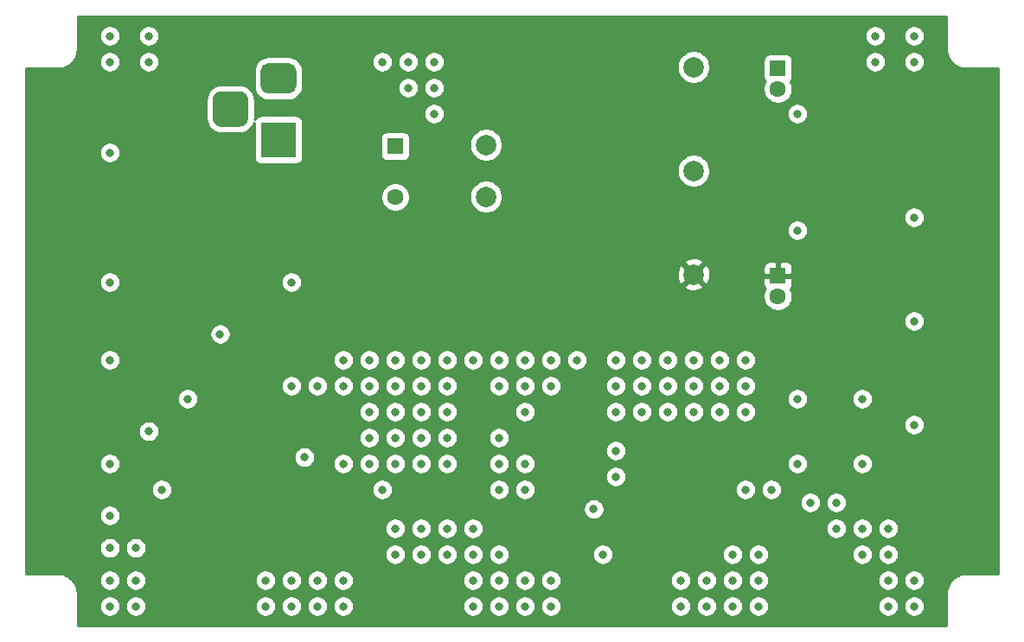
<source format=gbr>
%TF.GenerationSoftware,KiCad,Pcbnew,(5.1.9)-1*%
%TF.CreationDate,2021-05-02T14:53:51-04:00*%
%TF.ProjectId,openEPR_Lock-In,6f70656e-4550-4525-9f4c-6f636b2d496e,rev?*%
%TF.SameCoordinates,Original*%
%TF.FileFunction,Copper,L3,Inr*%
%TF.FilePolarity,Positive*%
%FSLAX46Y46*%
G04 Gerber Fmt 4.6, Leading zero omitted, Abs format (unit mm)*
G04 Created by KiCad (PCBNEW (5.1.9)-1) date 2021-05-02 14:53:51*
%MOMM*%
%LPD*%
G01*
G04 APERTURE LIST*
%TA.AperFunction,ComponentPad*%
%ADD10C,2.000000*%
%TD*%
%TA.AperFunction,ComponentPad*%
%ADD11R,3.500000X3.500000*%
%TD*%
%TA.AperFunction,ComponentPad*%
%ADD12R,1.600000X1.600000*%
%TD*%
%TA.AperFunction,ComponentPad*%
%ADD13C,1.600000*%
%TD*%
%TA.AperFunction,ViaPad*%
%ADD14C,0.800000*%
%TD*%
%TA.AperFunction,Conductor*%
%ADD15C,0.254000*%
%TD*%
%TA.AperFunction,Conductor*%
%ADD16C,0.100000*%
%TD*%
G04 APERTURE END LIST*
D10*
%TO.N,GND*%
%TO.C,U4*%
X71120000Y-38608000D03*
%TO.N,/Vin*%
X71120000Y-43688000D03*
%TO.N,/V+*%
X91440000Y-51308000D03*
%TO.N,GND*%
X91440000Y-41148000D03*
%TO.N,/V-*%
X91440000Y-30988000D03*
%TD*%
D11*
%TO.N,GND*%
%TO.C,J4*%
X50800000Y-38100000D03*
%TO.N,/Vin*%
%TA.AperFunction,ComponentPad*%
G36*
G01*
X49800000Y-30600000D02*
X51800000Y-30600000D01*
G75*
G02*
X52550000Y-31350000I0J-750000D01*
G01*
X52550000Y-32850000D01*
G75*
G02*
X51800000Y-33600000I-750000J0D01*
G01*
X49800000Y-33600000D01*
G75*
G02*
X49050000Y-32850000I0J750000D01*
G01*
X49050000Y-31350000D01*
G75*
G02*
X49800000Y-30600000I750000J0D01*
G01*
G37*
%TD.AperFunction*%
%TO.N,N/C*%
%TA.AperFunction,ComponentPad*%
G36*
G01*
X45225000Y-33350000D02*
X46975000Y-33350000D01*
G75*
G02*
X47850000Y-34225000I0J-875000D01*
G01*
X47850000Y-35975000D01*
G75*
G02*
X46975000Y-36850000I-875000J0D01*
G01*
X45225000Y-36850000D01*
G75*
G02*
X44350000Y-35975000I0J875000D01*
G01*
X44350000Y-34225000D01*
G75*
G02*
X45225000Y-33350000I875000J0D01*
G01*
G37*
%TD.AperFunction*%
%TD*%
D12*
%TO.N,/Vin*%
%TO.C,C7*%
X62230000Y-38735000D03*
D13*
%TO.N,GND*%
X62230000Y-43735000D03*
%TD*%
D12*
%TO.N,/V+*%
%TO.C,C9*%
X99695000Y-51435000D03*
D13*
%TO.N,GND*%
X99695000Y-53435000D03*
%TD*%
%TO.N,/V-*%
%TO.C,C11*%
X99695000Y-33115000D03*
D12*
%TO.N,GND*%
X99695000Y-31115000D03*
%TD*%
D14*
%TO.N,GND*%
X53340000Y-69215000D03*
X69850000Y-83820000D03*
X72390000Y-83820000D03*
X74930000Y-83820000D03*
X77470000Y-83820000D03*
X69850000Y-81280000D03*
X72390000Y-81280000D03*
X74930000Y-81280000D03*
X77470000Y-81280000D03*
X72390000Y-78740000D03*
X69850000Y-78740000D03*
X67310000Y-78740000D03*
X64770000Y-78740000D03*
X62230000Y-78740000D03*
X62230000Y-76200000D03*
X64770000Y-76200000D03*
X67310000Y-76200000D03*
X69850000Y-76200000D03*
X62230000Y-69850000D03*
X64770000Y-69850000D03*
X67310000Y-69850000D03*
X67310000Y-67310000D03*
X64770000Y-67310000D03*
X62230000Y-67310000D03*
X59690000Y-67310000D03*
X59690000Y-69850000D03*
X57150000Y-69850000D03*
X59690000Y-64770000D03*
X62230000Y-64770000D03*
X64770000Y-64770000D03*
X67310000Y-64770000D03*
X67310000Y-62230000D03*
X64770000Y-62230000D03*
X62230000Y-62230000D03*
X59690000Y-62230000D03*
X72390000Y-72390000D03*
X74930000Y-72390000D03*
X74930000Y-69850000D03*
X72390000Y-69850000D03*
X72390000Y-67310000D03*
X74930000Y-64770000D03*
X72390000Y-62230000D03*
X74930000Y-62230000D03*
X77470000Y-62230000D03*
X83820000Y-71120000D03*
X83820000Y-68580000D03*
X83820000Y-64770000D03*
X90170000Y-83820000D03*
X92710000Y-83820000D03*
X95250000Y-83820000D03*
X97790000Y-83820000D03*
X97790000Y-81280000D03*
X95250000Y-81280000D03*
X92710000Y-81280000D03*
X90170000Y-81280000D03*
X49530000Y-83820000D03*
X52070000Y-83820000D03*
X54610000Y-83820000D03*
X57150000Y-83820000D03*
X57150000Y-81280000D03*
X54610000Y-81280000D03*
X52070000Y-81280000D03*
X49530000Y-81280000D03*
X82550000Y-78740000D03*
X95250000Y-78740000D03*
X97790000Y-78740000D03*
X110490000Y-83820000D03*
X113030000Y-83820000D03*
X113030000Y-81280000D03*
X110490000Y-81280000D03*
X36830000Y-83820000D03*
X34290000Y-83820000D03*
X34290000Y-81280000D03*
X36830000Y-81280000D03*
X39370000Y-72390000D03*
X41910000Y-63500000D03*
X59690000Y-59690000D03*
X62230000Y-59690000D03*
X64770000Y-59690000D03*
X67310000Y-59690000D03*
X69850000Y-59690000D03*
X72390000Y-59690000D03*
X74930000Y-59690000D03*
X77470000Y-59690000D03*
X80010000Y-59690000D03*
X83820000Y-59690000D03*
X83820000Y-62230000D03*
X86360000Y-64770000D03*
X88900000Y-64770000D03*
X91440000Y-64770000D03*
X91440000Y-62230000D03*
X88900000Y-62230000D03*
X86360000Y-62230000D03*
X86360000Y-59690000D03*
X88900000Y-59690000D03*
X91440000Y-59690000D03*
X93980000Y-64770000D03*
X96520000Y-64770000D03*
X96520000Y-72390000D03*
X93980000Y-62230000D03*
X93980000Y-59690000D03*
X96520000Y-59690000D03*
X96520000Y-62230000D03*
X110490000Y-78740000D03*
X110490000Y-76200000D03*
X107950000Y-76200000D03*
X107950000Y-78740000D03*
X105410000Y-76200000D03*
X102870000Y-73660000D03*
X105410000Y-73660000D03*
X99060000Y-72390000D03*
X57150000Y-59690000D03*
X54610000Y-62230000D03*
X57150000Y-62230000D03*
X52070000Y-62230000D03*
X34290000Y-27940000D03*
X38100000Y-27940000D03*
X38100000Y-30480000D03*
X34290000Y-30480000D03*
X34290000Y-52070000D03*
X34290000Y-59690000D03*
X113030000Y-27940000D03*
X109220000Y-27940000D03*
X109220000Y-30480000D03*
X113030000Y-30480000D03*
X113030000Y-45720000D03*
X113030000Y-55880000D03*
X101600000Y-46990000D03*
X101600000Y-35560000D03*
X113030000Y-66040000D03*
X34290000Y-39370000D03*
X34290000Y-69850000D03*
X38100000Y-66675000D03*
X34290000Y-74930000D03*
X34290000Y-78105000D03*
X36830000Y-78105000D03*
X101600000Y-63500000D03*
X101600000Y-69850000D03*
X107950000Y-63500000D03*
X107950000Y-69850000D03*
X52070000Y-52070000D03*
X45085000Y-57150000D03*
X63500000Y-33020000D03*
X63500000Y-30480000D03*
X60960000Y-30480000D03*
X66040000Y-35560000D03*
X66040000Y-33020000D03*
X66040000Y-30480000D03*
%TO.N,/V+*%
X80645000Y-77470000D03*
X94361000Y-72771000D03*
X48768000Y-64262000D03*
%TO.N,/V-*%
X60960000Y-72390000D03*
X81661000Y-74295000D03*
%TD*%
D15*
%TO.N,/V+*%
X116180001Y-29242419D02*
X116182802Y-29270855D01*
X116182747Y-29278682D01*
X116183646Y-29287853D01*
X116209554Y-29534357D01*
X116221589Y-29592986D01*
X116232792Y-29651716D01*
X116235456Y-29660538D01*
X116308751Y-29897314D01*
X116331931Y-29952457D01*
X116354339Y-30007920D01*
X116358665Y-30016054D01*
X116358667Y-30016059D01*
X116358670Y-30016064D01*
X116476553Y-30234086D01*
X116509988Y-30283654D01*
X116542759Y-30333735D01*
X116548584Y-30340876D01*
X116706577Y-30531856D01*
X116749012Y-30573995D01*
X116790875Y-30616745D01*
X116797976Y-30622618D01*
X116990053Y-30779273D01*
X117039875Y-30812374D01*
X117089237Y-30846173D01*
X117097343Y-30850556D01*
X117316191Y-30966919D01*
X117371479Y-30989707D01*
X117426475Y-31013279D01*
X117435278Y-31016003D01*
X117672559Y-31087643D01*
X117731246Y-31099264D01*
X117789752Y-31111700D01*
X117798915Y-31112663D01*
X117798917Y-31112663D01*
X118045595Y-31136850D01*
X118045598Y-31136850D01*
X118077581Y-31140000D01*
X121260000Y-31140000D01*
X121260001Y-80620000D01*
X118077581Y-80620000D01*
X118049135Y-80622802D01*
X118041318Y-80622747D01*
X118032147Y-80623646D01*
X117785644Y-80649554D01*
X117727028Y-80661586D01*
X117668284Y-80672792D01*
X117659462Y-80675456D01*
X117422686Y-80748751D01*
X117367555Y-80771926D01*
X117312080Y-80794339D01*
X117303944Y-80798666D01*
X117085914Y-80916554D01*
X117036346Y-80949988D01*
X116986265Y-80982760D01*
X116979124Y-80988584D01*
X116788144Y-81146577D01*
X116746005Y-81189012D01*
X116703255Y-81230875D01*
X116697381Y-81237976D01*
X116540727Y-81430054D01*
X116507655Y-81479831D01*
X116473826Y-81529237D01*
X116469444Y-81537343D01*
X116353081Y-81756191D01*
X116330298Y-81811468D01*
X116306721Y-81866475D01*
X116303997Y-81875278D01*
X116232357Y-82112559D01*
X116220736Y-82171246D01*
X116208300Y-82229752D01*
X116207337Y-82238917D01*
X116183150Y-82485595D01*
X116180000Y-82517582D01*
X116180001Y-85700000D01*
X31140000Y-85700000D01*
X31140000Y-83718061D01*
X33255000Y-83718061D01*
X33255000Y-83921939D01*
X33294774Y-84121898D01*
X33372795Y-84310256D01*
X33486063Y-84479774D01*
X33630226Y-84623937D01*
X33799744Y-84737205D01*
X33988102Y-84815226D01*
X34188061Y-84855000D01*
X34391939Y-84855000D01*
X34591898Y-84815226D01*
X34780256Y-84737205D01*
X34949774Y-84623937D01*
X35093937Y-84479774D01*
X35207205Y-84310256D01*
X35285226Y-84121898D01*
X35325000Y-83921939D01*
X35325000Y-83718061D01*
X35795000Y-83718061D01*
X35795000Y-83921939D01*
X35834774Y-84121898D01*
X35912795Y-84310256D01*
X36026063Y-84479774D01*
X36170226Y-84623937D01*
X36339744Y-84737205D01*
X36528102Y-84815226D01*
X36728061Y-84855000D01*
X36931939Y-84855000D01*
X37131898Y-84815226D01*
X37320256Y-84737205D01*
X37489774Y-84623937D01*
X37633937Y-84479774D01*
X37747205Y-84310256D01*
X37825226Y-84121898D01*
X37865000Y-83921939D01*
X37865000Y-83718061D01*
X48495000Y-83718061D01*
X48495000Y-83921939D01*
X48534774Y-84121898D01*
X48612795Y-84310256D01*
X48726063Y-84479774D01*
X48870226Y-84623937D01*
X49039744Y-84737205D01*
X49228102Y-84815226D01*
X49428061Y-84855000D01*
X49631939Y-84855000D01*
X49831898Y-84815226D01*
X50020256Y-84737205D01*
X50189774Y-84623937D01*
X50333937Y-84479774D01*
X50447205Y-84310256D01*
X50525226Y-84121898D01*
X50565000Y-83921939D01*
X50565000Y-83718061D01*
X51035000Y-83718061D01*
X51035000Y-83921939D01*
X51074774Y-84121898D01*
X51152795Y-84310256D01*
X51266063Y-84479774D01*
X51410226Y-84623937D01*
X51579744Y-84737205D01*
X51768102Y-84815226D01*
X51968061Y-84855000D01*
X52171939Y-84855000D01*
X52371898Y-84815226D01*
X52560256Y-84737205D01*
X52729774Y-84623937D01*
X52873937Y-84479774D01*
X52987205Y-84310256D01*
X53065226Y-84121898D01*
X53105000Y-83921939D01*
X53105000Y-83718061D01*
X53575000Y-83718061D01*
X53575000Y-83921939D01*
X53614774Y-84121898D01*
X53692795Y-84310256D01*
X53806063Y-84479774D01*
X53950226Y-84623937D01*
X54119744Y-84737205D01*
X54308102Y-84815226D01*
X54508061Y-84855000D01*
X54711939Y-84855000D01*
X54911898Y-84815226D01*
X55100256Y-84737205D01*
X55269774Y-84623937D01*
X55413937Y-84479774D01*
X55527205Y-84310256D01*
X55605226Y-84121898D01*
X55645000Y-83921939D01*
X55645000Y-83718061D01*
X56115000Y-83718061D01*
X56115000Y-83921939D01*
X56154774Y-84121898D01*
X56232795Y-84310256D01*
X56346063Y-84479774D01*
X56490226Y-84623937D01*
X56659744Y-84737205D01*
X56848102Y-84815226D01*
X57048061Y-84855000D01*
X57251939Y-84855000D01*
X57451898Y-84815226D01*
X57640256Y-84737205D01*
X57809774Y-84623937D01*
X57953937Y-84479774D01*
X58067205Y-84310256D01*
X58145226Y-84121898D01*
X58185000Y-83921939D01*
X58185000Y-83718061D01*
X68815000Y-83718061D01*
X68815000Y-83921939D01*
X68854774Y-84121898D01*
X68932795Y-84310256D01*
X69046063Y-84479774D01*
X69190226Y-84623937D01*
X69359744Y-84737205D01*
X69548102Y-84815226D01*
X69748061Y-84855000D01*
X69951939Y-84855000D01*
X70151898Y-84815226D01*
X70340256Y-84737205D01*
X70509774Y-84623937D01*
X70653937Y-84479774D01*
X70767205Y-84310256D01*
X70845226Y-84121898D01*
X70885000Y-83921939D01*
X70885000Y-83718061D01*
X71355000Y-83718061D01*
X71355000Y-83921939D01*
X71394774Y-84121898D01*
X71472795Y-84310256D01*
X71586063Y-84479774D01*
X71730226Y-84623937D01*
X71899744Y-84737205D01*
X72088102Y-84815226D01*
X72288061Y-84855000D01*
X72491939Y-84855000D01*
X72691898Y-84815226D01*
X72880256Y-84737205D01*
X73049774Y-84623937D01*
X73193937Y-84479774D01*
X73307205Y-84310256D01*
X73385226Y-84121898D01*
X73425000Y-83921939D01*
X73425000Y-83718061D01*
X73895000Y-83718061D01*
X73895000Y-83921939D01*
X73934774Y-84121898D01*
X74012795Y-84310256D01*
X74126063Y-84479774D01*
X74270226Y-84623937D01*
X74439744Y-84737205D01*
X74628102Y-84815226D01*
X74828061Y-84855000D01*
X75031939Y-84855000D01*
X75231898Y-84815226D01*
X75420256Y-84737205D01*
X75589774Y-84623937D01*
X75733937Y-84479774D01*
X75847205Y-84310256D01*
X75925226Y-84121898D01*
X75965000Y-83921939D01*
X75965000Y-83718061D01*
X76435000Y-83718061D01*
X76435000Y-83921939D01*
X76474774Y-84121898D01*
X76552795Y-84310256D01*
X76666063Y-84479774D01*
X76810226Y-84623937D01*
X76979744Y-84737205D01*
X77168102Y-84815226D01*
X77368061Y-84855000D01*
X77571939Y-84855000D01*
X77771898Y-84815226D01*
X77960256Y-84737205D01*
X78129774Y-84623937D01*
X78273937Y-84479774D01*
X78387205Y-84310256D01*
X78465226Y-84121898D01*
X78505000Y-83921939D01*
X78505000Y-83718061D01*
X89135000Y-83718061D01*
X89135000Y-83921939D01*
X89174774Y-84121898D01*
X89252795Y-84310256D01*
X89366063Y-84479774D01*
X89510226Y-84623937D01*
X89679744Y-84737205D01*
X89868102Y-84815226D01*
X90068061Y-84855000D01*
X90271939Y-84855000D01*
X90471898Y-84815226D01*
X90660256Y-84737205D01*
X90829774Y-84623937D01*
X90973937Y-84479774D01*
X91087205Y-84310256D01*
X91165226Y-84121898D01*
X91205000Y-83921939D01*
X91205000Y-83718061D01*
X91675000Y-83718061D01*
X91675000Y-83921939D01*
X91714774Y-84121898D01*
X91792795Y-84310256D01*
X91906063Y-84479774D01*
X92050226Y-84623937D01*
X92219744Y-84737205D01*
X92408102Y-84815226D01*
X92608061Y-84855000D01*
X92811939Y-84855000D01*
X93011898Y-84815226D01*
X93200256Y-84737205D01*
X93369774Y-84623937D01*
X93513937Y-84479774D01*
X93627205Y-84310256D01*
X93705226Y-84121898D01*
X93745000Y-83921939D01*
X93745000Y-83718061D01*
X94215000Y-83718061D01*
X94215000Y-83921939D01*
X94254774Y-84121898D01*
X94332795Y-84310256D01*
X94446063Y-84479774D01*
X94590226Y-84623937D01*
X94759744Y-84737205D01*
X94948102Y-84815226D01*
X95148061Y-84855000D01*
X95351939Y-84855000D01*
X95551898Y-84815226D01*
X95740256Y-84737205D01*
X95909774Y-84623937D01*
X96053937Y-84479774D01*
X96167205Y-84310256D01*
X96245226Y-84121898D01*
X96285000Y-83921939D01*
X96285000Y-83718061D01*
X96755000Y-83718061D01*
X96755000Y-83921939D01*
X96794774Y-84121898D01*
X96872795Y-84310256D01*
X96986063Y-84479774D01*
X97130226Y-84623937D01*
X97299744Y-84737205D01*
X97488102Y-84815226D01*
X97688061Y-84855000D01*
X97891939Y-84855000D01*
X98091898Y-84815226D01*
X98280256Y-84737205D01*
X98449774Y-84623937D01*
X98593937Y-84479774D01*
X98707205Y-84310256D01*
X98785226Y-84121898D01*
X98825000Y-83921939D01*
X98825000Y-83718061D01*
X109455000Y-83718061D01*
X109455000Y-83921939D01*
X109494774Y-84121898D01*
X109572795Y-84310256D01*
X109686063Y-84479774D01*
X109830226Y-84623937D01*
X109999744Y-84737205D01*
X110188102Y-84815226D01*
X110388061Y-84855000D01*
X110591939Y-84855000D01*
X110791898Y-84815226D01*
X110980256Y-84737205D01*
X111149774Y-84623937D01*
X111293937Y-84479774D01*
X111407205Y-84310256D01*
X111485226Y-84121898D01*
X111525000Y-83921939D01*
X111525000Y-83718061D01*
X111995000Y-83718061D01*
X111995000Y-83921939D01*
X112034774Y-84121898D01*
X112112795Y-84310256D01*
X112226063Y-84479774D01*
X112370226Y-84623937D01*
X112539744Y-84737205D01*
X112728102Y-84815226D01*
X112928061Y-84855000D01*
X113131939Y-84855000D01*
X113331898Y-84815226D01*
X113520256Y-84737205D01*
X113689774Y-84623937D01*
X113833937Y-84479774D01*
X113947205Y-84310256D01*
X114025226Y-84121898D01*
X114065000Y-83921939D01*
X114065000Y-83718061D01*
X114025226Y-83518102D01*
X113947205Y-83329744D01*
X113833937Y-83160226D01*
X113689774Y-83016063D01*
X113520256Y-82902795D01*
X113331898Y-82824774D01*
X113131939Y-82785000D01*
X112928061Y-82785000D01*
X112728102Y-82824774D01*
X112539744Y-82902795D01*
X112370226Y-83016063D01*
X112226063Y-83160226D01*
X112112795Y-83329744D01*
X112034774Y-83518102D01*
X111995000Y-83718061D01*
X111525000Y-83718061D01*
X111485226Y-83518102D01*
X111407205Y-83329744D01*
X111293937Y-83160226D01*
X111149774Y-83016063D01*
X110980256Y-82902795D01*
X110791898Y-82824774D01*
X110591939Y-82785000D01*
X110388061Y-82785000D01*
X110188102Y-82824774D01*
X109999744Y-82902795D01*
X109830226Y-83016063D01*
X109686063Y-83160226D01*
X109572795Y-83329744D01*
X109494774Y-83518102D01*
X109455000Y-83718061D01*
X98825000Y-83718061D01*
X98785226Y-83518102D01*
X98707205Y-83329744D01*
X98593937Y-83160226D01*
X98449774Y-83016063D01*
X98280256Y-82902795D01*
X98091898Y-82824774D01*
X97891939Y-82785000D01*
X97688061Y-82785000D01*
X97488102Y-82824774D01*
X97299744Y-82902795D01*
X97130226Y-83016063D01*
X96986063Y-83160226D01*
X96872795Y-83329744D01*
X96794774Y-83518102D01*
X96755000Y-83718061D01*
X96285000Y-83718061D01*
X96245226Y-83518102D01*
X96167205Y-83329744D01*
X96053937Y-83160226D01*
X95909774Y-83016063D01*
X95740256Y-82902795D01*
X95551898Y-82824774D01*
X95351939Y-82785000D01*
X95148061Y-82785000D01*
X94948102Y-82824774D01*
X94759744Y-82902795D01*
X94590226Y-83016063D01*
X94446063Y-83160226D01*
X94332795Y-83329744D01*
X94254774Y-83518102D01*
X94215000Y-83718061D01*
X93745000Y-83718061D01*
X93705226Y-83518102D01*
X93627205Y-83329744D01*
X93513937Y-83160226D01*
X93369774Y-83016063D01*
X93200256Y-82902795D01*
X93011898Y-82824774D01*
X92811939Y-82785000D01*
X92608061Y-82785000D01*
X92408102Y-82824774D01*
X92219744Y-82902795D01*
X92050226Y-83016063D01*
X91906063Y-83160226D01*
X91792795Y-83329744D01*
X91714774Y-83518102D01*
X91675000Y-83718061D01*
X91205000Y-83718061D01*
X91165226Y-83518102D01*
X91087205Y-83329744D01*
X90973937Y-83160226D01*
X90829774Y-83016063D01*
X90660256Y-82902795D01*
X90471898Y-82824774D01*
X90271939Y-82785000D01*
X90068061Y-82785000D01*
X89868102Y-82824774D01*
X89679744Y-82902795D01*
X89510226Y-83016063D01*
X89366063Y-83160226D01*
X89252795Y-83329744D01*
X89174774Y-83518102D01*
X89135000Y-83718061D01*
X78505000Y-83718061D01*
X78465226Y-83518102D01*
X78387205Y-83329744D01*
X78273937Y-83160226D01*
X78129774Y-83016063D01*
X77960256Y-82902795D01*
X77771898Y-82824774D01*
X77571939Y-82785000D01*
X77368061Y-82785000D01*
X77168102Y-82824774D01*
X76979744Y-82902795D01*
X76810226Y-83016063D01*
X76666063Y-83160226D01*
X76552795Y-83329744D01*
X76474774Y-83518102D01*
X76435000Y-83718061D01*
X75965000Y-83718061D01*
X75925226Y-83518102D01*
X75847205Y-83329744D01*
X75733937Y-83160226D01*
X75589774Y-83016063D01*
X75420256Y-82902795D01*
X75231898Y-82824774D01*
X75031939Y-82785000D01*
X74828061Y-82785000D01*
X74628102Y-82824774D01*
X74439744Y-82902795D01*
X74270226Y-83016063D01*
X74126063Y-83160226D01*
X74012795Y-83329744D01*
X73934774Y-83518102D01*
X73895000Y-83718061D01*
X73425000Y-83718061D01*
X73385226Y-83518102D01*
X73307205Y-83329744D01*
X73193937Y-83160226D01*
X73049774Y-83016063D01*
X72880256Y-82902795D01*
X72691898Y-82824774D01*
X72491939Y-82785000D01*
X72288061Y-82785000D01*
X72088102Y-82824774D01*
X71899744Y-82902795D01*
X71730226Y-83016063D01*
X71586063Y-83160226D01*
X71472795Y-83329744D01*
X71394774Y-83518102D01*
X71355000Y-83718061D01*
X70885000Y-83718061D01*
X70845226Y-83518102D01*
X70767205Y-83329744D01*
X70653937Y-83160226D01*
X70509774Y-83016063D01*
X70340256Y-82902795D01*
X70151898Y-82824774D01*
X69951939Y-82785000D01*
X69748061Y-82785000D01*
X69548102Y-82824774D01*
X69359744Y-82902795D01*
X69190226Y-83016063D01*
X69046063Y-83160226D01*
X68932795Y-83329744D01*
X68854774Y-83518102D01*
X68815000Y-83718061D01*
X58185000Y-83718061D01*
X58145226Y-83518102D01*
X58067205Y-83329744D01*
X57953937Y-83160226D01*
X57809774Y-83016063D01*
X57640256Y-82902795D01*
X57451898Y-82824774D01*
X57251939Y-82785000D01*
X57048061Y-82785000D01*
X56848102Y-82824774D01*
X56659744Y-82902795D01*
X56490226Y-83016063D01*
X56346063Y-83160226D01*
X56232795Y-83329744D01*
X56154774Y-83518102D01*
X56115000Y-83718061D01*
X55645000Y-83718061D01*
X55605226Y-83518102D01*
X55527205Y-83329744D01*
X55413937Y-83160226D01*
X55269774Y-83016063D01*
X55100256Y-82902795D01*
X54911898Y-82824774D01*
X54711939Y-82785000D01*
X54508061Y-82785000D01*
X54308102Y-82824774D01*
X54119744Y-82902795D01*
X53950226Y-83016063D01*
X53806063Y-83160226D01*
X53692795Y-83329744D01*
X53614774Y-83518102D01*
X53575000Y-83718061D01*
X53105000Y-83718061D01*
X53065226Y-83518102D01*
X52987205Y-83329744D01*
X52873937Y-83160226D01*
X52729774Y-83016063D01*
X52560256Y-82902795D01*
X52371898Y-82824774D01*
X52171939Y-82785000D01*
X51968061Y-82785000D01*
X51768102Y-82824774D01*
X51579744Y-82902795D01*
X51410226Y-83016063D01*
X51266063Y-83160226D01*
X51152795Y-83329744D01*
X51074774Y-83518102D01*
X51035000Y-83718061D01*
X50565000Y-83718061D01*
X50525226Y-83518102D01*
X50447205Y-83329744D01*
X50333937Y-83160226D01*
X50189774Y-83016063D01*
X50020256Y-82902795D01*
X49831898Y-82824774D01*
X49631939Y-82785000D01*
X49428061Y-82785000D01*
X49228102Y-82824774D01*
X49039744Y-82902795D01*
X48870226Y-83016063D01*
X48726063Y-83160226D01*
X48612795Y-83329744D01*
X48534774Y-83518102D01*
X48495000Y-83718061D01*
X37865000Y-83718061D01*
X37825226Y-83518102D01*
X37747205Y-83329744D01*
X37633937Y-83160226D01*
X37489774Y-83016063D01*
X37320256Y-82902795D01*
X37131898Y-82824774D01*
X36931939Y-82785000D01*
X36728061Y-82785000D01*
X36528102Y-82824774D01*
X36339744Y-82902795D01*
X36170226Y-83016063D01*
X36026063Y-83160226D01*
X35912795Y-83329744D01*
X35834774Y-83518102D01*
X35795000Y-83718061D01*
X35325000Y-83718061D01*
X35285226Y-83518102D01*
X35207205Y-83329744D01*
X35093937Y-83160226D01*
X34949774Y-83016063D01*
X34780256Y-82902795D01*
X34591898Y-82824774D01*
X34391939Y-82785000D01*
X34188061Y-82785000D01*
X33988102Y-82824774D01*
X33799744Y-82902795D01*
X33630226Y-83016063D01*
X33486063Y-83160226D01*
X33372795Y-83329744D01*
X33294774Y-83518102D01*
X33255000Y-83718061D01*
X31140000Y-83718061D01*
X31140000Y-82517581D01*
X31137198Y-82489135D01*
X31137253Y-82481318D01*
X31136354Y-82472147D01*
X31110446Y-82225644D01*
X31098414Y-82167028D01*
X31087208Y-82108284D01*
X31084544Y-82099462D01*
X31011249Y-81862686D01*
X30988074Y-81807555D01*
X30965661Y-81752080D01*
X30961334Y-81743944D01*
X30843446Y-81525914D01*
X30810012Y-81476346D01*
X30777240Y-81426265D01*
X30771416Y-81419124D01*
X30613423Y-81228144D01*
X30570988Y-81186005D01*
X30563209Y-81178061D01*
X33255000Y-81178061D01*
X33255000Y-81381939D01*
X33294774Y-81581898D01*
X33372795Y-81770256D01*
X33486063Y-81939774D01*
X33630226Y-82083937D01*
X33799744Y-82197205D01*
X33988102Y-82275226D01*
X34188061Y-82315000D01*
X34391939Y-82315000D01*
X34591898Y-82275226D01*
X34780256Y-82197205D01*
X34949774Y-82083937D01*
X35093937Y-81939774D01*
X35207205Y-81770256D01*
X35285226Y-81581898D01*
X35325000Y-81381939D01*
X35325000Y-81178061D01*
X35795000Y-81178061D01*
X35795000Y-81381939D01*
X35834774Y-81581898D01*
X35912795Y-81770256D01*
X36026063Y-81939774D01*
X36170226Y-82083937D01*
X36339744Y-82197205D01*
X36528102Y-82275226D01*
X36728061Y-82315000D01*
X36931939Y-82315000D01*
X37131898Y-82275226D01*
X37320256Y-82197205D01*
X37489774Y-82083937D01*
X37633937Y-81939774D01*
X37747205Y-81770256D01*
X37825226Y-81581898D01*
X37865000Y-81381939D01*
X37865000Y-81178061D01*
X48495000Y-81178061D01*
X48495000Y-81381939D01*
X48534774Y-81581898D01*
X48612795Y-81770256D01*
X48726063Y-81939774D01*
X48870226Y-82083937D01*
X49039744Y-82197205D01*
X49228102Y-82275226D01*
X49428061Y-82315000D01*
X49631939Y-82315000D01*
X49831898Y-82275226D01*
X50020256Y-82197205D01*
X50189774Y-82083937D01*
X50333937Y-81939774D01*
X50447205Y-81770256D01*
X50525226Y-81581898D01*
X50565000Y-81381939D01*
X50565000Y-81178061D01*
X51035000Y-81178061D01*
X51035000Y-81381939D01*
X51074774Y-81581898D01*
X51152795Y-81770256D01*
X51266063Y-81939774D01*
X51410226Y-82083937D01*
X51579744Y-82197205D01*
X51768102Y-82275226D01*
X51968061Y-82315000D01*
X52171939Y-82315000D01*
X52371898Y-82275226D01*
X52560256Y-82197205D01*
X52729774Y-82083937D01*
X52873937Y-81939774D01*
X52987205Y-81770256D01*
X53065226Y-81581898D01*
X53105000Y-81381939D01*
X53105000Y-81178061D01*
X53575000Y-81178061D01*
X53575000Y-81381939D01*
X53614774Y-81581898D01*
X53692795Y-81770256D01*
X53806063Y-81939774D01*
X53950226Y-82083937D01*
X54119744Y-82197205D01*
X54308102Y-82275226D01*
X54508061Y-82315000D01*
X54711939Y-82315000D01*
X54911898Y-82275226D01*
X55100256Y-82197205D01*
X55269774Y-82083937D01*
X55413937Y-81939774D01*
X55527205Y-81770256D01*
X55605226Y-81581898D01*
X55645000Y-81381939D01*
X55645000Y-81178061D01*
X56115000Y-81178061D01*
X56115000Y-81381939D01*
X56154774Y-81581898D01*
X56232795Y-81770256D01*
X56346063Y-81939774D01*
X56490226Y-82083937D01*
X56659744Y-82197205D01*
X56848102Y-82275226D01*
X57048061Y-82315000D01*
X57251939Y-82315000D01*
X57451898Y-82275226D01*
X57640256Y-82197205D01*
X57809774Y-82083937D01*
X57953937Y-81939774D01*
X58067205Y-81770256D01*
X58145226Y-81581898D01*
X58185000Y-81381939D01*
X58185000Y-81178061D01*
X68815000Y-81178061D01*
X68815000Y-81381939D01*
X68854774Y-81581898D01*
X68932795Y-81770256D01*
X69046063Y-81939774D01*
X69190226Y-82083937D01*
X69359744Y-82197205D01*
X69548102Y-82275226D01*
X69748061Y-82315000D01*
X69951939Y-82315000D01*
X70151898Y-82275226D01*
X70340256Y-82197205D01*
X70509774Y-82083937D01*
X70653937Y-81939774D01*
X70767205Y-81770256D01*
X70845226Y-81581898D01*
X70885000Y-81381939D01*
X70885000Y-81178061D01*
X71355000Y-81178061D01*
X71355000Y-81381939D01*
X71394774Y-81581898D01*
X71472795Y-81770256D01*
X71586063Y-81939774D01*
X71730226Y-82083937D01*
X71899744Y-82197205D01*
X72088102Y-82275226D01*
X72288061Y-82315000D01*
X72491939Y-82315000D01*
X72691898Y-82275226D01*
X72880256Y-82197205D01*
X73049774Y-82083937D01*
X73193937Y-81939774D01*
X73307205Y-81770256D01*
X73385226Y-81581898D01*
X73425000Y-81381939D01*
X73425000Y-81178061D01*
X73895000Y-81178061D01*
X73895000Y-81381939D01*
X73934774Y-81581898D01*
X74012795Y-81770256D01*
X74126063Y-81939774D01*
X74270226Y-82083937D01*
X74439744Y-82197205D01*
X74628102Y-82275226D01*
X74828061Y-82315000D01*
X75031939Y-82315000D01*
X75231898Y-82275226D01*
X75420256Y-82197205D01*
X75589774Y-82083937D01*
X75733937Y-81939774D01*
X75847205Y-81770256D01*
X75925226Y-81581898D01*
X75965000Y-81381939D01*
X75965000Y-81178061D01*
X76435000Y-81178061D01*
X76435000Y-81381939D01*
X76474774Y-81581898D01*
X76552795Y-81770256D01*
X76666063Y-81939774D01*
X76810226Y-82083937D01*
X76979744Y-82197205D01*
X77168102Y-82275226D01*
X77368061Y-82315000D01*
X77571939Y-82315000D01*
X77771898Y-82275226D01*
X77960256Y-82197205D01*
X78129774Y-82083937D01*
X78273937Y-81939774D01*
X78387205Y-81770256D01*
X78465226Y-81581898D01*
X78505000Y-81381939D01*
X78505000Y-81178061D01*
X89135000Y-81178061D01*
X89135000Y-81381939D01*
X89174774Y-81581898D01*
X89252795Y-81770256D01*
X89366063Y-81939774D01*
X89510226Y-82083937D01*
X89679744Y-82197205D01*
X89868102Y-82275226D01*
X90068061Y-82315000D01*
X90271939Y-82315000D01*
X90471898Y-82275226D01*
X90660256Y-82197205D01*
X90829774Y-82083937D01*
X90973937Y-81939774D01*
X91087205Y-81770256D01*
X91165226Y-81581898D01*
X91205000Y-81381939D01*
X91205000Y-81178061D01*
X91675000Y-81178061D01*
X91675000Y-81381939D01*
X91714774Y-81581898D01*
X91792795Y-81770256D01*
X91906063Y-81939774D01*
X92050226Y-82083937D01*
X92219744Y-82197205D01*
X92408102Y-82275226D01*
X92608061Y-82315000D01*
X92811939Y-82315000D01*
X93011898Y-82275226D01*
X93200256Y-82197205D01*
X93369774Y-82083937D01*
X93513937Y-81939774D01*
X93627205Y-81770256D01*
X93705226Y-81581898D01*
X93745000Y-81381939D01*
X93745000Y-81178061D01*
X94215000Y-81178061D01*
X94215000Y-81381939D01*
X94254774Y-81581898D01*
X94332795Y-81770256D01*
X94446063Y-81939774D01*
X94590226Y-82083937D01*
X94759744Y-82197205D01*
X94948102Y-82275226D01*
X95148061Y-82315000D01*
X95351939Y-82315000D01*
X95551898Y-82275226D01*
X95740256Y-82197205D01*
X95909774Y-82083937D01*
X96053937Y-81939774D01*
X96167205Y-81770256D01*
X96245226Y-81581898D01*
X96285000Y-81381939D01*
X96285000Y-81178061D01*
X96755000Y-81178061D01*
X96755000Y-81381939D01*
X96794774Y-81581898D01*
X96872795Y-81770256D01*
X96986063Y-81939774D01*
X97130226Y-82083937D01*
X97299744Y-82197205D01*
X97488102Y-82275226D01*
X97688061Y-82315000D01*
X97891939Y-82315000D01*
X98091898Y-82275226D01*
X98280256Y-82197205D01*
X98449774Y-82083937D01*
X98593937Y-81939774D01*
X98707205Y-81770256D01*
X98785226Y-81581898D01*
X98825000Y-81381939D01*
X98825000Y-81178061D01*
X109455000Y-81178061D01*
X109455000Y-81381939D01*
X109494774Y-81581898D01*
X109572795Y-81770256D01*
X109686063Y-81939774D01*
X109830226Y-82083937D01*
X109999744Y-82197205D01*
X110188102Y-82275226D01*
X110388061Y-82315000D01*
X110591939Y-82315000D01*
X110791898Y-82275226D01*
X110980256Y-82197205D01*
X111149774Y-82083937D01*
X111293937Y-81939774D01*
X111407205Y-81770256D01*
X111485226Y-81581898D01*
X111525000Y-81381939D01*
X111525000Y-81178061D01*
X111995000Y-81178061D01*
X111995000Y-81381939D01*
X112034774Y-81581898D01*
X112112795Y-81770256D01*
X112226063Y-81939774D01*
X112370226Y-82083937D01*
X112539744Y-82197205D01*
X112728102Y-82275226D01*
X112928061Y-82315000D01*
X113131939Y-82315000D01*
X113331898Y-82275226D01*
X113520256Y-82197205D01*
X113689774Y-82083937D01*
X113833937Y-81939774D01*
X113947205Y-81770256D01*
X114025226Y-81581898D01*
X114065000Y-81381939D01*
X114065000Y-81178061D01*
X114025226Y-80978102D01*
X113947205Y-80789744D01*
X113833937Y-80620226D01*
X113689774Y-80476063D01*
X113520256Y-80362795D01*
X113331898Y-80284774D01*
X113131939Y-80245000D01*
X112928061Y-80245000D01*
X112728102Y-80284774D01*
X112539744Y-80362795D01*
X112370226Y-80476063D01*
X112226063Y-80620226D01*
X112112795Y-80789744D01*
X112034774Y-80978102D01*
X111995000Y-81178061D01*
X111525000Y-81178061D01*
X111485226Y-80978102D01*
X111407205Y-80789744D01*
X111293937Y-80620226D01*
X111149774Y-80476063D01*
X110980256Y-80362795D01*
X110791898Y-80284774D01*
X110591939Y-80245000D01*
X110388061Y-80245000D01*
X110188102Y-80284774D01*
X109999744Y-80362795D01*
X109830226Y-80476063D01*
X109686063Y-80620226D01*
X109572795Y-80789744D01*
X109494774Y-80978102D01*
X109455000Y-81178061D01*
X98825000Y-81178061D01*
X98785226Y-80978102D01*
X98707205Y-80789744D01*
X98593937Y-80620226D01*
X98449774Y-80476063D01*
X98280256Y-80362795D01*
X98091898Y-80284774D01*
X97891939Y-80245000D01*
X97688061Y-80245000D01*
X97488102Y-80284774D01*
X97299744Y-80362795D01*
X97130226Y-80476063D01*
X96986063Y-80620226D01*
X96872795Y-80789744D01*
X96794774Y-80978102D01*
X96755000Y-81178061D01*
X96285000Y-81178061D01*
X96245226Y-80978102D01*
X96167205Y-80789744D01*
X96053937Y-80620226D01*
X95909774Y-80476063D01*
X95740256Y-80362795D01*
X95551898Y-80284774D01*
X95351939Y-80245000D01*
X95148061Y-80245000D01*
X94948102Y-80284774D01*
X94759744Y-80362795D01*
X94590226Y-80476063D01*
X94446063Y-80620226D01*
X94332795Y-80789744D01*
X94254774Y-80978102D01*
X94215000Y-81178061D01*
X93745000Y-81178061D01*
X93705226Y-80978102D01*
X93627205Y-80789744D01*
X93513937Y-80620226D01*
X93369774Y-80476063D01*
X93200256Y-80362795D01*
X93011898Y-80284774D01*
X92811939Y-80245000D01*
X92608061Y-80245000D01*
X92408102Y-80284774D01*
X92219744Y-80362795D01*
X92050226Y-80476063D01*
X91906063Y-80620226D01*
X91792795Y-80789744D01*
X91714774Y-80978102D01*
X91675000Y-81178061D01*
X91205000Y-81178061D01*
X91165226Y-80978102D01*
X91087205Y-80789744D01*
X90973937Y-80620226D01*
X90829774Y-80476063D01*
X90660256Y-80362795D01*
X90471898Y-80284774D01*
X90271939Y-80245000D01*
X90068061Y-80245000D01*
X89868102Y-80284774D01*
X89679744Y-80362795D01*
X89510226Y-80476063D01*
X89366063Y-80620226D01*
X89252795Y-80789744D01*
X89174774Y-80978102D01*
X89135000Y-81178061D01*
X78505000Y-81178061D01*
X78465226Y-80978102D01*
X78387205Y-80789744D01*
X78273937Y-80620226D01*
X78129774Y-80476063D01*
X77960256Y-80362795D01*
X77771898Y-80284774D01*
X77571939Y-80245000D01*
X77368061Y-80245000D01*
X77168102Y-80284774D01*
X76979744Y-80362795D01*
X76810226Y-80476063D01*
X76666063Y-80620226D01*
X76552795Y-80789744D01*
X76474774Y-80978102D01*
X76435000Y-81178061D01*
X75965000Y-81178061D01*
X75925226Y-80978102D01*
X75847205Y-80789744D01*
X75733937Y-80620226D01*
X75589774Y-80476063D01*
X75420256Y-80362795D01*
X75231898Y-80284774D01*
X75031939Y-80245000D01*
X74828061Y-80245000D01*
X74628102Y-80284774D01*
X74439744Y-80362795D01*
X74270226Y-80476063D01*
X74126063Y-80620226D01*
X74012795Y-80789744D01*
X73934774Y-80978102D01*
X73895000Y-81178061D01*
X73425000Y-81178061D01*
X73385226Y-80978102D01*
X73307205Y-80789744D01*
X73193937Y-80620226D01*
X73049774Y-80476063D01*
X72880256Y-80362795D01*
X72691898Y-80284774D01*
X72491939Y-80245000D01*
X72288061Y-80245000D01*
X72088102Y-80284774D01*
X71899744Y-80362795D01*
X71730226Y-80476063D01*
X71586063Y-80620226D01*
X71472795Y-80789744D01*
X71394774Y-80978102D01*
X71355000Y-81178061D01*
X70885000Y-81178061D01*
X70845226Y-80978102D01*
X70767205Y-80789744D01*
X70653937Y-80620226D01*
X70509774Y-80476063D01*
X70340256Y-80362795D01*
X70151898Y-80284774D01*
X69951939Y-80245000D01*
X69748061Y-80245000D01*
X69548102Y-80284774D01*
X69359744Y-80362795D01*
X69190226Y-80476063D01*
X69046063Y-80620226D01*
X68932795Y-80789744D01*
X68854774Y-80978102D01*
X68815000Y-81178061D01*
X58185000Y-81178061D01*
X58145226Y-80978102D01*
X58067205Y-80789744D01*
X57953937Y-80620226D01*
X57809774Y-80476063D01*
X57640256Y-80362795D01*
X57451898Y-80284774D01*
X57251939Y-80245000D01*
X57048061Y-80245000D01*
X56848102Y-80284774D01*
X56659744Y-80362795D01*
X56490226Y-80476063D01*
X56346063Y-80620226D01*
X56232795Y-80789744D01*
X56154774Y-80978102D01*
X56115000Y-81178061D01*
X55645000Y-81178061D01*
X55605226Y-80978102D01*
X55527205Y-80789744D01*
X55413937Y-80620226D01*
X55269774Y-80476063D01*
X55100256Y-80362795D01*
X54911898Y-80284774D01*
X54711939Y-80245000D01*
X54508061Y-80245000D01*
X54308102Y-80284774D01*
X54119744Y-80362795D01*
X53950226Y-80476063D01*
X53806063Y-80620226D01*
X53692795Y-80789744D01*
X53614774Y-80978102D01*
X53575000Y-81178061D01*
X53105000Y-81178061D01*
X53065226Y-80978102D01*
X52987205Y-80789744D01*
X52873937Y-80620226D01*
X52729774Y-80476063D01*
X52560256Y-80362795D01*
X52371898Y-80284774D01*
X52171939Y-80245000D01*
X51968061Y-80245000D01*
X51768102Y-80284774D01*
X51579744Y-80362795D01*
X51410226Y-80476063D01*
X51266063Y-80620226D01*
X51152795Y-80789744D01*
X51074774Y-80978102D01*
X51035000Y-81178061D01*
X50565000Y-81178061D01*
X50525226Y-80978102D01*
X50447205Y-80789744D01*
X50333937Y-80620226D01*
X50189774Y-80476063D01*
X50020256Y-80362795D01*
X49831898Y-80284774D01*
X49631939Y-80245000D01*
X49428061Y-80245000D01*
X49228102Y-80284774D01*
X49039744Y-80362795D01*
X48870226Y-80476063D01*
X48726063Y-80620226D01*
X48612795Y-80789744D01*
X48534774Y-80978102D01*
X48495000Y-81178061D01*
X37865000Y-81178061D01*
X37825226Y-80978102D01*
X37747205Y-80789744D01*
X37633937Y-80620226D01*
X37489774Y-80476063D01*
X37320256Y-80362795D01*
X37131898Y-80284774D01*
X36931939Y-80245000D01*
X36728061Y-80245000D01*
X36528102Y-80284774D01*
X36339744Y-80362795D01*
X36170226Y-80476063D01*
X36026063Y-80620226D01*
X35912795Y-80789744D01*
X35834774Y-80978102D01*
X35795000Y-81178061D01*
X35325000Y-81178061D01*
X35285226Y-80978102D01*
X35207205Y-80789744D01*
X35093937Y-80620226D01*
X34949774Y-80476063D01*
X34780256Y-80362795D01*
X34591898Y-80284774D01*
X34391939Y-80245000D01*
X34188061Y-80245000D01*
X33988102Y-80284774D01*
X33799744Y-80362795D01*
X33630226Y-80476063D01*
X33486063Y-80620226D01*
X33372795Y-80789744D01*
X33294774Y-80978102D01*
X33255000Y-81178061D01*
X30563209Y-81178061D01*
X30529125Y-81143255D01*
X30522024Y-81137381D01*
X30329946Y-80980727D01*
X30280169Y-80947655D01*
X30230763Y-80913826D01*
X30222657Y-80909444D01*
X30003809Y-80793081D01*
X29948532Y-80770298D01*
X29893525Y-80746721D01*
X29884722Y-80743997D01*
X29647441Y-80672357D01*
X29588754Y-80660736D01*
X29530248Y-80648300D01*
X29521085Y-80647337D01*
X29521083Y-80647337D01*
X29274405Y-80623150D01*
X29274402Y-80623150D01*
X29242419Y-80620000D01*
X26060000Y-80620000D01*
X26060000Y-78003061D01*
X33255000Y-78003061D01*
X33255000Y-78206939D01*
X33294774Y-78406898D01*
X33372795Y-78595256D01*
X33486063Y-78764774D01*
X33630226Y-78908937D01*
X33799744Y-79022205D01*
X33988102Y-79100226D01*
X34188061Y-79140000D01*
X34391939Y-79140000D01*
X34591898Y-79100226D01*
X34780256Y-79022205D01*
X34949774Y-78908937D01*
X35093937Y-78764774D01*
X35207205Y-78595256D01*
X35285226Y-78406898D01*
X35325000Y-78206939D01*
X35325000Y-78003061D01*
X35795000Y-78003061D01*
X35795000Y-78206939D01*
X35834774Y-78406898D01*
X35912795Y-78595256D01*
X36026063Y-78764774D01*
X36170226Y-78908937D01*
X36339744Y-79022205D01*
X36528102Y-79100226D01*
X36728061Y-79140000D01*
X36931939Y-79140000D01*
X37131898Y-79100226D01*
X37320256Y-79022205D01*
X37489774Y-78908937D01*
X37633937Y-78764774D01*
X37718603Y-78638061D01*
X61195000Y-78638061D01*
X61195000Y-78841939D01*
X61234774Y-79041898D01*
X61312795Y-79230256D01*
X61426063Y-79399774D01*
X61570226Y-79543937D01*
X61739744Y-79657205D01*
X61928102Y-79735226D01*
X62128061Y-79775000D01*
X62331939Y-79775000D01*
X62531898Y-79735226D01*
X62720256Y-79657205D01*
X62889774Y-79543937D01*
X63033937Y-79399774D01*
X63147205Y-79230256D01*
X63225226Y-79041898D01*
X63265000Y-78841939D01*
X63265000Y-78638061D01*
X63735000Y-78638061D01*
X63735000Y-78841939D01*
X63774774Y-79041898D01*
X63852795Y-79230256D01*
X63966063Y-79399774D01*
X64110226Y-79543937D01*
X64279744Y-79657205D01*
X64468102Y-79735226D01*
X64668061Y-79775000D01*
X64871939Y-79775000D01*
X65071898Y-79735226D01*
X65260256Y-79657205D01*
X65429774Y-79543937D01*
X65573937Y-79399774D01*
X65687205Y-79230256D01*
X65765226Y-79041898D01*
X65805000Y-78841939D01*
X65805000Y-78638061D01*
X66275000Y-78638061D01*
X66275000Y-78841939D01*
X66314774Y-79041898D01*
X66392795Y-79230256D01*
X66506063Y-79399774D01*
X66650226Y-79543937D01*
X66819744Y-79657205D01*
X67008102Y-79735226D01*
X67208061Y-79775000D01*
X67411939Y-79775000D01*
X67611898Y-79735226D01*
X67800256Y-79657205D01*
X67969774Y-79543937D01*
X68113937Y-79399774D01*
X68227205Y-79230256D01*
X68305226Y-79041898D01*
X68345000Y-78841939D01*
X68345000Y-78638061D01*
X68815000Y-78638061D01*
X68815000Y-78841939D01*
X68854774Y-79041898D01*
X68932795Y-79230256D01*
X69046063Y-79399774D01*
X69190226Y-79543937D01*
X69359744Y-79657205D01*
X69548102Y-79735226D01*
X69748061Y-79775000D01*
X69951939Y-79775000D01*
X70151898Y-79735226D01*
X70340256Y-79657205D01*
X70509774Y-79543937D01*
X70653937Y-79399774D01*
X70767205Y-79230256D01*
X70845226Y-79041898D01*
X70885000Y-78841939D01*
X70885000Y-78638061D01*
X71355000Y-78638061D01*
X71355000Y-78841939D01*
X71394774Y-79041898D01*
X71472795Y-79230256D01*
X71586063Y-79399774D01*
X71730226Y-79543937D01*
X71899744Y-79657205D01*
X72088102Y-79735226D01*
X72288061Y-79775000D01*
X72491939Y-79775000D01*
X72691898Y-79735226D01*
X72880256Y-79657205D01*
X73049774Y-79543937D01*
X73193937Y-79399774D01*
X73307205Y-79230256D01*
X73385226Y-79041898D01*
X73425000Y-78841939D01*
X73425000Y-78638061D01*
X81515000Y-78638061D01*
X81515000Y-78841939D01*
X81554774Y-79041898D01*
X81632795Y-79230256D01*
X81746063Y-79399774D01*
X81890226Y-79543937D01*
X82059744Y-79657205D01*
X82248102Y-79735226D01*
X82448061Y-79775000D01*
X82651939Y-79775000D01*
X82851898Y-79735226D01*
X83040256Y-79657205D01*
X83209774Y-79543937D01*
X83353937Y-79399774D01*
X83467205Y-79230256D01*
X83545226Y-79041898D01*
X83585000Y-78841939D01*
X83585000Y-78638061D01*
X94215000Y-78638061D01*
X94215000Y-78841939D01*
X94254774Y-79041898D01*
X94332795Y-79230256D01*
X94446063Y-79399774D01*
X94590226Y-79543937D01*
X94759744Y-79657205D01*
X94948102Y-79735226D01*
X95148061Y-79775000D01*
X95351939Y-79775000D01*
X95551898Y-79735226D01*
X95740256Y-79657205D01*
X95909774Y-79543937D01*
X96053937Y-79399774D01*
X96167205Y-79230256D01*
X96245226Y-79041898D01*
X96285000Y-78841939D01*
X96285000Y-78638061D01*
X96755000Y-78638061D01*
X96755000Y-78841939D01*
X96794774Y-79041898D01*
X96872795Y-79230256D01*
X96986063Y-79399774D01*
X97130226Y-79543937D01*
X97299744Y-79657205D01*
X97488102Y-79735226D01*
X97688061Y-79775000D01*
X97891939Y-79775000D01*
X98091898Y-79735226D01*
X98280256Y-79657205D01*
X98449774Y-79543937D01*
X98593937Y-79399774D01*
X98707205Y-79230256D01*
X98785226Y-79041898D01*
X98825000Y-78841939D01*
X98825000Y-78638061D01*
X106915000Y-78638061D01*
X106915000Y-78841939D01*
X106954774Y-79041898D01*
X107032795Y-79230256D01*
X107146063Y-79399774D01*
X107290226Y-79543937D01*
X107459744Y-79657205D01*
X107648102Y-79735226D01*
X107848061Y-79775000D01*
X108051939Y-79775000D01*
X108251898Y-79735226D01*
X108440256Y-79657205D01*
X108609774Y-79543937D01*
X108753937Y-79399774D01*
X108867205Y-79230256D01*
X108945226Y-79041898D01*
X108985000Y-78841939D01*
X108985000Y-78638061D01*
X109455000Y-78638061D01*
X109455000Y-78841939D01*
X109494774Y-79041898D01*
X109572795Y-79230256D01*
X109686063Y-79399774D01*
X109830226Y-79543937D01*
X109999744Y-79657205D01*
X110188102Y-79735226D01*
X110388061Y-79775000D01*
X110591939Y-79775000D01*
X110791898Y-79735226D01*
X110980256Y-79657205D01*
X111149774Y-79543937D01*
X111293937Y-79399774D01*
X111407205Y-79230256D01*
X111485226Y-79041898D01*
X111525000Y-78841939D01*
X111525000Y-78638061D01*
X111485226Y-78438102D01*
X111407205Y-78249744D01*
X111293937Y-78080226D01*
X111149774Y-77936063D01*
X110980256Y-77822795D01*
X110791898Y-77744774D01*
X110591939Y-77705000D01*
X110388061Y-77705000D01*
X110188102Y-77744774D01*
X109999744Y-77822795D01*
X109830226Y-77936063D01*
X109686063Y-78080226D01*
X109572795Y-78249744D01*
X109494774Y-78438102D01*
X109455000Y-78638061D01*
X108985000Y-78638061D01*
X108945226Y-78438102D01*
X108867205Y-78249744D01*
X108753937Y-78080226D01*
X108609774Y-77936063D01*
X108440256Y-77822795D01*
X108251898Y-77744774D01*
X108051939Y-77705000D01*
X107848061Y-77705000D01*
X107648102Y-77744774D01*
X107459744Y-77822795D01*
X107290226Y-77936063D01*
X107146063Y-78080226D01*
X107032795Y-78249744D01*
X106954774Y-78438102D01*
X106915000Y-78638061D01*
X98825000Y-78638061D01*
X98785226Y-78438102D01*
X98707205Y-78249744D01*
X98593937Y-78080226D01*
X98449774Y-77936063D01*
X98280256Y-77822795D01*
X98091898Y-77744774D01*
X97891939Y-77705000D01*
X97688061Y-77705000D01*
X97488102Y-77744774D01*
X97299744Y-77822795D01*
X97130226Y-77936063D01*
X96986063Y-78080226D01*
X96872795Y-78249744D01*
X96794774Y-78438102D01*
X96755000Y-78638061D01*
X96285000Y-78638061D01*
X96245226Y-78438102D01*
X96167205Y-78249744D01*
X96053937Y-78080226D01*
X95909774Y-77936063D01*
X95740256Y-77822795D01*
X95551898Y-77744774D01*
X95351939Y-77705000D01*
X95148061Y-77705000D01*
X94948102Y-77744774D01*
X94759744Y-77822795D01*
X94590226Y-77936063D01*
X94446063Y-78080226D01*
X94332795Y-78249744D01*
X94254774Y-78438102D01*
X94215000Y-78638061D01*
X83585000Y-78638061D01*
X83545226Y-78438102D01*
X83467205Y-78249744D01*
X83353937Y-78080226D01*
X83209774Y-77936063D01*
X83040256Y-77822795D01*
X82851898Y-77744774D01*
X82651939Y-77705000D01*
X82448061Y-77705000D01*
X82248102Y-77744774D01*
X82059744Y-77822795D01*
X81890226Y-77936063D01*
X81746063Y-78080226D01*
X81632795Y-78249744D01*
X81554774Y-78438102D01*
X81515000Y-78638061D01*
X73425000Y-78638061D01*
X73385226Y-78438102D01*
X73307205Y-78249744D01*
X73193937Y-78080226D01*
X73049774Y-77936063D01*
X72880256Y-77822795D01*
X72691898Y-77744774D01*
X72491939Y-77705000D01*
X72288061Y-77705000D01*
X72088102Y-77744774D01*
X71899744Y-77822795D01*
X71730226Y-77936063D01*
X71586063Y-78080226D01*
X71472795Y-78249744D01*
X71394774Y-78438102D01*
X71355000Y-78638061D01*
X70885000Y-78638061D01*
X70845226Y-78438102D01*
X70767205Y-78249744D01*
X70653937Y-78080226D01*
X70509774Y-77936063D01*
X70340256Y-77822795D01*
X70151898Y-77744774D01*
X69951939Y-77705000D01*
X69748061Y-77705000D01*
X69548102Y-77744774D01*
X69359744Y-77822795D01*
X69190226Y-77936063D01*
X69046063Y-78080226D01*
X68932795Y-78249744D01*
X68854774Y-78438102D01*
X68815000Y-78638061D01*
X68345000Y-78638061D01*
X68305226Y-78438102D01*
X68227205Y-78249744D01*
X68113937Y-78080226D01*
X67969774Y-77936063D01*
X67800256Y-77822795D01*
X67611898Y-77744774D01*
X67411939Y-77705000D01*
X67208061Y-77705000D01*
X67008102Y-77744774D01*
X66819744Y-77822795D01*
X66650226Y-77936063D01*
X66506063Y-78080226D01*
X66392795Y-78249744D01*
X66314774Y-78438102D01*
X66275000Y-78638061D01*
X65805000Y-78638061D01*
X65765226Y-78438102D01*
X65687205Y-78249744D01*
X65573937Y-78080226D01*
X65429774Y-77936063D01*
X65260256Y-77822795D01*
X65071898Y-77744774D01*
X64871939Y-77705000D01*
X64668061Y-77705000D01*
X64468102Y-77744774D01*
X64279744Y-77822795D01*
X64110226Y-77936063D01*
X63966063Y-78080226D01*
X63852795Y-78249744D01*
X63774774Y-78438102D01*
X63735000Y-78638061D01*
X63265000Y-78638061D01*
X63225226Y-78438102D01*
X63147205Y-78249744D01*
X63033937Y-78080226D01*
X62889774Y-77936063D01*
X62720256Y-77822795D01*
X62531898Y-77744774D01*
X62331939Y-77705000D01*
X62128061Y-77705000D01*
X61928102Y-77744774D01*
X61739744Y-77822795D01*
X61570226Y-77936063D01*
X61426063Y-78080226D01*
X61312795Y-78249744D01*
X61234774Y-78438102D01*
X61195000Y-78638061D01*
X37718603Y-78638061D01*
X37747205Y-78595256D01*
X37825226Y-78406898D01*
X37865000Y-78206939D01*
X37865000Y-78003061D01*
X37825226Y-77803102D01*
X37747205Y-77614744D01*
X37633937Y-77445226D01*
X37489774Y-77301063D01*
X37320256Y-77187795D01*
X37131898Y-77109774D01*
X36931939Y-77070000D01*
X36728061Y-77070000D01*
X36528102Y-77109774D01*
X36339744Y-77187795D01*
X36170226Y-77301063D01*
X36026063Y-77445226D01*
X35912795Y-77614744D01*
X35834774Y-77803102D01*
X35795000Y-78003061D01*
X35325000Y-78003061D01*
X35285226Y-77803102D01*
X35207205Y-77614744D01*
X35093937Y-77445226D01*
X34949774Y-77301063D01*
X34780256Y-77187795D01*
X34591898Y-77109774D01*
X34391939Y-77070000D01*
X34188061Y-77070000D01*
X33988102Y-77109774D01*
X33799744Y-77187795D01*
X33630226Y-77301063D01*
X33486063Y-77445226D01*
X33372795Y-77614744D01*
X33294774Y-77803102D01*
X33255000Y-78003061D01*
X26060000Y-78003061D01*
X26060000Y-76098061D01*
X61195000Y-76098061D01*
X61195000Y-76301939D01*
X61234774Y-76501898D01*
X61312795Y-76690256D01*
X61426063Y-76859774D01*
X61570226Y-77003937D01*
X61739744Y-77117205D01*
X61928102Y-77195226D01*
X62128061Y-77235000D01*
X62331939Y-77235000D01*
X62531898Y-77195226D01*
X62720256Y-77117205D01*
X62889774Y-77003937D01*
X63033937Y-76859774D01*
X63147205Y-76690256D01*
X63225226Y-76501898D01*
X63265000Y-76301939D01*
X63265000Y-76098061D01*
X63735000Y-76098061D01*
X63735000Y-76301939D01*
X63774774Y-76501898D01*
X63852795Y-76690256D01*
X63966063Y-76859774D01*
X64110226Y-77003937D01*
X64279744Y-77117205D01*
X64468102Y-77195226D01*
X64668061Y-77235000D01*
X64871939Y-77235000D01*
X65071898Y-77195226D01*
X65260256Y-77117205D01*
X65429774Y-77003937D01*
X65573937Y-76859774D01*
X65687205Y-76690256D01*
X65765226Y-76501898D01*
X65805000Y-76301939D01*
X65805000Y-76098061D01*
X66275000Y-76098061D01*
X66275000Y-76301939D01*
X66314774Y-76501898D01*
X66392795Y-76690256D01*
X66506063Y-76859774D01*
X66650226Y-77003937D01*
X66819744Y-77117205D01*
X67008102Y-77195226D01*
X67208061Y-77235000D01*
X67411939Y-77235000D01*
X67611898Y-77195226D01*
X67800256Y-77117205D01*
X67969774Y-77003937D01*
X68113937Y-76859774D01*
X68227205Y-76690256D01*
X68305226Y-76501898D01*
X68345000Y-76301939D01*
X68345000Y-76098061D01*
X68815000Y-76098061D01*
X68815000Y-76301939D01*
X68854774Y-76501898D01*
X68932795Y-76690256D01*
X69046063Y-76859774D01*
X69190226Y-77003937D01*
X69359744Y-77117205D01*
X69548102Y-77195226D01*
X69748061Y-77235000D01*
X69951939Y-77235000D01*
X70151898Y-77195226D01*
X70340256Y-77117205D01*
X70509774Y-77003937D01*
X70653937Y-76859774D01*
X70767205Y-76690256D01*
X70845226Y-76501898D01*
X70885000Y-76301939D01*
X70885000Y-76098061D01*
X104375000Y-76098061D01*
X104375000Y-76301939D01*
X104414774Y-76501898D01*
X104492795Y-76690256D01*
X104606063Y-76859774D01*
X104750226Y-77003937D01*
X104919744Y-77117205D01*
X105108102Y-77195226D01*
X105308061Y-77235000D01*
X105511939Y-77235000D01*
X105711898Y-77195226D01*
X105900256Y-77117205D01*
X106069774Y-77003937D01*
X106213937Y-76859774D01*
X106327205Y-76690256D01*
X106405226Y-76501898D01*
X106445000Y-76301939D01*
X106445000Y-76098061D01*
X106915000Y-76098061D01*
X106915000Y-76301939D01*
X106954774Y-76501898D01*
X107032795Y-76690256D01*
X107146063Y-76859774D01*
X107290226Y-77003937D01*
X107459744Y-77117205D01*
X107648102Y-77195226D01*
X107848061Y-77235000D01*
X108051939Y-77235000D01*
X108251898Y-77195226D01*
X108440256Y-77117205D01*
X108609774Y-77003937D01*
X108753937Y-76859774D01*
X108867205Y-76690256D01*
X108945226Y-76501898D01*
X108985000Y-76301939D01*
X108985000Y-76098061D01*
X109455000Y-76098061D01*
X109455000Y-76301939D01*
X109494774Y-76501898D01*
X109572795Y-76690256D01*
X109686063Y-76859774D01*
X109830226Y-77003937D01*
X109999744Y-77117205D01*
X110188102Y-77195226D01*
X110388061Y-77235000D01*
X110591939Y-77235000D01*
X110791898Y-77195226D01*
X110980256Y-77117205D01*
X111149774Y-77003937D01*
X111293937Y-76859774D01*
X111407205Y-76690256D01*
X111485226Y-76501898D01*
X111525000Y-76301939D01*
X111525000Y-76098061D01*
X111485226Y-75898102D01*
X111407205Y-75709744D01*
X111293937Y-75540226D01*
X111149774Y-75396063D01*
X110980256Y-75282795D01*
X110791898Y-75204774D01*
X110591939Y-75165000D01*
X110388061Y-75165000D01*
X110188102Y-75204774D01*
X109999744Y-75282795D01*
X109830226Y-75396063D01*
X109686063Y-75540226D01*
X109572795Y-75709744D01*
X109494774Y-75898102D01*
X109455000Y-76098061D01*
X108985000Y-76098061D01*
X108945226Y-75898102D01*
X108867205Y-75709744D01*
X108753937Y-75540226D01*
X108609774Y-75396063D01*
X108440256Y-75282795D01*
X108251898Y-75204774D01*
X108051939Y-75165000D01*
X107848061Y-75165000D01*
X107648102Y-75204774D01*
X107459744Y-75282795D01*
X107290226Y-75396063D01*
X107146063Y-75540226D01*
X107032795Y-75709744D01*
X106954774Y-75898102D01*
X106915000Y-76098061D01*
X106445000Y-76098061D01*
X106405226Y-75898102D01*
X106327205Y-75709744D01*
X106213937Y-75540226D01*
X106069774Y-75396063D01*
X105900256Y-75282795D01*
X105711898Y-75204774D01*
X105511939Y-75165000D01*
X105308061Y-75165000D01*
X105108102Y-75204774D01*
X104919744Y-75282795D01*
X104750226Y-75396063D01*
X104606063Y-75540226D01*
X104492795Y-75709744D01*
X104414774Y-75898102D01*
X104375000Y-76098061D01*
X70885000Y-76098061D01*
X70845226Y-75898102D01*
X70767205Y-75709744D01*
X70653937Y-75540226D01*
X70509774Y-75396063D01*
X70340256Y-75282795D01*
X70151898Y-75204774D01*
X69951939Y-75165000D01*
X69748061Y-75165000D01*
X69548102Y-75204774D01*
X69359744Y-75282795D01*
X69190226Y-75396063D01*
X69046063Y-75540226D01*
X68932795Y-75709744D01*
X68854774Y-75898102D01*
X68815000Y-76098061D01*
X68345000Y-76098061D01*
X68305226Y-75898102D01*
X68227205Y-75709744D01*
X68113937Y-75540226D01*
X67969774Y-75396063D01*
X67800256Y-75282795D01*
X67611898Y-75204774D01*
X67411939Y-75165000D01*
X67208061Y-75165000D01*
X67008102Y-75204774D01*
X66819744Y-75282795D01*
X66650226Y-75396063D01*
X66506063Y-75540226D01*
X66392795Y-75709744D01*
X66314774Y-75898102D01*
X66275000Y-76098061D01*
X65805000Y-76098061D01*
X65765226Y-75898102D01*
X65687205Y-75709744D01*
X65573937Y-75540226D01*
X65429774Y-75396063D01*
X65260256Y-75282795D01*
X65071898Y-75204774D01*
X64871939Y-75165000D01*
X64668061Y-75165000D01*
X64468102Y-75204774D01*
X64279744Y-75282795D01*
X64110226Y-75396063D01*
X63966063Y-75540226D01*
X63852795Y-75709744D01*
X63774774Y-75898102D01*
X63735000Y-76098061D01*
X63265000Y-76098061D01*
X63225226Y-75898102D01*
X63147205Y-75709744D01*
X63033937Y-75540226D01*
X62889774Y-75396063D01*
X62720256Y-75282795D01*
X62531898Y-75204774D01*
X62331939Y-75165000D01*
X62128061Y-75165000D01*
X61928102Y-75204774D01*
X61739744Y-75282795D01*
X61570226Y-75396063D01*
X61426063Y-75540226D01*
X61312795Y-75709744D01*
X61234774Y-75898102D01*
X61195000Y-76098061D01*
X26060000Y-76098061D01*
X26060000Y-74828061D01*
X33255000Y-74828061D01*
X33255000Y-75031939D01*
X33294774Y-75231898D01*
X33372795Y-75420256D01*
X33486063Y-75589774D01*
X33630226Y-75733937D01*
X33799744Y-75847205D01*
X33988102Y-75925226D01*
X34188061Y-75965000D01*
X34391939Y-75965000D01*
X34591898Y-75925226D01*
X34780256Y-75847205D01*
X34949774Y-75733937D01*
X35093937Y-75589774D01*
X35207205Y-75420256D01*
X35285226Y-75231898D01*
X35325000Y-75031939D01*
X35325000Y-74828061D01*
X35285226Y-74628102D01*
X35207205Y-74439744D01*
X35093937Y-74270226D01*
X35016772Y-74193061D01*
X80626000Y-74193061D01*
X80626000Y-74396939D01*
X80665774Y-74596898D01*
X80743795Y-74785256D01*
X80857063Y-74954774D01*
X81001226Y-75098937D01*
X81170744Y-75212205D01*
X81359102Y-75290226D01*
X81559061Y-75330000D01*
X81762939Y-75330000D01*
X81962898Y-75290226D01*
X82151256Y-75212205D01*
X82320774Y-75098937D01*
X82464937Y-74954774D01*
X82578205Y-74785256D01*
X82656226Y-74596898D01*
X82696000Y-74396939D01*
X82696000Y-74193061D01*
X82656226Y-73993102D01*
X82578205Y-73804744D01*
X82464937Y-73635226D01*
X82387772Y-73558061D01*
X101835000Y-73558061D01*
X101835000Y-73761939D01*
X101874774Y-73961898D01*
X101952795Y-74150256D01*
X102066063Y-74319774D01*
X102210226Y-74463937D01*
X102379744Y-74577205D01*
X102568102Y-74655226D01*
X102768061Y-74695000D01*
X102971939Y-74695000D01*
X103171898Y-74655226D01*
X103360256Y-74577205D01*
X103529774Y-74463937D01*
X103673937Y-74319774D01*
X103787205Y-74150256D01*
X103865226Y-73961898D01*
X103905000Y-73761939D01*
X103905000Y-73558061D01*
X104375000Y-73558061D01*
X104375000Y-73761939D01*
X104414774Y-73961898D01*
X104492795Y-74150256D01*
X104606063Y-74319774D01*
X104750226Y-74463937D01*
X104919744Y-74577205D01*
X105108102Y-74655226D01*
X105308061Y-74695000D01*
X105511939Y-74695000D01*
X105711898Y-74655226D01*
X105900256Y-74577205D01*
X106069774Y-74463937D01*
X106213937Y-74319774D01*
X106327205Y-74150256D01*
X106405226Y-73961898D01*
X106445000Y-73761939D01*
X106445000Y-73558061D01*
X106405226Y-73358102D01*
X106327205Y-73169744D01*
X106213937Y-73000226D01*
X106069774Y-72856063D01*
X105900256Y-72742795D01*
X105711898Y-72664774D01*
X105511939Y-72625000D01*
X105308061Y-72625000D01*
X105108102Y-72664774D01*
X104919744Y-72742795D01*
X104750226Y-72856063D01*
X104606063Y-73000226D01*
X104492795Y-73169744D01*
X104414774Y-73358102D01*
X104375000Y-73558061D01*
X103905000Y-73558061D01*
X103865226Y-73358102D01*
X103787205Y-73169744D01*
X103673937Y-73000226D01*
X103529774Y-72856063D01*
X103360256Y-72742795D01*
X103171898Y-72664774D01*
X102971939Y-72625000D01*
X102768061Y-72625000D01*
X102568102Y-72664774D01*
X102379744Y-72742795D01*
X102210226Y-72856063D01*
X102066063Y-73000226D01*
X101952795Y-73169744D01*
X101874774Y-73358102D01*
X101835000Y-73558061D01*
X82387772Y-73558061D01*
X82320774Y-73491063D01*
X82151256Y-73377795D01*
X81962898Y-73299774D01*
X81762939Y-73260000D01*
X81559061Y-73260000D01*
X81359102Y-73299774D01*
X81170744Y-73377795D01*
X81001226Y-73491063D01*
X80857063Y-73635226D01*
X80743795Y-73804744D01*
X80665774Y-73993102D01*
X80626000Y-74193061D01*
X35016772Y-74193061D01*
X34949774Y-74126063D01*
X34780256Y-74012795D01*
X34591898Y-73934774D01*
X34391939Y-73895000D01*
X34188061Y-73895000D01*
X33988102Y-73934774D01*
X33799744Y-74012795D01*
X33630226Y-74126063D01*
X33486063Y-74270226D01*
X33372795Y-74439744D01*
X33294774Y-74628102D01*
X33255000Y-74828061D01*
X26060000Y-74828061D01*
X26060000Y-72288061D01*
X38335000Y-72288061D01*
X38335000Y-72491939D01*
X38374774Y-72691898D01*
X38452795Y-72880256D01*
X38566063Y-73049774D01*
X38710226Y-73193937D01*
X38879744Y-73307205D01*
X39068102Y-73385226D01*
X39268061Y-73425000D01*
X39471939Y-73425000D01*
X39671898Y-73385226D01*
X39860256Y-73307205D01*
X40029774Y-73193937D01*
X40173937Y-73049774D01*
X40287205Y-72880256D01*
X40365226Y-72691898D01*
X40405000Y-72491939D01*
X40405000Y-72288061D01*
X59925000Y-72288061D01*
X59925000Y-72491939D01*
X59964774Y-72691898D01*
X60042795Y-72880256D01*
X60156063Y-73049774D01*
X60300226Y-73193937D01*
X60469744Y-73307205D01*
X60658102Y-73385226D01*
X60858061Y-73425000D01*
X61061939Y-73425000D01*
X61261898Y-73385226D01*
X61450256Y-73307205D01*
X61619774Y-73193937D01*
X61763937Y-73049774D01*
X61877205Y-72880256D01*
X61955226Y-72691898D01*
X61995000Y-72491939D01*
X61995000Y-72288061D01*
X71355000Y-72288061D01*
X71355000Y-72491939D01*
X71394774Y-72691898D01*
X71472795Y-72880256D01*
X71586063Y-73049774D01*
X71730226Y-73193937D01*
X71899744Y-73307205D01*
X72088102Y-73385226D01*
X72288061Y-73425000D01*
X72491939Y-73425000D01*
X72691898Y-73385226D01*
X72880256Y-73307205D01*
X73049774Y-73193937D01*
X73193937Y-73049774D01*
X73307205Y-72880256D01*
X73385226Y-72691898D01*
X73425000Y-72491939D01*
X73425000Y-72288061D01*
X73895000Y-72288061D01*
X73895000Y-72491939D01*
X73934774Y-72691898D01*
X74012795Y-72880256D01*
X74126063Y-73049774D01*
X74270226Y-73193937D01*
X74439744Y-73307205D01*
X74628102Y-73385226D01*
X74828061Y-73425000D01*
X75031939Y-73425000D01*
X75231898Y-73385226D01*
X75420256Y-73307205D01*
X75589774Y-73193937D01*
X75733937Y-73049774D01*
X75847205Y-72880256D01*
X75925226Y-72691898D01*
X75965000Y-72491939D01*
X75965000Y-72288061D01*
X95485000Y-72288061D01*
X95485000Y-72491939D01*
X95524774Y-72691898D01*
X95602795Y-72880256D01*
X95716063Y-73049774D01*
X95860226Y-73193937D01*
X96029744Y-73307205D01*
X96218102Y-73385226D01*
X96418061Y-73425000D01*
X96621939Y-73425000D01*
X96821898Y-73385226D01*
X97010256Y-73307205D01*
X97179774Y-73193937D01*
X97323937Y-73049774D01*
X97437205Y-72880256D01*
X97515226Y-72691898D01*
X97555000Y-72491939D01*
X97555000Y-72288061D01*
X98025000Y-72288061D01*
X98025000Y-72491939D01*
X98064774Y-72691898D01*
X98142795Y-72880256D01*
X98256063Y-73049774D01*
X98400226Y-73193937D01*
X98569744Y-73307205D01*
X98758102Y-73385226D01*
X98958061Y-73425000D01*
X99161939Y-73425000D01*
X99361898Y-73385226D01*
X99550256Y-73307205D01*
X99719774Y-73193937D01*
X99863937Y-73049774D01*
X99977205Y-72880256D01*
X100055226Y-72691898D01*
X100095000Y-72491939D01*
X100095000Y-72288061D01*
X100055226Y-72088102D01*
X99977205Y-71899744D01*
X99863937Y-71730226D01*
X99719774Y-71586063D01*
X99550256Y-71472795D01*
X99361898Y-71394774D01*
X99161939Y-71355000D01*
X98958061Y-71355000D01*
X98758102Y-71394774D01*
X98569744Y-71472795D01*
X98400226Y-71586063D01*
X98256063Y-71730226D01*
X98142795Y-71899744D01*
X98064774Y-72088102D01*
X98025000Y-72288061D01*
X97555000Y-72288061D01*
X97515226Y-72088102D01*
X97437205Y-71899744D01*
X97323937Y-71730226D01*
X97179774Y-71586063D01*
X97010256Y-71472795D01*
X96821898Y-71394774D01*
X96621939Y-71355000D01*
X96418061Y-71355000D01*
X96218102Y-71394774D01*
X96029744Y-71472795D01*
X95860226Y-71586063D01*
X95716063Y-71730226D01*
X95602795Y-71899744D01*
X95524774Y-72088102D01*
X95485000Y-72288061D01*
X75965000Y-72288061D01*
X75925226Y-72088102D01*
X75847205Y-71899744D01*
X75733937Y-71730226D01*
X75589774Y-71586063D01*
X75420256Y-71472795D01*
X75231898Y-71394774D01*
X75031939Y-71355000D01*
X74828061Y-71355000D01*
X74628102Y-71394774D01*
X74439744Y-71472795D01*
X74270226Y-71586063D01*
X74126063Y-71730226D01*
X74012795Y-71899744D01*
X73934774Y-72088102D01*
X73895000Y-72288061D01*
X73425000Y-72288061D01*
X73385226Y-72088102D01*
X73307205Y-71899744D01*
X73193937Y-71730226D01*
X73049774Y-71586063D01*
X72880256Y-71472795D01*
X72691898Y-71394774D01*
X72491939Y-71355000D01*
X72288061Y-71355000D01*
X72088102Y-71394774D01*
X71899744Y-71472795D01*
X71730226Y-71586063D01*
X71586063Y-71730226D01*
X71472795Y-71899744D01*
X71394774Y-72088102D01*
X71355000Y-72288061D01*
X61995000Y-72288061D01*
X61955226Y-72088102D01*
X61877205Y-71899744D01*
X61763937Y-71730226D01*
X61619774Y-71586063D01*
X61450256Y-71472795D01*
X61261898Y-71394774D01*
X61061939Y-71355000D01*
X60858061Y-71355000D01*
X60658102Y-71394774D01*
X60469744Y-71472795D01*
X60300226Y-71586063D01*
X60156063Y-71730226D01*
X60042795Y-71899744D01*
X59964774Y-72088102D01*
X59925000Y-72288061D01*
X40405000Y-72288061D01*
X40365226Y-72088102D01*
X40287205Y-71899744D01*
X40173937Y-71730226D01*
X40029774Y-71586063D01*
X39860256Y-71472795D01*
X39671898Y-71394774D01*
X39471939Y-71355000D01*
X39268061Y-71355000D01*
X39068102Y-71394774D01*
X38879744Y-71472795D01*
X38710226Y-71586063D01*
X38566063Y-71730226D01*
X38452795Y-71899744D01*
X38374774Y-72088102D01*
X38335000Y-72288061D01*
X26060000Y-72288061D01*
X26060000Y-71018061D01*
X82785000Y-71018061D01*
X82785000Y-71221939D01*
X82824774Y-71421898D01*
X82902795Y-71610256D01*
X83016063Y-71779774D01*
X83160226Y-71923937D01*
X83329744Y-72037205D01*
X83518102Y-72115226D01*
X83718061Y-72155000D01*
X83921939Y-72155000D01*
X84121898Y-72115226D01*
X84310256Y-72037205D01*
X84479774Y-71923937D01*
X84623937Y-71779774D01*
X84737205Y-71610256D01*
X84815226Y-71421898D01*
X84855000Y-71221939D01*
X84855000Y-71018061D01*
X84815226Y-70818102D01*
X84737205Y-70629744D01*
X84623937Y-70460226D01*
X84479774Y-70316063D01*
X84310256Y-70202795D01*
X84121898Y-70124774D01*
X83921939Y-70085000D01*
X83718061Y-70085000D01*
X83518102Y-70124774D01*
X83329744Y-70202795D01*
X83160226Y-70316063D01*
X83016063Y-70460226D01*
X82902795Y-70629744D01*
X82824774Y-70818102D01*
X82785000Y-71018061D01*
X26060000Y-71018061D01*
X26060000Y-69748061D01*
X33255000Y-69748061D01*
X33255000Y-69951939D01*
X33294774Y-70151898D01*
X33372795Y-70340256D01*
X33486063Y-70509774D01*
X33630226Y-70653937D01*
X33799744Y-70767205D01*
X33988102Y-70845226D01*
X34188061Y-70885000D01*
X34391939Y-70885000D01*
X34591898Y-70845226D01*
X34780256Y-70767205D01*
X34949774Y-70653937D01*
X35093937Y-70509774D01*
X35207205Y-70340256D01*
X35285226Y-70151898D01*
X35325000Y-69951939D01*
X35325000Y-69748061D01*
X35285226Y-69548102D01*
X35207205Y-69359744D01*
X35093937Y-69190226D01*
X35016772Y-69113061D01*
X52305000Y-69113061D01*
X52305000Y-69316939D01*
X52344774Y-69516898D01*
X52422795Y-69705256D01*
X52536063Y-69874774D01*
X52680226Y-70018937D01*
X52849744Y-70132205D01*
X53038102Y-70210226D01*
X53238061Y-70250000D01*
X53441939Y-70250000D01*
X53641898Y-70210226D01*
X53830256Y-70132205D01*
X53999774Y-70018937D01*
X54143937Y-69874774D01*
X54228603Y-69748061D01*
X56115000Y-69748061D01*
X56115000Y-69951939D01*
X56154774Y-70151898D01*
X56232795Y-70340256D01*
X56346063Y-70509774D01*
X56490226Y-70653937D01*
X56659744Y-70767205D01*
X56848102Y-70845226D01*
X57048061Y-70885000D01*
X57251939Y-70885000D01*
X57451898Y-70845226D01*
X57640256Y-70767205D01*
X57809774Y-70653937D01*
X57953937Y-70509774D01*
X58067205Y-70340256D01*
X58145226Y-70151898D01*
X58185000Y-69951939D01*
X58185000Y-69748061D01*
X58655000Y-69748061D01*
X58655000Y-69951939D01*
X58694774Y-70151898D01*
X58772795Y-70340256D01*
X58886063Y-70509774D01*
X59030226Y-70653937D01*
X59199744Y-70767205D01*
X59388102Y-70845226D01*
X59588061Y-70885000D01*
X59791939Y-70885000D01*
X59991898Y-70845226D01*
X60180256Y-70767205D01*
X60349774Y-70653937D01*
X60493937Y-70509774D01*
X60607205Y-70340256D01*
X60685226Y-70151898D01*
X60725000Y-69951939D01*
X60725000Y-69748061D01*
X61195000Y-69748061D01*
X61195000Y-69951939D01*
X61234774Y-70151898D01*
X61312795Y-70340256D01*
X61426063Y-70509774D01*
X61570226Y-70653937D01*
X61739744Y-70767205D01*
X61928102Y-70845226D01*
X62128061Y-70885000D01*
X62331939Y-70885000D01*
X62531898Y-70845226D01*
X62720256Y-70767205D01*
X62889774Y-70653937D01*
X63033937Y-70509774D01*
X63147205Y-70340256D01*
X63225226Y-70151898D01*
X63265000Y-69951939D01*
X63265000Y-69748061D01*
X63735000Y-69748061D01*
X63735000Y-69951939D01*
X63774774Y-70151898D01*
X63852795Y-70340256D01*
X63966063Y-70509774D01*
X64110226Y-70653937D01*
X64279744Y-70767205D01*
X64468102Y-70845226D01*
X64668061Y-70885000D01*
X64871939Y-70885000D01*
X65071898Y-70845226D01*
X65260256Y-70767205D01*
X65429774Y-70653937D01*
X65573937Y-70509774D01*
X65687205Y-70340256D01*
X65765226Y-70151898D01*
X65805000Y-69951939D01*
X65805000Y-69748061D01*
X66275000Y-69748061D01*
X66275000Y-69951939D01*
X66314774Y-70151898D01*
X66392795Y-70340256D01*
X66506063Y-70509774D01*
X66650226Y-70653937D01*
X66819744Y-70767205D01*
X67008102Y-70845226D01*
X67208061Y-70885000D01*
X67411939Y-70885000D01*
X67611898Y-70845226D01*
X67800256Y-70767205D01*
X67969774Y-70653937D01*
X68113937Y-70509774D01*
X68227205Y-70340256D01*
X68305226Y-70151898D01*
X68345000Y-69951939D01*
X68345000Y-69748061D01*
X71355000Y-69748061D01*
X71355000Y-69951939D01*
X71394774Y-70151898D01*
X71472795Y-70340256D01*
X71586063Y-70509774D01*
X71730226Y-70653937D01*
X71899744Y-70767205D01*
X72088102Y-70845226D01*
X72288061Y-70885000D01*
X72491939Y-70885000D01*
X72691898Y-70845226D01*
X72880256Y-70767205D01*
X73049774Y-70653937D01*
X73193937Y-70509774D01*
X73307205Y-70340256D01*
X73385226Y-70151898D01*
X73425000Y-69951939D01*
X73425000Y-69748061D01*
X73895000Y-69748061D01*
X73895000Y-69951939D01*
X73934774Y-70151898D01*
X74012795Y-70340256D01*
X74126063Y-70509774D01*
X74270226Y-70653937D01*
X74439744Y-70767205D01*
X74628102Y-70845226D01*
X74828061Y-70885000D01*
X75031939Y-70885000D01*
X75231898Y-70845226D01*
X75420256Y-70767205D01*
X75589774Y-70653937D01*
X75733937Y-70509774D01*
X75847205Y-70340256D01*
X75925226Y-70151898D01*
X75965000Y-69951939D01*
X75965000Y-69748061D01*
X100565000Y-69748061D01*
X100565000Y-69951939D01*
X100604774Y-70151898D01*
X100682795Y-70340256D01*
X100796063Y-70509774D01*
X100940226Y-70653937D01*
X101109744Y-70767205D01*
X101298102Y-70845226D01*
X101498061Y-70885000D01*
X101701939Y-70885000D01*
X101901898Y-70845226D01*
X102090256Y-70767205D01*
X102259774Y-70653937D01*
X102403937Y-70509774D01*
X102517205Y-70340256D01*
X102595226Y-70151898D01*
X102635000Y-69951939D01*
X102635000Y-69748061D01*
X106915000Y-69748061D01*
X106915000Y-69951939D01*
X106954774Y-70151898D01*
X107032795Y-70340256D01*
X107146063Y-70509774D01*
X107290226Y-70653937D01*
X107459744Y-70767205D01*
X107648102Y-70845226D01*
X107848061Y-70885000D01*
X108051939Y-70885000D01*
X108251898Y-70845226D01*
X108440256Y-70767205D01*
X108609774Y-70653937D01*
X108753937Y-70509774D01*
X108867205Y-70340256D01*
X108945226Y-70151898D01*
X108985000Y-69951939D01*
X108985000Y-69748061D01*
X108945226Y-69548102D01*
X108867205Y-69359744D01*
X108753937Y-69190226D01*
X108609774Y-69046063D01*
X108440256Y-68932795D01*
X108251898Y-68854774D01*
X108051939Y-68815000D01*
X107848061Y-68815000D01*
X107648102Y-68854774D01*
X107459744Y-68932795D01*
X107290226Y-69046063D01*
X107146063Y-69190226D01*
X107032795Y-69359744D01*
X106954774Y-69548102D01*
X106915000Y-69748061D01*
X102635000Y-69748061D01*
X102595226Y-69548102D01*
X102517205Y-69359744D01*
X102403937Y-69190226D01*
X102259774Y-69046063D01*
X102090256Y-68932795D01*
X101901898Y-68854774D01*
X101701939Y-68815000D01*
X101498061Y-68815000D01*
X101298102Y-68854774D01*
X101109744Y-68932795D01*
X100940226Y-69046063D01*
X100796063Y-69190226D01*
X100682795Y-69359744D01*
X100604774Y-69548102D01*
X100565000Y-69748061D01*
X75965000Y-69748061D01*
X75925226Y-69548102D01*
X75847205Y-69359744D01*
X75733937Y-69190226D01*
X75589774Y-69046063D01*
X75420256Y-68932795D01*
X75231898Y-68854774D01*
X75031939Y-68815000D01*
X74828061Y-68815000D01*
X74628102Y-68854774D01*
X74439744Y-68932795D01*
X74270226Y-69046063D01*
X74126063Y-69190226D01*
X74012795Y-69359744D01*
X73934774Y-69548102D01*
X73895000Y-69748061D01*
X73425000Y-69748061D01*
X73385226Y-69548102D01*
X73307205Y-69359744D01*
X73193937Y-69190226D01*
X73049774Y-69046063D01*
X72880256Y-68932795D01*
X72691898Y-68854774D01*
X72491939Y-68815000D01*
X72288061Y-68815000D01*
X72088102Y-68854774D01*
X71899744Y-68932795D01*
X71730226Y-69046063D01*
X71586063Y-69190226D01*
X71472795Y-69359744D01*
X71394774Y-69548102D01*
X71355000Y-69748061D01*
X68345000Y-69748061D01*
X68305226Y-69548102D01*
X68227205Y-69359744D01*
X68113937Y-69190226D01*
X67969774Y-69046063D01*
X67800256Y-68932795D01*
X67611898Y-68854774D01*
X67411939Y-68815000D01*
X67208061Y-68815000D01*
X67008102Y-68854774D01*
X66819744Y-68932795D01*
X66650226Y-69046063D01*
X66506063Y-69190226D01*
X66392795Y-69359744D01*
X66314774Y-69548102D01*
X66275000Y-69748061D01*
X65805000Y-69748061D01*
X65765226Y-69548102D01*
X65687205Y-69359744D01*
X65573937Y-69190226D01*
X65429774Y-69046063D01*
X65260256Y-68932795D01*
X65071898Y-68854774D01*
X64871939Y-68815000D01*
X64668061Y-68815000D01*
X64468102Y-68854774D01*
X64279744Y-68932795D01*
X64110226Y-69046063D01*
X63966063Y-69190226D01*
X63852795Y-69359744D01*
X63774774Y-69548102D01*
X63735000Y-69748061D01*
X63265000Y-69748061D01*
X63225226Y-69548102D01*
X63147205Y-69359744D01*
X63033937Y-69190226D01*
X62889774Y-69046063D01*
X62720256Y-68932795D01*
X62531898Y-68854774D01*
X62331939Y-68815000D01*
X62128061Y-68815000D01*
X61928102Y-68854774D01*
X61739744Y-68932795D01*
X61570226Y-69046063D01*
X61426063Y-69190226D01*
X61312795Y-69359744D01*
X61234774Y-69548102D01*
X61195000Y-69748061D01*
X60725000Y-69748061D01*
X60685226Y-69548102D01*
X60607205Y-69359744D01*
X60493937Y-69190226D01*
X60349774Y-69046063D01*
X60180256Y-68932795D01*
X59991898Y-68854774D01*
X59791939Y-68815000D01*
X59588061Y-68815000D01*
X59388102Y-68854774D01*
X59199744Y-68932795D01*
X59030226Y-69046063D01*
X58886063Y-69190226D01*
X58772795Y-69359744D01*
X58694774Y-69548102D01*
X58655000Y-69748061D01*
X58185000Y-69748061D01*
X58145226Y-69548102D01*
X58067205Y-69359744D01*
X57953937Y-69190226D01*
X57809774Y-69046063D01*
X57640256Y-68932795D01*
X57451898Y-68854774D01*
X57251939Y-68815000D01*
X57048061Y-68815000D01*
X56848102Y-68854774D01*
X56659744Y-68932795D01*
X56490226Y-69046063D01*
X56346063Y-69190226D01*
X56232795Y-69359744D01*
X56154774Y-69548102D01*
X56115000Y-69748061D01*
X54228603Y-69748061D01*
X54257205Y-69705256D01*
X54335226Y-69516898D01*
X54375000Y-69316939D01*
X54375000Y-69113061D01*
X54335226Y-68913102D01*
X54257205Y-68724744D01*
X54143937Y-68555226D01*
X54066772Y-68478061D01*
X82785000Y-68478061D01*
X82785000Y-68681939D01*
X82824774Y-68881898D01*
X82902795Y-69070256D01*
X83016063Y-69239774D01*
X83160226Y-69383937D01*
X83329744Y-69497205D01*
X83518102Y-69575226D01*
X83718061Y-69615000D01*
X83921939Y-69615000D01*
X84121898Y-69575226D01*
X84310256Y-69497205D01*
X84479774Y-69383937D01*
X84623937Y-69239774D01*
X84737205Y-69070256D01*
X84815226Y-68881898D01*
X84855000Y-68681939D01*
X84855000Y-68478061D01*
X84815226Y-68278102D01*
X84737205Y-68089744D01*
X84623937Y-67920226D01*
X84479774Y-67776063D01*
X84310256Y-67662795D01*
X84121898Y-67584774D01*
X83921939Y-67545000D01*
X83718061Y-67545000D01*
X83518102Y-67584774D01*
X83329744Y-67662795D01*
X83160226Y-67776063D01*
X83016063Y-67920226D01*
X82902795Y-68089744D01*
X82824774Y-68278102D01*
X82785000Y-68478061D01*
X54066772Y-68478061D01*
X53999774Y-68411063D01*
X53830256Y-68297795D01*
X53641898Y-68219774D01*
X53441939Y-68180000D01*
X53238061Y-68180000D01*
X53038102Y-68219774D01*
X52849744Y-68297795D01*
X52680226Y-68411063D01*
X52536063Y-68555226D01*
X52422795Y-68724744D01*
X52344774Y-68913102D01*
X52305000Y-69113061D01*
X35016772Y-69113061D01*
X34949774Y-69046063D01*
X34780256Y-68932795D01*
X34591898Y-68854774D01*
X34391939Y-68815000D01*
X34188061Y-68815000D01*
X33988102Y-68854774D01*
X33799744Y-68932795D01*
X33630226Y-69046063D01*
X33486063Y-69190226D01*
X33372795Y-69359744D01*
X33294774Y-69548102D01*
X33255000Y-69748061D01*
X26060000Y-69748061D01*
X26060000Y-66573061D01*
X37065000Y-66573061D01*
X37065000Y-66776939D01*
X37104774Y-66976898D01*
X37182795Y-67165256D01*
X37296063Y-67334774D01*
X37440226Y-67478937D01*
X37609744Y-67592205D01*
X37798102Y-67670226D01*
X37998061Y-67710000D01*
X38201939Y-67710000D01*
X38401898Y-67670226D01*
X38590256Y-67592205D01*
X38759774Y-67478937D01*
X38903937Y-67334774D01*
X38988603Y-67208061D01*
X58655000Y-67208061D01*
X58655000Y-67411939D01*
X58694774Y-67611898D01*
X58772795Y-67800256D01*
X58886063Y-67969774D01*
X59030226Y-68113937D01*
X59199744Y-68227205D01*
X59388102Y-68305226D01*
X59588061Y-68345000D01*
X59791939Y-68345000D01*
X59991898Y-68305226D01*
X60180256Y-68227205D01*
X60349774Y-68113937D01*
X60493937Y-67969774D01*
X60607205Y-67800256D01*
X60685226Y-67611898D01*
X60725000Y-67411939D01*
X60725000Y-67208061D01*
X61195000Y-67208061D01*
X61195000Y-67411939D01*
X61234774Y-67611898D01*
X61312795Y-67800256D01*
X61426063Y-67969774D01*
X61570226Y-68113937D01*
X61739744Y-68227205D01*
X61928102Y-68305226D01*
X62128061Y-68345000D01*
X62331939Y-68345000D01*
X62531898Y-68305226D01*
X62720256Y-68227205D01*
X62889774Y-68113937D01*
X63033937Y-67969774D01*
X63147205Y-67800256D01*
X63225226Y-67611898D01*
X63265000Y-67411939D01*
X63265000Y-67208061D01*
X63735000Y-67208061D01*
X63735000Y-67411939D01*
X63774774Y-67611898D01*
X63852795Y-67800256D01*
X63966063Y-67969774D01*
X64110226Y-68113937D01*
X64279744Y-68227205D01*
X64468102Y-68305226D01*
X64668061Y-68345000D01*
X64871939Y-68345000D01*
X65071898Y-68305226D01*
X65260256Y-68227205D01*
X65429774Y-68113937D01*
X65573937Y-67969774D01*
X65687205Y-67800256D01*
X65765226Y-67611898D01*
X65805000Y-67411939D01*
X65805000Y-67208061D01*
X66275000Y-67208061D01*
X66275000Y-67411939D01*
X66314774Y-67611898D01*
X66392795Y-67800256D01*
X66506063Y-67969774D01*
X66650226Y-68113937D01*
X66819744Y-68227205D01*
X67008102Y-68305226D01*
X67208061Y-68345000D01*
X67411939Y-68345000D01*
X67611898Y-68305226D01*
X67800256Y-68227205D01*
X67969774Y-68113937D01*
X68113937Y-67969774D01*
X68227205Y-67800256D01*
X68305226Y-67611898D01*
X68345000Y-67411939D01*
X68345000Y-67208061D01*
X71355000Y-67208061D01*
X71355000Y-67411939D01*
X71394774Y-67611898D01*
X71472795Y-67800256D01*
X71586063Y-67969774D01*
X71730226Y-68113937D01*
X71899744Y-68227205D01*
X72088102Y-68305226D01*
X72288061Y-68345000D01*
X72491939Y-68345000D01*
X72691898Y-68305226D01*
X72880256Y-68227205D01*
X73049774Y-68113937D01*
X73193937Y-67969774D01*
X73307205Y-67800256D01*
X73385226Y-67611898D01*
X73425000Y-67411939D01*
X73425000Y-67208061D01*
X73385226Y-67008102D01*
X73307205Y-66819744D01*
X73193937Y-66650226D01*
X73049774Y-66506063D01*
X72880256Y-66392795D01*
X72691898Y-66314774D01*
X72491939Y-66275000D01*
X72288061Y-66275000D01*
X72088102Y-66314774D01*
X71899744Y-66392795D01*
X71730226Y-66506063D01*
X71586063Y-66650226D01*
X71472795Y-66819744D01*
X71394774Y-67008102D01*
X71355000Y-67208061D01*
X68345000Y-67208061D01*
X68305226Y-67008102D01*
X68227205Y-66819744D01*
X68113937Y-66650226D01*
X67969774Y-66506063D01*
X67800256Y-66392795D01*
X67611898Y-66314774D01*
X67411939Y-66275000D01*
X67208061Y-66275000D01*
X67008102Y-66314774D01*
X66819744Y-66392795D01*
X66650226Y-66506063D01*
X66506063Y-66650226D01*
X66392795Y-66819744D01*
X66314774Y-67008102D01*
X66275000Y-67208061D01*
X65805000Y-67208061D01*
X65765226Y-67008102D01*
X65687205Y-66819744D01*
X65573937Y-66650226D01*
X65429774Y-66506063D01*
X65260256Y-66392795D01*
X65071898Y-66314774D01*
X64871939Y-66275000D01*
X64668061Y-66275000D01*
X64468102Y-66314774D01*
X64279744Y-66392795D01*
X64110226Y-66506063D01*
X63966063Y-66650226D01*
X63852795Y-66819744D01*
X63774774Y-67008102D01*
X63735000Y-67208061D01*
X63265000Y-67208061D01*
X63225226Y-67008102D01*
X63147205Y-66819744D01*
X63033937Y-66650226D01*
X62889774Y-66506063D01*
X62720256Y-66392795D01*
X62531898Y-66314774D01*
X62331939Y-66275000D01*
X62128061Y-66275000D01*
X61928102Y-66314774D01*
X61739744Y-66392795D01*
X61570226Y-66506063D01*
X61426063Y-66650226D01*
X61312795Y-66819744D01*
X61234774Y-67008102D01*
X61195000Y-67208061D01*
X60725000Y-67208061D01*
X60685226Y-67008102D01*
X60607205Y-66819744D01*
X60493937Y-66650226D01*
X60349774Y-66506063D01*
X60180256Y-66392795D01*
X59991898Y-66314774D01*
X59791939Y-66275000D01*
X59588061Y-66275000D01*
X59388102Y-66314774D01*
X59199744Y-66392795D01*
X59030226Y-66506063D01*
X58886063Y-66650226D01*
X58772795Y-66819744D01*
X58694774Y-67008102D01*
X58655000Y-67208061D01*
X38988603Y-67208061D01*
X39017205Y-67165256D01*
X39095226Y-66976898D01*
X39135000Y-66776939D01*
X39135000Y-66573061D01*
X39095226Y-66373102D01*
X39017205Y-66184744D01*
X38903937Y-66015226D01*
X38826772Y-65938061D01*
X111995000Y-65938061D01*
X111995000Y-66141939D01*
X112034774Y-66341898D01*
X112112795Y-66530256D01*
X112226063Y-66699774D01*
X112370226Y-66843937D01*
X112539744Y-66957205D01*
X112728102Y-67035226D01*
X112928061Y-67075000D01*
X113131939Y-67075000D01*
X113331898Y-67035226D01*
X113520256Y-66957205D01*
X113689774Y-66843937D01*
X113833937Y-66699774D01*
X113947205Y-66530256D01*
X114025226Y-66341898D01*
X114065000Y-66141939D01*
X114065000Y-65938061D01*
X114025226Y-65738102D01*
X113947205Y-65549744D01*
X113833937Y-65380226D01*
X113689774Y-65236063D01*
X113520256Y-65122795D01*
X113331898Y-65044774D01*
X113131939Y-65005000D01*
X112928061Y-65005000D01*
X112728102Y-65044774D01*
X112539744Y-65122795D01*
X112370226Y-65236063D01*
X112226063Y-65380226D01*
X112112795Y-65549744D01*
X112034774Y-65738102D01*
X111995000Y-65938061D01*
X38826772Y-65938061D01*
X38759774Y-65871063D01*
X38590256Y-65757795D01*
X38401898Y-65679774D01*
X38201939Y-65640000D01*
X37998061Y-65640000D01*
X37798102Y-65679774D01*
X37609744Y-65757795D01*
X37440226Y-65871063D01*
X37296063Y-66015226D01*
X37182795Y-66184744D01*
X37104774Y-66373102D01*
X37065000Y-66573061D01*
X26060000Y-66573061D01*
X26060000Y-64668061D01*
X58655000Y-64668061D01*
X58655000Y-64871939D01*
X58694774Y-65071898D01*
X58772795Y-65260256D01*
X58886063Y-65429774D01*
X59030226Y-65573937D01*
X59199744Y-65687205D01*
X59388102Y-65765226D01*
X59588061Y-65805000D01*
X59791939Y-65805000D01*
X59991898Y-65765226D01*
X60180256Y-65687205D01*
X60349774Y-65573937D01*
X60493937Y-65429774D01*
X60607205Y-65260256D01*
X60685226Y-65071898D01*
X60725000Y-64871939D01*
X60725000Y-64668061D01*
X61195000Y-64668061D01*
X61195000Y-64871939D01*
X61234774Y-65071898D01*
X61312795Y-65260256D01*
X61426063Y-65429774D01*
X61570226Y-65573937D01*
X61739744Y-65687205D01*
X61928102Y-65765226D01*
X62128061Y-65805000D01*
X62331939Y-65805000D01*
X62531898Y-65765226D01*
X62720256Y-65687205D01*
X62889774Y-65573937D01*
X63033937Y-65429774D01*
X63147205Y-65260256D01*
X63225226Y-65071898D01*
X63265000Y-64871939D01*
X63265000Y-64668061D01*
X63735000Y-64668061D01*
X63735000Y-64871939D01*
X63774774Y-65071898D01*
X63852795Y-65260256D01*
X63966063Y-65429774D01*
X64110226Y-65573937D01*
X64279744Y-65687205D01*
X64468102Y-65765226D01*
X64668061Y-65805000D01*
X64871939Y-65805000D01*
X65071898Y-65765226D01*
X65260256Y-65687205D01*
X65429774Y-65573937D01*
X65573937Y-65429774D01*
X65687205Y-65260256D01*
X65765226Y-65071898D01*
X65805000Y-64871939D01*
X65805000Y-64668061D01*
X66275000Y-64668061D01*
X66275000Y-64871939D01*
X66314774Y-65071898D01*
X66392795Y-65260256D01*
X66506063Y-65429774D01*
X66650226Y-65573937D01*
X66819744Y-65687205D01*
X67008102Y-65765226D01*
X67208061Y-65805000D01*
X67411939Y-65805000D01*
X67611898Y-65765226D01*
X67800256Y-65687205D01*
X67969774Y-65573937D01*
X68113937Y-65429774D01*
X68227205Y-65260256D01*
X68305226Y-65071898D01*
X68345000Y-64871939D01*
X68345000Y-64668061D01*
X73895000Y-64668061D01*
X73895000Y-64871939D01*
X73934774Y-65071898D01*
X74012795Y-65260256D01*
X74126063Y-65429774D01*
X74270226Y-65573937D01*
X74439744Y-65687205D01*
X74628102Y-65765226D01*
X74828061Y-65805000D01*
X75031939Y-65805000D01*
X75231898Y-65765226D01*
X75420256Y-65687205D01*
X75589774Y-65573937D01*
X75733937Y-65429774D01*
X75847205Y-65260256D01*
X75925226Y-65071898D01*
X75965000Y-64871939D01*
X75965000Y-64668061D01*
X82785000Y-64668061D01*
X82785000Y-64871939D01*
X82824774Y-65071898D01*
X82902795Y-65260256D01*
X83016063Y-65429774D01*
X83160226Y-65573937D01*
X83329744Y-65687205D01*
X83518102Y-65765226D01*
X83718061Y-65805000D01*
X83921939Y-65805000D01*
X84121898Y-65765226D01*
X84310256Y-65687205D01*
X84479774Y-65573937D01*
X84623937Y-65429774D01*
X84737205Y-65260256D01*
X84815226Y-65071898D01*
X84855000Y-64871939D01*
X84855000Y-64668061D01*
X85325000Y-64668061D01*
X85325000Y-64871939D01*
X85364774Y-65071898D01*
X85442795Y-65260256D01*
X85556063Y-65429774D01*
X85700226Y-65573937D01*
X85869744Y-65687205D01*
X86058102Y-65765226D01*
X86258061Y-65805000D01*
X86461939Y-65805000D01*
X86661898Y-65765226D01*
X86850256Y-65687205D01*
X87019774Y-65573937D01*
X87163937Y-65429774D01*
X87277205Y-65260256D01*
X87355226Y-65071898D01*
X87395000Y-64871939D01*
X87395000Y-64668061D01*
X87865000Y-64668061D01*
X87865000Y-64871939D01*
X87904774Y-65071898D01*
X87982795Y-65260256D01*
X88096063Y-65429774D01*
X88240226Y-65573937D01*
X88409744Y-65687205D01*
X88598102Y-65765226D01*
X88798061Y-65805000D01*
X89001939Y-65805000D01*
X89201898Y-65765226D01*
X89390256Y-65687205D01*
X89559774Y-65573937D01*
X89703937Y-65429774D01*
X89817205Y-65260256D01*
X89895226Y-65071898D01*
X89935000Y-64871939D01*
X89935000Y-64668061D01*
X90405000Y-64668061D01*
X90405000Y-64871939D01*
X90444774Y-65071898D01*
X90522795Y-65260256D01*
X90636063Y-65429774D01*
X90780226Y-65573937D01*
X90949744Y-65687205D01*
X91138102Y-65765226D01*
X91338061Y-65805000D01*
X91541939Y-65805000D01*
X91741898Y-65765226D01*
X91930256Y-65687205D01*
X92099774Y-65573937D01*
X92243937Y-65429774D01*
X92357205Y-65260256D01*
X92435226Y-65071898D01*
X92475000Y-64871939D01*
X92475000Y-64668061D01*
X92945000Y-64668061D01*
X92945000Y-64871939D01*
X92984774Y-65071898D01*
X93062795Y-65260256D01*
X93176063Y-65429774D01*
X93320226Y-65573937D01*
X93489744Y-65687205D01*
X93678102Y-65765226D01*
X93878061Y-65805000D01*
X94081939Y-65805000D01*
X94281898Y-65765226D01*
X94470256Y-65687205D01*
X94639774Y-65573937D01*
X94783937Y-65429774D01*
X94897205Y-65260256D01*
X94975226Y-65071898D01*
X95015000Y-64871939D01*
X95015000Y-64668061D01*
X95485000Y-64668061D01*
X95485000Y-64871939D01*
X95524774Y-65071898D01*
X95602795Y-65260256D01*
X95716063Y-65429774D01*
X95860226Y-65573937D01*
X96029744Y-65687205D01*
X96218102Y-65765226D01*
X96418061Y-65805000D01*
X96621939Y-65805000D01*
X96821898Y-65765226D01*
X97010256Y-65687205D01*
X97179774Y-65573937D01*
X97323937Y-65429774D01*
X97437205Y-65260256D01*
X97515226Y-65071898D01*
X97555000Y-64871939D01*
X97555000Y-64668061D01*
X97515226Y-64468102D01*
X97437205Y-64279744D01*
X97323937Y-64110226D01*
X97179774Y-63966063D01*
X97010256Y-63852795D01*
X96821898Y-63774774D01*
X96621939Y-63735000D01*
X96418061Y-63735000D01*
X96218102Y-63774774D01*
X96029744Y-63852795D01*
X95860226Y-63966063D01*
X95716063Y-64110226D01*
X95602795Y-64279744D01*
X95524774Y-64468102D01*
X95485000Y-64668061D01*
X95015000Y-64668061D01*
X94975226Y-64468102D01*
X94897205Y-64279744D01*
X94783937Y-64110226D01*
X94639774Y-63966063D01*
X94470256Y-63852795D01*
X94281898Y-63774774D01*
X94081939Y-63735000D01*
X93878061Y-63735000D01*
X93678102Y-63774774D01*
X93489744Y-63852795D01*
X93320226Y-63966063D01*
X93176063Y-64110226D01*
X93062795Y-64279744D01*
X92984774Y-64468102D01*
X92945000Y-64668061D01*
X92475000Y-64668061D01*
X92435226Y-64468102D01*
X92357205Y-64279744D01*
X92243937Y-64110226D01*
X92099774Y-63966063D01*
X91930256Y-63852795D01*
X91741898Y-63774774D01*
X91541939Y-63735000D01*
X91338061Y-63735000D01*
X91138102Y-63774774D01*
X90949744Y-63852795D01*
X90780226Y-63966063D01*
X90636063Y-64110226D01*
X90522795Y-64279744D01*
X90444774Y-64468102D01*
X90405000Y-64668061D01*
X89935000Y-64668061D01*
X89895226Y-64468102D01*
X89817205Y-64279744D01*
X89703937Y-64110226D01*
X89559774Y-63966063D01*
X89390256Y-63852795D01*
X89201898Y-63774774D01*
X89001939Y-63735000D01*
X88798061Y-63735000D01*
X88598102Y-63774774D01*
X88409744Y-63852795D01*
X88240226Y-63966063D01*
X88096063Y-64110226D01*
X87982795Y-64279744D01*
X87904774Y-64468102D01*
X87865000Y-64668061D01*
X87395000Y-64668061D01*
X87355226Y-64468102D01*
X87277205Y-64279744D01*
X87163937Y-64110226D01*
X87019774Y-63966063D01*
X86850256Y-63852795D01*
X86661898Y-63774774D01*
X86461939Y-63735000D01*
X86258061Y-63735000D01*
X86058102Y-63774774D01*
X85869744Y-63852795D01*
X85700226Y-63966063D01*
X85556063Y-64110226D01*
X85442795Y-64279744D01*
X85364774Y-64468102D01*
X85325000Y-64668061D01*
X84855000Y-64668061D01*
X84815226Y-64468102D01*
X84737205Y-64279744D01*
X84623937Y-64110226D01*
X84479774Y-63966063D01*
X84310256Y-63852795D01*
X84121898Y-63774774D01*
X83921939Y-63735000D01*
X83718061Y-63735000D01*
X83518102Y-63774774D01*
X83329744Y-63852795D01*
X83160226Y-63966063D01*
X83016063Y-64110226D01*
X82902795Y-64279744D01*
X82824774Y-64468102D01*
X82785000Y-64668061D01*
X75965000Y-64668061D01*
X75925226Y-64468102D01*
X75847205Y-64279744D01*
X75733937Y-64110226D01*
X75589774Y-63966063D01*
X75420256Y-63852795D01*
X75231898Y-63774774D01*
X75031939Y-63735000D01*
X74828061Y-63735000D01*
X74628102Y-63774774D01*
X74439744Y-63852795D01*
X74270226Y-63966063D01*
X74126063Y-64110226D01*
X74012795Y-64279744D01*
X73934774Y-64468102D01*
X73895000Y-64668061D01*
X68345000Y-64668061D01*
X68305226Y-64468102D01*
X68227205Y-64279744D01*
X68113937Y-64110226D01*
X67969774Y-63966063D01*
X67800256Y-63852795D01*
X67611898Y-63774774D01*
X67411939Y-63735000D01*
X67208061Y-63735000D01*
X67008102Y-63774774D01*
X66819744Y-63852795D01*
X66650226Y-63966063D01*
X66506063Y-64110226D01*
X66392795Y-64279744D01*
X66314774Y-64468102D01*
X66275000Y-64668061D01*
X65805000Y-64668061D01*
X65765226Y-64468102D01*
X65687205Y-64279744D01*
X65573937Y-64110226D01*
X65429774Y-63966063D01*
X65260256Y-63852795D01*
X65071898Y-63774774D01*
X64871939Y-63735000D01*
X64668061Y-63735000D01*
X64468102Y-63774774D01*
X64279744Y-63852795D01*
X64110226Y-63966063D01*
X63966063Y-64110226D01*
X63852795Y-64279744D01*
X63774774Y-64468102D01*
X63735000Y-64668061D01*
X63265000Y-64668061D01*
X63225226Y-64468102D01*
X63147205Y-64279744D01*
X63033937Y-64110226D01*
X62889774Y-63966063D01*
X62720256Y-63852795D01*
X62531898Y-63774774D01*
X62331939Y-63735000D01*
X62128061Y-63735000D01*
X61928102Y-63774774D01*
X61739744Y-63852795D01*
X61570226Y-63966063D01*
X61426063Y-64110226D01*
X61312795Y-64279744D01*
X61234774Y-64468102D01*
X61195000Y-64668061D01*
X60725000Y-64668061D01*
X60685226Y-64468102D01*
X60607205Y-64279744D01*
X60493937Y-64110226D01*
X60349774Y-63966063D01*
X60180256Y-63852795D01*
X59991898Y-63774774D01*
X59791939Y-63735000D01*
X59588061Y-63735000D01*
X59388102Y-63774774D01*
X59199744Y-63852795D01*
X59030226Y-63966063D01*
X58886063Y-64110226D01*
X58772795Y-64279744D01*
X58694774Y-64468102D01*
X58655000Y-64668061D01*
X26060000Y-64668061D01*
X26060000Y-63398061D01*
X40875000Y-63398061D01*
X40875000Y-63601939D01*
X40914774Y-63801898D01*
X40992795Y-63990256D01*
X41106063Y-64159774D01*
X41250226Y-64303937D01*
X41419744Y-64417205D01*
X41608102Y-64495226D01*
X41808061Y-64535000D01*
X42011939Y-64535000D01*
X42211898Y-64495226D01*
X42400256Y-64417205D01*
X42569774Y-64303937D01*
X42713937Y-64159774D01*
X42827205Y-63990256D01*
X42905226Y-63801898D01*
X42945000Y-63601939D01*
X42945000Y-63398061D01*
X100565000Y-63398061D01*
X100565000Y-63601939D01*
X100604774Y-63801898D01*
X100682795Y-63990256D01*
X100796063Y-64159774D01*
X100940226Y-64303937D01*
X101109744Y-64417205D01*
X101298102Y-64495226D01*
X101498061Y-64535000D01*
X101701939Y-64535000D01*
X101901898Y-64495226D01*
X102090256Y-64417205D01*
X102259774Y-64303937D01*
X102403937Y-64159774D01*
X102517205Y-63990256D01*
X102595226Y-63801898D01*
X102635000Y-63601939D01*
X102635000Y-63398061D01*
X106915000Y-63398061D01*
X106915000Y-63601939D01*
X106954774Y-63801898D01*
X107032795Y-63990256D01*
X107146063Y-64159774D01*
X107290226Y-64303937D01*
X107459744Y-64417205D01*
X107648102Y-64495226D01*
X107848061Y-64535000D01*
X108051939Y-64535000D01*
X108251898Y-64495226D01*
X108440256Y-64417205D01*
X108609774Y-64303937D01*
X108753937Y-64159774D01*
X108867205Y-63990256D01*
X108945226Y-63801898D01*
X108985000Y-63601939D01*
X108985000Y-63398061D01*
X108945226Y-63198102D01*
X108867205Y-63009744D01*
X108753937Y-62840226D01*
X108609774Y-62696063D01*
X108440256Y-62582795D01*
X108251898Y-62504774D01*
X108051939Y-62465000D01*
X107848061Y-62465000D01*
X107648102Y-62504774D01*
X107459744Y-62582795D01*
X107290226Y-62696063D01*
X107146063Y-62840226D01*
X107032795Y-63009744D01*
X106954774Y-63198102D01*
X106915000Y-63398061D01*
X102635000Y-63398061D01*
X102595226Y-63198102D01*
X102517205Y-63009744D01*
X102403937Y-62840226D01*
X102259774Y-62696063D01*
X102090256Y-62582795D01*
X101901898Y-62504774D01*
X101701939Y-62465000D01*
X101498061Y-62465000D01*
X101298102Y-62504774D01*
X101109744Y-62582795D01*
X100940226Y-62696063D01*
X100796063Y-62840226D01*
X100682795Y-63009744D01*
X100604774Y-63198102D01*
X100565000Y-63398061D01*
X42945000Y-63398061D01*
X42905226Y-63198102D01*
X42827205Y-63009744D01*
X42713937Y-62840226D01*
X42569774Y-62696063D01*
X42400256Y-62582795D01*
X42211898Y-62504774D01*
X42011939Y-62465000D01*
X41808061Y-62465000D01*
X41608102Y-62504774D01*
X41419744Y-62582795D01*
X41250226Y-62696063D01*
X41106063Y-62840226D01*
X40992795Y-63009744D01*
X40914774Y-63198102D01*
X40875000Y-63398061D01*
X26060000Y-63398061D01*
X26060000Y-62128061D01*
X51035000Y-62128061D01*
X51035000Y-62331939D01*
X51074774Y-62531898D01*
X51152795Y-62720256D01*
X51266063Y-62889774D01*
X51410226Y-63033937D01*
X51579744Y-63147205D01*
X51768102Y-63225226D01*
X51968061Y-63265000D01*
X52171939Y-63265000D01*
X52371898Y-63225226D01*
X52560256Y-63147205D01*
X52729774Y-63033937D01*
X52873937Y-62889774D01*
X52987205Y-62720256D01*
X53065226Y-62531898D01*
X53105000Y-62331939D01*
X53105000Y-62128061D01*
X53575000Y-62128061D01*
X53575000Y-62331939D01*
X53614774Y-62531898D01*
X53692795Y-62720256D01*
X53806063Y-62889774D01*
X53950226Y-63033937D01*
X54119744Y-63147205D01*
X54308102Y-63225226D01*
X54508061Y-63265000D01*
X54711939Y-63265000D01*
X54911898Y-63225226D01*
X55100256Y-63147205D01*
X55269774Y-63033937D01*
X55413937Y-62889774D01*
X55527205Y-62720256D01*
X55605226Y-62531898D01*
X55645000Y-62331939D01*
X55645000Y-62128061D01*
X56115000Y-62128061D01*
X56115000Y-62331939D01*
X56154774Y-62531898D01*
X56232795Y-62720256D01*
X56346063Y-62889774D01*
X56490226Y-63033937D01*
X56659744Y-63147205D01*
X56848102Y-63225226D01*
X57048061Y-63265000D01*
X57251939Y-63265000D01*
X57451898Y-63225226D01*
X57640256Y-63147205D01*
X57809774Y-63033937D01*
X57953937Y-62889774D01*
X58067205Y-62720256D01*
X58145226Y-62531898D01*
X58185000Y-62331939D01*
X58185000Y-62128061D01*
X58655000Y-62128061D01*
X58655000Y-62331939D01*
X58694774Y-62531898D01*
X58772795Y-62720256D01*
X58886063Y-62889774D01*
X59030226Y-63033937D01*
X59199744Y-63147205D01*
X59388102Y-63225226D01*
X59588061Y-63265000D01*
X59791939Y-63265000D01*
X59991898Y-63225226D01*
X60180256Y-63147205D01*
X60349774Y-63033937D01*
X60493937Y-62889774D01*
X60607205Y-62720256D01*
X60685226Y-62531898D01*
X60725000Y-62331939D01*
X60725000Y-62128061D01*
X61195000Y-62128061D01*
X61195000Y-62331939D01*
X61234774Y-62531898D01*
X61312795Y-62720256D01*
X61426063Y-62889774D01*
X61570226Y-63033937D01*
X61739744Y-63147205D01*
X61928102Y-63225226D01*
X62128061Y-63265000D01*
X62331939Y-63265000D01*
X62531898Y-63225226D01*
X62720256Y-63147205D01*
X62889774Y-63033937D01*
X63033937Y-62889774D01*
X63147205Y-62720256D01*
X63225226Y-62531898D01*
X63265000Y-62331939D01*
X63265000Y-62128061D01*
X63735000Y-62128061D01*
X63735000Y-62331939D01*
X63774774Y-62531898D01*
X63852795Y-62720256D01*
X63966063Y-62889774D01*
X64110226Y-63033937D01*
X64279744Y-63147205D01*
X64468102Y-63225226D01*
X64668061Y-63265000D01*
X64871939Y-63265000D01*
X65071898Y-63225226D01*
X65260256Y-63147205D01*
X65429774Y-63033937D01*
X65573937Y-62889774D01*
X65687205Y-62720256D01*
X65765226Y-62531898D01*
X65805000Y-62331939D01*
X65805000Y-62128061D01*
X66275000Y-62128061D01*
X66275000Y-62331939D01*
X66314774Y-62531898D01*
X66392795Y-62720256D01*
X66506063Y-62889774D01*
X66650226Y-63033937D01*
X66819744Y-63147205D01*
X67008102Y-63225226D01*
X67208061Y-63265000D01*
X67411939Y-63265000D01*
X67611898Y-63225226D01*
X67800256Y-63147205D01*
X67969774Y-63033937D01*
X68113937Y-62889774D01*
X68227205Y-62720256D01*
X68305226Y-62531898D01*
X68345000Y-62331939D01*
X68345000Y-62128061D01*
X71355000Y-62128061D01*
X71355000Y-62331939D01*
X71394774Y-62531898D01*
X71472795Y-62720256D01*
X71586063Y-62889774D01*
X71730226Y-63033937D01*
X71899744Y-63147205D01*
X72088102Y-63225226D01*
X72288061Y-63265000D01*
X72491939Y-63265000D01*
X72691898Y-63225226D01*
X72880256Y-63147205D01*
X73049774Y-63033937D01*
X73193937Y-62889774D01*
X73307205Y-62720256D01*
X73385226Y-62531898D01*
X73425000Y-62331939D01*
X73425000Y-62128061D01*
X73895000Y-62128061D01*
X73895000Y-62331939D01*
X73934774Y-62531898D01*
X74012795Y-62720256D01*
X74126063Y-62889774D01*
X74270226Y-63033937D01*
X74439744Y-63147205D01*
X74628102Y-63225226D01*
X74828061Y-63265000D01*
X75031939Y-63265000D01*
X75231898Y-63225226D01*
X75420256Y-63147205D01*
X75589774Y-63033937D01*
X75733937Y-62889774D01*
X75847205Y-62720256D01*
X75925226Y-62531898D01*
X75965000Y-62331939D01*
X75965000Y-62128061D01*
X76435000Y-62128061D01*
X76435000Y-62331939D01*
X76474774Y-62531898D01*
X76552795Y-62720256D01*
X76666063Y-62889774D01*
X76810226Y-63033937D01*
X76979744Y-63147205D01*
X77168102Y-63225226D01*
X77368061Y-63265000D01*
X77571939Y-63265000D01*
X77771898Y-63225226D01*
X77960256Y-63147205D01*
X78129774Y-63033937D01*
X78273937Y-62889774D01*
X78387205Y-62720256D01*
X78465226Y-62531898D01*
X78505000Y-62331939D01*
X78505000Y-62128061D01*
X82785000Y-62128061D01*
X82785000Y-62331939D01*
X82824774Y-62531898D01*
X82902795Y-62720256D01*
X83016063Y-62889774D01*
X83160226Y-63033937D01*
X83329744Y-63147205D01*
X83518102Y-63225226D01*
X83718061Y-63265000D01*
X83921939Y-63265000D01*
X84121898Y-63225226D01*
X84310256Y-63147205D01*
X84479774Y-63033937D01*
X84623937Y-62889774D01*
X84737205Y-62720256D01*
X84815226Y-62531898D01*
X84855000Y-62331939D01*
X84855000Y-62128061D01*
X85325000Y-62128061D01*
X85325000Y-62331939D01*
X85364774Y-62531898D01*
X85442795Y-62720256D01*
X85556063Y-62889774D01*
X85700226Y-63033937D01*
X85869744Y-63147205D01*
X86058102Y-63225226D01*
X86258061Y-63265000D01*
X86461939Y-63265000D01*
X86661898Y-63225226D01*
X86850256Y-63147205D01*
X87019774Y-63033937D01*
X87163937Y-62889774D01*
X87277205Y-62720256D01*
X87355226Y-62531898D01*
X87395000Y-62331939D01*
X87395000Y-62128061D01*
X87865000Y-62128061D01*
X87865000Y-62331939D01*
X87904774Y-62531898D01*
X87982795Y-62720256D01*
X88096063Y-62889774D01*
X88240226Y-63033937D01*
X88409744Y-63147205D01*
X88598102Y-63225226D01*
X88798061Y-63265000D01*
X89001939Y-63265000D01*
X89201898Y-63225226D01*
X89390256Y-63147205D01*
X89559774Y-63033937D01*
X89703937Y-62889774D01*
X89817205Y-62720256D01*
X89895226Y-62531898D01*
X89935000Y-62331939D01*
X89935000Y-62128061D01*
X90405000Y-62128061D01*
X90405000Y-62331939D01*
X90444774Y-62531898D01*
X90522795Y-62720256D01*
X90636063Y-62889774D01*
X90780226Y-63033937D01*
X90949744Y-63147205D01*
X91138102Y-63225226D01*
X91338061Y-63265000D01*
X91541939Y-63265000D01*
X91741898Y-63225226D01*
X91930256Y-63147205D01*
X92099774Y-63033937D01*
X92243937Y-62889774D01*
X92357205Y-62720256D01*
X92435226Y-62531898D01*
X92475000Y-62331939D01*
X92475000Y-62128061D01*
X92945000Y-62128061D01*
X92945000Y-62331939D01*
X92984774Y-62531898D01*
X93062795Y-62720256D01*
X93176063Y-62889774D01*
X93320226Y-63033937D01*
X93489744Y-63147205D01*
X93678102Y-63225226D01*
X93878061Y-63265000D01*
X94081939Y-63265000D01*
X94281898Y-63225226D01*
X94470256Y-63147205D01*
X94639774Y-63033937D01*
X94783937Y-62889774D01*
X94897205Y-62720256D01*
X94975226Y-62531898D01*
X95015000Y-62331939D01*
X95015000Y-62128061D01*
X95485000Y-62128061D01*
X95485000Y-62331939D01*
X95524774Y-62531898D01*
X95602795Y-62720256D01*
X95716063Y-62889774D01*
X95860226Y-63033937D01*
X96029744Y-63147205D01*
X96218102Y-63225226D01*
X96418061Y-63265000D01*
X96621939Y-63265000D01*
X96821898Y-63225226D01*
X97010256Y-63147205D01*
X97179774Y-63033937D01*
X97323937Y-62889774D01*
X97437205Y-62720256D01*
X97515226Y-62531898D01*
X97555000Y-62331939D01*
X97555000Y-62128061D01*
X97515226Y-61928102D01*
X97437205Y-61739744D01*
X97323937Y-61570226D01*
X97179774Y-61426063D01*
X97010256Y-61312795D01*
X96821898Y-61234774D01*
X96621939Y-61195000D01*
X96418061Y-61195000D01*
X96218102Y-61234774D01*
X96029744Y-61312795D01*
X95860226Y-61426063D01*
X95716063Y-61570226D01*
X95602795Y-61739744D01*
X95524774Y-61928102D01*
X95485000Y-62128061D01*
X95015000Y-62128061D01*
X94975226Y-61928102D01*
X94897205Y-61739744D01*
X94783937Y-61570226D01*
X94639774Y-61426063D01*
X94470256Y-61312795D01*
X94281898Y-61234774D01*
X94081939Y-61195000D01*
X93878061Y-61195000D01*
X93678102Y-61234774D01*
X93489744Y-61312795D01*
X93320226Y-61426063D01*
X93176063Y-61570226D01*
X93062795Y-61739744D01*
X92984774Y-61928102D01*
X92945000Y-62128061D01*
X92475000Y-62128061D01*
X92435226Y-61928102D01*
X92357205Y-61739744D01*
X92243937Y-61570226D01*
X92099774Y-61426063D01*
X91930256Y-61312795D01*
X91741898Y-61234774D01*
X91541939Y-61195000D01*
X91338061Y-61195000D01*
X91138102Y-61234774D01*
X90949744Y-61312795D01*
X90780226Y-61426063D01*
X90636063Y-61570226D01*
X90522795Y-61739744D01*
X90444774Y-61928102D01*
X90405000Y-62128061D01*
X89935000Y-62128061D01*
X89895226Y-61928102D01*
X89817205Y-61739744D01*
X89703937Y-61570226D01*
X89559774Y-61426063D01*
X89390256Y-61312795D01*
X89201898Y-61234774D01*
X89001939Y-61195000D01*
X88798061Y-61195000D01*
X88598102Y-61234774D01*
X88409744Y-61312795D01*
X88240226Y-61426063D01*
X88096063Y-61570226D01*
X87982795Y-61739744D01*
X87904774Y-61928102D01*
X87865000Y-62128061D01*
X87395000Y-62128061D01*
X87355226Y-61928102D01*
X87277205Y-61739744D01*
X87163937Y-61570226D01*
X87019774Y-61426063D01*
X86850256Y-61312795D01*
X86661898Y-61234774D01*
X86461939Y-61195000D01*
X86258061Y-61195000D01*
X86058102Y-61234774D01*
X85869744Y-61312795D01*
X85700226Y-61426063D01*
X85556063Y-61570226D01*
X85442795Y-61739744D01*
X85364774Y-61928102D01*
X85325000Y-62128061D01*
X84855000Y-62128061D01*
X84815226Y-61928102D01*
X84737205Y-61739744D01*
X84623937Y-61570226D01*
X84479774Y-61426063D01*
X84310256Y-61312795D01*
X84121898Y-61234774D01*
X83921939Y-61195000D01*
X83718061Y-61195000D01*
X83518102Y-61234774D01*
X83329744Y-61312795D01*
X83160226Y-61426063D01*
X83016063Y-61570226D01*
X82902795Y-61739744D01*
X82824774Y-61928102D01*
X82785000Y-62128061D01*
X78505000Y-62128061D01*
X78465226Y-61928102D01*
X78387205Y-61739744D01*
X78273937Y-61570226D01*
X78129774Y-61426063D01*
X77960256Y-61312795D01*
X77771898Y-61234774D01*
X77571939Y-61195000D01*
X77368061Y-61195000D01*
X77168102Y-61234774D01*
X76979744Y-61312795D01*
X76810226Y-61426063D01*
X76666063Y-61570226D01*
X76552795Y-61739744D01*
X76474774Y-61928102D01*
X76435000Y-62128061D01*
X75965000Y-62128061D01*
X75925226Y-61928102D01*
X75847205Y-61739744D01*
X75733937Y-61570226D01*
X75589774Y-61426063D01*
X75420256Y-61312795D01*
X75231898Y-61234774D01*
X75031939Y-61195000D01*
X74828061Y-61195000D01*
X74628102Y-61234774D01*
X74439744Y-61312795D01*
X74270226Y-61426063D01*
X74126063Y-61570226D01*
X74012795Y-61739744D01*
X73934774Y-61928102D01*
X73895000Y-62128061D01*
X73425000Y-62128061D01*
X73385226Y-61928102D01*
X73307205Y-61739744D01*
X73193937Y-61570226D01*
X73049774Y-61426063D01*
X72880256Y-61312795D01*
X72691898Y-61234774D01*
X72491939Y-61195000D01*
X72288061Y-61195000D01*
X72088102Y-61234774D01*
X71899744Y-61312795D01*
X71730226Y-61426063D01*
X71586063Y-61570226D01*
X71472795Y-61739744D01*
X71394774Y-61928102D01*
X71355000Y-62128061D01*
X68345000Y-62128061D01*
X68305226Y-61928102D01*
X68227205Y-61739744D01*
X68113937Y-61570226D01*
X67969774Y-61426063D01*
X67800256Y-61312795D01*
X67611898Y-61234774D01*
X67411939Y-61195000D01*
X67208061Y-61195000D01*
X67008102Y-61234774D01*
X66819744Y-61312795D01*
X66650226Y-61426063D01*
X66506063Y-61570226D01*
X66392795Y-61739744D01*
X66314774Y-61928102D01*
X66275000Y-62128061D01*
X65805000Y-62128061D01*
X65765226Y-61928102D01*
X65687205Y-61739744D01*
X65573937Y-61570226D01*
X65429774Y-61426063D01*
X65260256Y-61312795D01*
X65071898Y-61234774D01*
X64871939Y-61195000D01*
X64668061Y-61195000D01*
X64468102Y-61234774D01*
X64279744Y-61312795D01*
X64110226Y-61426063D01*
X63966063Y-61570226D01*
X63852795Y-61739744D01*
X63774774Y-61928102D01*
X63735000Y-62128061D01*
X63265000Y-62128061D01*
X63225226Y-61928102D01*
X63147205Y-61739744D01*
X63033937Y-61570226D01*
X62889774Y-61426063D01*
X62720256Y-61312795D01*
X62531898Y-61234774D01*
X62331939Y-61195000D01*
X62128061Y-61195000D01*
X61928102Y-61234774D01*
X61739744Y-61312795D01*
X61570226Y-61426063D01*
X61426063Y-61570226D01*
X61312795Y-61739744D01*
X61234774Y-61928102D01*
X61195000Y-62128061D01*
X60725000Y-62128061D01*
X60685226Y-61928102D01*
X60607205Y-61739744D01*
X60493937Y-61570226D01*
X60349774Y-61426063D01*
X60180256Y-61312795D01*
X59991898Y-61234774D01*
X59791939Y-61195000D01*
X59588061Y-61195000D01*
X59388102Y-61234774D01*
X59199744Y-61312795D01*
X59030226Y-61426063D01*
X58886063Y-61570226D01*
X58772795Y-61739744D01*
X58694774Y-61928102D01*
X58655000Y-62128061D01*
X58185000Y-62128061D01*
X58145226Y-61928102D01*
X58067205Y-61739744D01*
X57953937Y-61570226D01*
X57809774Y-61426063D01*
X57640256Y-61312795D01*
X57451898Y-61234774D01*
X57251939Y-61195000D01*
X57048061Y-61195000D01*
X56848102Y-61234774D01*
X56659744Y-61312795D01*
X56490226Y-61426063D01*
X56346063Y-61570226D01*
X56232795Y-61739744D01*
X56154774Y-61928102D01*
X56115000Y-62128061D01*
X55645000Y-62128061D01*
X55605226Y-61928102D01*
X55527205Y-61739744D01*
X55413937Y-61570226D01*
X55269774Y-61426063D01*
X55100256Y-61312795D01*
X54911898Y-61234774D01*
X54711939Y-61195000D01*
X54508061Y-61195000D01*
X54308102Y-61234774D01*
X54119744Y-61312795D01*
X53950226Y-61426063D01*
X53806063Y-61570226D01*
X53692795Y-61739744D01*
X53614774Y-61928102D01*
X53575000Y-62128061D01*
X53105000Y-62128061D01*
X53065226Y-61928102D01*
X52987205Y-61739744D01*
X52873937Y-61570226D01*
X52729774Y-61426063D01*
X52560256Y-61312795D01*
X52371898Y-61234774D01*
X52171939Y-61195000D01*
X51968061Y-61195000D01*
X51768102Y-61234774D01*
X51579744Y-61312795D01*
X51410226Y-61426063D01*
X51266063Y-61570226D01*
X51152795Y-61739744D01*
X51074774Y-61928102D01*
X51035000Y-62128061D01*
X26060000Y-62128061D01*
X26060000Y-59588061D01*
X33255000Y-59588061D01*
X33255000Y-59791939D01*
X33294774Y-59991898D01*
X33372795Y-60180256D01*
X33486063Y-60349774D01*
X33630226Y-60493937D01*
X33799744Y-60607205D01*
X33988102Y-60685226D01*
X34188061Y-60725000D01*
X34391939Y-60725000D01*
X34591898Y-60685226D01*
X34780256Y-60607205D01*
X34949774Y-60493937D01*
X35093937Y-60349774D01*
X35207205Y-60180256D01*
X35285226Y-59991898D01*
X35325000Y-59791939D01*
X35325000Y-59588061D01*
X56115000Y-59588061D01*
X56115000Y-59791939D01*
X56154774Y-59991898D01*
X56232795Y-60180256D01*
X56346063Y-60349774D01*
X56490226Y-60493937D01*
X56659744Y-60607205D01*
X56848102Y-60685226D01*
X57048061Y-60725000D01*
X57251939Y-60725000D01*
X57451898Y-60685226D01*
X57640256Y-60607205D01*
X57809774Y-60493937D01*
X57953937Y-60349774D01*
X58067205Y-60180256D01*
X58145226Y-59991898D01*
X58185000Y-59791939D01*
X58185000Y-59588061D01*
X58655000Y-59588061D01*
X58655000Y-59791939D01*
X58694774Y-59991898D01*
X58772795Y-60180256D01*
X58886063Y-60349774D01*
X59030226Y-60493937D01*
X59199744Y-60607205D01*
X59388102Y-60685226D01*
X59588061Y-60725000D01*
X59791939Y-60725000D01*
X59991898Y-60685226D01*
X60180256Y-60607205D01*
X60349774Y-60493937D01*
X60493937Y-60349774D01*
X60607205Y-60180256D01*
X60685226Y-59991898D01*
X60725000Y-59791939D01*
X60725000Y-59588061D01*
X61195000Y-59588061D01*
X61195000Y-59791939D01*
X61234774Y-59991898D01*
X61312795Y-60180256D01*
X61426063Y-60349774D01*
X61570226Y-60493937D01*
X61739744Y-60607205D01*
X61928102Y-60685226D01*
X62128061Y-60725000D01*
X62331939Y-60725000D01*
X62531898Y-60685226D01*
X62720256Y-60607205D01*
X62889774Y-60493937D01*
X63033937Y-60349774D01*
X63147205Y-60180256D01*
X63225226Y-59991898D01*
X63265000Y-59791939D01*
X63265000Y-59588061D01*
X63735000Y-59588061D01*
X63735000Y-59791939D01*
X63774774Y-59991898D01*
X63852795Y-60180256D01*
X63966063Y-60349774D01*
X64110226Y-60493937D01*
X64279744Y-60607205D01*
X64468102Y-60685226D01*
X64668061Y-60725000D01*
X64871939Y-60725000D01*
X65071898Y-60685226D01*
X65260256Y-60607205D01*
X65429774Y-60493937D01*
X65573937Y-60349774D01*
X65687205Y-60180256D01*
X65765226Y-59991898D01*
X65805000Y-59791939D01*
X65805000Y-59588061D01*
X66275000Y-59588061D01*
X66275000Y-59791939D01*
X66314774Y-59991898D01*
X66392795Y-60180256D01*
X66506063Y-60349774D01*
X66650226Y-60493937D01*
X66819744Y-60607205D01*
X67008102Y-60685226D01*
X67208061Y-60725000D01*
X67411939Y-60725000D01*
X67611898Y-60685226D01*
X67800256Y-60607205D01*
X67969774Y-60493937D01*
X68113937Y-60349774D01*
X68227205Y-60180256D01*
X68305226Y-59991898D01*
X68345000Y-59791939D01*
X68345000Y-59588061D01*
X68815000Y-59588061D01*
X68815000Y-59791939D01*
X68854774Y-59991898D01*
X68932795Y-60180256D01*
X69046063Y-60349774D01*
X69190226Y-60493937D01*
X69359744Y-60607205D01*
X69548102Y-60685226D01*
X69748061Y-60725000D01*
X69951939Y-60725000D01*
X70151898Y-60685226D01*
X70340256Y-60607205D01*
X70509774Y-60493937D01*
X70653937Y-60349774D01*
X70767205Y-60180256D01*
X70845226Y-59991898D01*
X70885000Y-59791939D01*
X70885000Y-59588061D01*
X71355000Y-59588061D01*
X71355000Y-59791939D01*
X71394774Y-59991898D01*
X71472795Y-60180256D01*
X71586063Y-60349774D01*
X71730226Y-60493937D01*
X71899744Y-60607205D01*
X72088102Y-60685226D01*
X72288061Y-60725000D01*
X72491939Y-60725000D01*
X72691898Y-60685226D01*
X72880256Y-60607205D01*
X73049774Y-60493937D01*
X73193937Y-60349774D01*
X73307205Y-60180256D01*
X73385226Y-59991898D01*
X73425000Y-59791939D01*
X73425000Y-59588061D01*
X73895000Y-59588061D01*
X73895000Y-59791939D01*
X73934774Y-59991898D01*
X74012795Y-60180256D01*
X74126063Y-60349774D01*
X74270226Y-60493937D01*
X74439744Y-60607205D01*
X74628102Y-60685226D01*
X74828061Y-60725000D01*
X75031939Y-60725000D01*
X75231898Y-60685226D01*
X75420256Y-60607205D01*
X75589774Y-60493937D01*
X75733937Y-60349774D01*
X75847205Y-60180256D01*
X75925226Y-59991898D01*
X75965000Y-59791939D01*
X75965000Y-59588061D01*
X76435000Y-59588061D01*
X76435000Y-59791939D01*
X76474774Y-59991898D01*
X76552795Y-60180256D01*
X76666063Y-60349774D01*
X76810226Y-60493937D01*
X76979744Y-60607205D01*
X77168102Y-60685226D01*
X77368061Y-60725000D01*
X77571939Y-60725000D01*
X77771898Y-60685226D01*
X77960256Y-60607205D01*
X78129774Y-60493937D01*
X78273937Y-60349774D01*
X78387205Y-60180256D01*
X78465226Y-59991898D01*
X78505000Y-59791939D01*
X78505000Y-59588061D01*
X78975000Y-59588061D01*
X78975000Y-59791939D01*
X79014774Y-59991898D01*
X79092795Y-60180256D01*
X79206063Y-60349774D01*
X79350226Y-60493937D01*
X79519744Y-60607205D01*
X79708102Y-60685226D01*
X79908061Y-60725000D01*
X80111939Y-60725000D01*
X80311898Y-60685226D01*
X80500256Y-60607205D01*
X80669774Y-60493937D01*
X80813937Y-60349774D01*
X80927205Y-60180256D01*
X81005226Y-59991898D01*
X81045000Y-59791939D01*
X81045000Y-59588061D01*
X82785000Y-59588061D01*
X82785000Y-59791939D01*
X82824774Y-59991898D01*
X82902795Y-60180256D01*
X83016063Y-60349774D01*
X83160226Y-60493937D01*
X83329744Y-60607205D01*
X83518102Y-60685226D01*
X83718061Y-60725000D01*
X83921939Y-60725000D01*
X84121898Y-60685226D01*
X84310256Y-60607205D01*
X84479774Y-60493937D01*
X84623937Y-60349774D01*
X84737205Y-60180256D01*
X84815226Y-59991898D01*
X84855000Y-59791939D01*
X84855000Y-59588061D01*
X85325000Y-59588061D01*
X85325000Y-59791939D01*
X85364774Y-59991898D01*
X85442795Y-60180256D01*
X85556063Y-60349774D01*
X85700226Y-60493937D01*
X85869744Y-60607205D01*
X86058102Y-60685226D01*
X86258061Y-60725000D01*
X86461939Y-60725000D01*
X86661898Y-60685226D01*
X86850256Y-60607205D01*
X87019774Y-60493937D01*
X87163937Y-60349774D01*
X87277205Y-60180256D01*
X87355226Y-59991898D01*
X87395000Y-59791939D01*
X87395000Y-59588061D01*
X87865000Y-59588061D01*
X87865000Y-59791939D01*
X87904774Y-59991898D01*
X87982795Y-60180256D01*
X88096063Y-60349774D01*
X88240226Y-60493937D01*
X88409744Y-60607205D01*
X88598102Y-60685226D01*
X88798061Y-60725000D01*
X89001939Y-60725000D01*
X89201898Y-60685226D01*
X89390256Y-60607205D01*
X89559774Y-60493937D01*
X89703937Y-60349774D01*
X89817205Y-60180256D01*
X89895226Y-59991898D01*
X89935000Y-59791939D01*
X89935000Y-59588061D01*
X90405000Y-59588061D01*
X90405000Y-59791939D01*
X90444774Y-59991898D01*
X90522795Y-60180256D01*
X90636063Y-60349774D01*
X90780226Y-60493937D01*
X90949744Y-60607205D01*
X91138102Y-60685226D01*
X91338061Y-60725000D01*
X91541939Y-60725000D01*
X91741898Y-60685226D01*
X91930256Y-60607205D01*
X92099774Y-60493937D01*
X92243937Y-60349774D01*
X92357205Y-60180256D01*
X92435226Y-59991898D01*
X92475000Y-59791939D01*
X92475000Y-59588061D01*
X92945000Y-59588061D01*
X92945000Y-59791939D01*
X92984774Y-59991898D01*
X93062795Y-60180256D01*
X93176063Y-60349774D01*
X93320226Y-60493937D01*
X93489744Y-60607205D01*
X93678102Y-60685226D01*
X93878061Y-60725000D01*
X94081939Y-60725000D01*
X94281898Y-60685226D01*
X94470256Y-60607205D01*
X94639774Y-60493937D01*
X94783937Y-60349774D01*
X94897205Y-60180256D01*
X94975226Y-59991898D01*
X95015000Y-59791939D01*
X95015000Y-59588061D01*
X95485000Y-59588061D01*
X95485000Y-59791939D01*
X95524774Y-59991898D01*
X95602795Y-60180256D01*
X95716063Y-60349774D01*
X95860226Y-60493937D01*
X96029744Y-60607205D01*
X96218102Y-60685226D01*
X96418061Y-60725000D01*
X96621939Y-60725000D01*
X96821898Y-60685226D01*
X97010256Y-60607205D01*
X97179774Y-60493937D01*
X97323937Y-60349774D01*
X97437205Y-60180256D01*
X97515226Y-59991898D01*
X97555000Y-59791939D01*
X97555000Y-59588061D01*
X97515226Y-59388102D01*
X97437205Y-59199744D01*
X97323937Y-59030226D01*
X97179774Y-58886063D01*
X97010256Y-58772795D01*
X96821898Y-58694774D01*
X96621939Y-58655000D01*
X96418061Y-58655000D01*
X96218102Y-58694774D01*
X96029744Y-58772795D01*
X95860226Y-58886063D01*
X95716063Y-59030226D01*
X95602795Y-59199744D01*
X95524774Y-59388102D01*
X95485000Y-59588061D01*
X95015000Y-59588061D01*
X94975226Y-59388102D01*
X94897205Y-59199744D01*
X94783937Y-59030226D01*
X94639774Y-58886063D01*
X94470256Y-58772795D01*
X94281898Y-58694774D01*
X94081939Y-58655000D01*
X93878061Y-58655000D01*
X93678102Y-58694774D01*
X93489744Y-58772795D01*
X93320226Y-58886063D01*
X93176063Y-59030226D01*
X93062795Y-59199744D01*
X92984774Y-59388102D01*
X92945000Y-59588061D01*
X92475000Y-59588061D01*
X92435226Y-59388102D01*
X92357205Y-59199744D01*
X92243937Y-59030226D01*
X92099774Y-58886063D01*
X91930256Y-58772795D01*
X91741898Y-58694774D01*
X91541939Y-58655000D01*
X91338061Y-58655000D01*
X91138102Y-58694774D01*
X90949744Y-58772795D01*
X90780226Y-58886063D01*
X90636063Y-59030226D01*
X90522795Y-59199744D01*
X90444774Y-59388102D01*
X90405000Y-59588061D01*
X89935000Y-59588061D01*
X89895226Y-59388102D01*
X89817205Y-59199744D01*
X89703937Y-59030226D01*
X89559774Y-58886063D01*
X89390256Y-58772795D01*
X89201898Y-58694774D01*
X89001939Y-58655000D01*
X88798061Y-58655000D01*
X88598102Y-58694774D01*
X88409744Y-58772795D01*
X88240226Y-58886063D01*
X88096063Y-59030226D01*
X87982795Y-59199744D01*
X87904774Y-59388102D01*
X87865000Y-59588061D01*
X87395000Y-59588061D01*
X87355226Y-59388102D01*
X87277205Y-59199744D01*
X87163937Y-59030226D01*
X87019774Y-58886063D01*
X86850256Y-58772795D01*
X86661898Y-58694774D01*
X86461939Y-58655000D01*
X86258061Y-58655000D01*
X86058102Y-58694774D01*
X85869744Y-58772795D01*
X85700226Y-58886063D01*
X85556063Y-59030226D01*
X85442795Y-59199744D01*
X85364774Y-59388102D01*
X85325000Y-59588061D01*
X84855000Y-59588061D01*
X84815226Y-59388102D01*
X84737205Y-59199744D01*
X84623937Y-59030226D01*
X84479774Y-58886063D01*
X84310256Y-58772795D01*
X84121898Y-58694774D01*
X83921939Y-58655000D01*
X83718061Y-58655000D01*
X83518102Y-58694774D01*
X83329744Y-58772795D01*
X83160226Y-58886063D01*
X83016063Y-59030226D01*
X82902795Y-59199744D01*
X82824774Y-59388102D01*
X82785000Y-59588061D01*
X81045000Y-59588061D01*
X81005226Y-59388102D01*
X80927205Y-59199744D01*
X80813937Y-59030226D01*
X80669774Y-58886063D01*
X80500256Y-58772795D01*
X80311898Y-58694774D01*
X80111939Y-58655000D01*
X79908061Y-58655000D01*
X79708102Y-58694774D01*
X79519744Y-58772795D01*
X79350226Y-58886063D01*
X79206063Y-59030226D01*
X79092795Y-59199744D01*
X79014774Y-59388102D01*
X78975000Y-59588061D01*
X78505000Y-59588061D01*
X78465226Y-59388102D01*
X78387205Y-59199744D01*
X78273937Y-59030226D01*
X78129774Y-58886063D01*
X77960256Y-58772795D01*
X77771898Y-58694774D01*
X77571939Y-58655000D01*
X77368061Y-58655000D01*
X77168102Y-58694774D01*
X76979744Y-58772795D01*
X76810226Y-58886063D01*
X76666063Y-59030226D01*
X76552795Y-59199744D01*
X76474774Y-59388102D01*
X76435000Y-59588061D01*
X75965000Y-59588061D01*
X75925226Y-59388102D01*
X75847205Y-59199744D01*
X75733937Y-59030226D01*
X75589774Y-58886063D01*
X75420256Y-58772795D01*
X75231898Y-58694774D01*
X75031939Y-58655000D01*
X74828061Y-58655000D01*
X74628102Y-58694774D01*
X74439744Y-58772795D01*
X74270226Y-58886063D01*
X74126063Y-59030226D01*
X74012795Y-59199744D01*
X73934774Y-59388102D01*
X73895000Y-59588061D01*
X73425000Y-59588061D01*
X73385226Y-59388102D01*
X73307205Y-59199744D01*
X73193937Y-59030226D01*
X73049774Y-58886063D01*
X72880256Y-58772795D01*
X72691898Y-58694774D01*
X72491939Y-58655000D01*
X72288061Y-58655000D01*
X72088102Y-58694774D01*
X71899744Y-58772795D01*
X71730226Y-58886063D01*
X71586063Y-59030226D01*
X71472795Y-59199744D01*
X71394774Y-59388102D01*
X71355000Y-59588061D01*
X70885000Y-59588061D01*
X70845226Y-59388102D01*
X70767205Y-59199744D01*
X70653937Y-59030226D01*
X70509774Y-58886063D01*
X70340256Y-58772795D01*
X70151898Y-58694774D01*
X69951939Y-58655000D01*
X69748061Y-58655000D01*
X69548102Y-58694774D01*
X69359744Y-58772795D01*
X69190226Y-58886063D01*
X69046063Y-59030226D01*
X68932795Y-59199744D01*
X68854774Y-59388102D01*
X68815000Y-59588061D01*
X68345000Y-59588061D01*
X68305226Y-59388102D01*
X68227205Y-59199744D01*
X68113937Y-59030226D01*
X67969774Y-58886063D01*
X67800256Y-58772795D01*
X67611898Y-58694774D01*
X67411939Y-58655000D01*
X67208061Y-58655000D01*
X67008102Y-58694774D01*
X66819744Y-58772795D01*
X66650226Y-58886063D01*
X66506063Y-59030226D01*
X66392795Y-59199744D01*
X66314774Y-59388102D01*
X66275000Y-59588061D01*
X65805000Y-59588061D01*
X65765226Y-59388102D01*
X65687205Y-59199744D01*
X65573937Y-59030226D01*
X65429774Y-58886063D01*
X65260256Y-58772795D01*
X65071898Y-58694774D01*
X64871939Y-58655000D01*
X64668061Y-58655000D01*
X64468102Y-58694774D01*
X64279744Y-58772795D01*
X64110226Y-58886063D01*
X63966063Y-59030226D01*
X63852795Y-59199744D01*
X63774774Y-59388102D01*
X63735000Y-59588061D01*
X63265000Y-59588061D01*
X63225226Y-59388102D01*
X63147205Y-59199744D01*
X63033937Y-59030226D01*
X62889774Y-58886063D01*
X62720256Y-58772795D01*
X62531898Y-58694774D01*
X62331939Y-58655000D01*
X62128061Y-58655000D01*
X61928102Y-58694774D01*
X61739744Y-58772795D01*
X61570226Y-58886063D01*
X61426063Y-59030226D01*
X61312795Y-59199744D01*
X61234774Y-59388102D01*
X61195000Y-59588061D01*
X60725000Y-59588061D01*
X60685226Y-59388102D01*
X60607205Y-59199744D01*
X60493937Y-59030226D01*
X60349774Y-58886063D01*
X60180256Y-58772795D01*
X59991898Y-58694774D01*
X59791939Y-58655000D01*
X59588061Y-58655000D01*
X59388102Y-58694774D01*
X59199744Y-58772795D01*
X59030226Y-58886063D01*
X58886063Y-59030226D01*
X58772795Y-59199744D01*
X58694774Y-59388102D01*
X58655000Y-59588061D01*
X58185000Y-59588061D01*
X58145226Y-59388102D01*
X58067205Y-59199744D01*
X57953937Y-59030226D01*
X57809774Y-58886063D01*
X57640256Y-58772795D01*
X57451898Y-58694774D01*
X57251939Y-58655000D01*
X57048061Y-58655000D01*
X56848102Y-58694774D01*
X56659744Y-58772795D01*
X56490226Y-58886063D01*
X56346063Y-59030226D01*
X56232795Y-59199744D01*
X56154774Y-59388102D01*
X56115000Y-59588061D01*
X35325000Y-59588061D01*
X35285226Y-59388102D01*
X35207205Y-59199744D01*
X35093937Y-59030226D01*
X34949774Y-58886063D01*
X34780256Y-58772795D01*
X34591898Y-58694774D01*
X34391939Y-58655000D01*
X34188061Y-58655000D01*
X33988102Y-58694774D01*
X33799744Y-58772795D01*
X33630226Y-58886063D01*
X33486063Y-59030226D01*
X33372795Y-59199744D01*
X33294774Y-59388102D01*
X33255000Y-59588061D01*
X26060000Y-59588061D01*
X26060000Y-57048061D01*
X44050000Y-57048061D01*
X44050000Y-57251939D01*
X44089774Y-57451898D01*
X44167795Y-57640256D01*
X44281063Y-57809774D01*
X44425226Y-57953937D01*
X44594744Y-58067205D01*
X44783102Y-58145226D01*
X44983061Y-58185000D01*
X45186939Y-58185000D01*
X45386898Y-58145226D01*
X45575256Y-58067205D01*
X45744774Y-57953937D01*
X45888937Y-57809774D01*
X46002205Y-57640256D01*
X46080226Y-57451898D01*
X46120000Y-57251939D01*
X46120000Y-57048061D01*
X46080226Y-56848102D01*
X46002205Y-56659744D01*
X45888937Y-56490226D01*
X45744774Y-56346063D01*
X45575256Y-56232795D01*
X45386898Y-56154774D01*
X45186939Y-56115000D01*
X44983061Y-56115000D01*
X44783102Y-56154774D01*
X44594744Y-56232795D01*
X44425226Y-56346063D01*
X44281063Y-56490226D01*
X44167795Y-56659744D01*
X44089774Y-56848102D01*
X44050000Y-57048061D01*
X26060000Y-57048061D01*
X26060000Y-55778061D01*
X111995000Y-55778061D01*
X111995000Y-55981939D01*
X112034774Y-56181898D01*
X112112795Y-56370256D01*
X112226063Y-56539774D01*
X112370226Y-56683937D01*
X112539744Y-56797205D01*
X112728102Y-56875226D01*
X112928061Y-56915000D01*
X113131939Y-56915000D01*
X113331898Y-56875226D01*
X113520256Y-56797205D01*
X113689774Y-56683937D01*
X113833937Y-56539774D01*
X113947205Y-56370256D01*
X114025226Y-56181898D01*
X114065000Y-55981939D01*
X114065000Y-55778061D01*
X114025226Y-55578102D01*
X113947205Y-55389744D01*
X113833937Y-55220226D01*
X113689774Y-55076063D01*
X113520256Y-54962795D01*
X113331898Y-54884774D01*
X113131939Y-54845000D01*
X112928061Y-54845000D01*
X112728102Y-54884774D01*
X112539744Y-54962795D01*
X112370226Y-55076063D01*
X112226063Y-55220226D01*
X112112795Y-55389744D01*
X112034774Y-55578102D01*
X111995000Y-55778061D01*
X26060000Y-55778061D01*
X26060000Y-51968061D01*
X33255000Y-51968061D01*
X33255000Y-52171939D01*
X33294774Y-52371898D01*
X33372795Y-52560256D01*
X33486063Y-52729774D01*
X33630226Y-52873937D01*
X33799744Y-52987205D01*
X33988102Y-53065226D01*
X34188061Y-53105000D01*
X34391939Y-53105000D01*
X34591898Y-53065226D01*
X34780256Y-52987205D01*
X34949774Y-52873937D01*
X35093937Y-52729774D01*
X35207205Y-52560256D01*
X35285226Y-52371898D01*
X35325000Y-52171939D01*
X35325000Y-51968061D01*
X51035000Y-51968061D01*
X51035000Y-52171939D01*
X51074774Y-52371898D01*
X51152795Y-52560256D01*
X51266063Y-52729774D01*
X51410226Y-52873937D01*
X51579744Y-52987205D01*
X51768102Y-53065226D01*
X51968061Y-53105000D01*
X52171939Y-53105000D01*
X52371898Y-53065226D01*
X52560256Y-52987205D01*
X52729774Y-52873937D01*
X52873937Y-52729774D01*
X52987205Y-52560256D01*
X53035603Y-52443413D01*
X90484192Y-52443413D01*
X90579956Y-52707814D01*
X90869571Y-52848704D01*
X91181108Y-52930384D01*
X91502595Y-52949718D01*
X91821675Y-52905961D01*
X92126088Y-52800795D01*
X92300044Y-52707814D01*
X92395808Y-52443413D01*
X91440000Y-51487605D01*
X90484192Y-52443413D01*
X53035603Y-52443413D01*
X53065226Y-52371898D01*
X53105000Y-52171939D01*
X53105000Y-51968061D01*
X53065226Y-51768102D01*
X52987205Y-51579744D01*
X52873937Y-51410226D01*
X52834306Y-51370595D01*
X89798282Y-51370595D01*
X89842039Y-51689675D01*
X89947205Y-51994088D01*
X90040186Y-52168044D01*
X90304587Y-52263808D01*
X91260395Y-51308000D01*
X91619605Y-51308000D01*
X92575413Y-52263808D01*
X92654950Y-52235000D01*
X98256928Y-52235000D01*
X98269188Y-52359482D01*
X98305498Y-52479180D01*
X98364463Y-52589494D01*
X98443815Y-52686185D01*
X98460393Y-52699790D01*
X98423320Y-52755273D01*
X98315147Y-53016426D01*
X98260000Y-53293665D01*
X98260000Y-53576335D01*
X98315147Y-53853574D01*
X98423320Y-54114727D01*
X98580363Y-54349759D01*
X98780241Y-54549637D01*
X99015273Y-54706680D01*
X99276426Y-54814853D01*
X99553665Y-54870000D01*
X99836335Y-54870000D01*
X100113574Y-54814853D01*
X100374727Y-54706680D01*
X100609759Y-54549637D01*
X100809637Y-54349759D01*
X100966680Y-54114727D01*
X101074853Y-53853574D01*
X101130000Y-53576335D01*
X101130000Y-53293665D01*
X101074853Y-53016426D01*
X100966680Y-52755273D01*
X100929607Y-52699790D01*
X100946185Y-52686185D01*
X101025537Y-52589494D01*
X101084502Y-52479180D01*
X101120812Y-52359482D01*
X101133072Y-52235000D01*
X101130000Y-51720750D01*
X100971250Y-51562000D01*
X99822000Y-51562000D01*
X99822000Y-51582000D01*
X99568000Y-51582000D01*
X99568000Y-51562000D01*
X98418750Y-51562000D01*
X98260000Y-51720750D01*
X98256928Y-52235000D01*
X92654950Y-52235000D01*
X92839814Y-52168044D01*
X92980704Y-51878429D01*
X93062384Y-51566892D01*
X93081718Y-51245405D01*
X93037961Y-50926325D01*
X92937317Y-50635000D01*
X98256928Y-50635000D01*
X98260000Y-51149250D01*
X98418750Y-51308000D01*
X99568000Y-51308000D01*
X99568000Y-50158750D01*
X99822000Y-50158750D01*
X99822000Y-51308000D01*
X100971250Y-51308000D01*
X101130000Y-51149250D01*
X101133072Y-50635000D01*
X101120812Y-50510518D01*
X101084502Y-50390820D01*
X101025537Y-50280506D01*
X100946185Y-50183815D01*
X100849494Y-50104463D01*
X100739180Y-50045498D01*
X100619482Y-50009188D01*
X100495000Y-49996928D01*
X99980750Y-50000000D01*
X99822000Y-50158750D01*
X99568000Y-50158750D01*
X99409250Y-50000000D01*
X98895000Y-49996928D01*
X98770518Y-50009188D01*
X98650820Y-50045498D01*
X98540506Y-50104463D01*
X98443815Y-50183815D01*
X98364463Y-50280506D01*
X98305498Y-50390820D01*
X98269188Y-50510518D01*
X98256928Y-50635000D01*
X92937317Y-50635000D01*
X92932795Y-50621912D01*
X92839814Y-50447956D01*
X92575413Y-50352192D01*
X91619605Y-51308000D01*
X91260395Y-51308000D01*
X90304587Y-50352192D01*
X90040186Y-50447956D01*
X89899296Y-50737571D01*
X89817616Y-51049108D01*
X89798282Y-51370595D01*
X52834306Y-51370595D01*
X52729774Y-51266063D01*
X52560256Y-51152795D01*
X52371898Y-51074774D01*
X52171939Y-51035000D01*
X51968061Y-51035000D01*
X51768102Y-51074774D01*
X51579744Y-51152795D01*
X51410226Y-51266063D01*
X51266063Y-51410226D01*
X51152795Y-51579744D01*
X51074774Y-51768102D01*
X51035000Y-51968061D01*
X35325000Y-51968061D01*
X35285226Y-51768102D01*
X35207205Y-51579744D01*
X35093937Y-51410226D01*
X34949774Y-51266063D01*
X34780256Y-51152795D01*
X34591898Y-51074774D01*
X34391939Y-51035000D01*
X34188061Y-51035000D01*
X33988102Y-51074774D01*
X33799744Y-51152795D01*
X33630226Y-51266063D01*
X33486063Y-51410226D01*
X33372795Y-51579744D01*
X33294774Y-51768102D01*
X33255000Y-51968061D01*
X26060000Y-51968061D01*
X26060000Y-50172587D01*
X90484192Y-50172587D01*
X91440000Y-51128395D01*
X92395808Y-50172587D01*
X92300044Y-49908186D01*
X92010429Y-49767296D01*
X91698892Y-49685616D01*
X91377405Y-49666282D01*
X91058325Y-49710039D01*
X90753912Y-49815205D01*
X90579956Y-49908186D01*
X90484192Y-50172587D01*
X26060000Y-50172587D01*
X26060000Y-46888061D01*
X100565000Y-46888061D01*
X100565000Y-47091939D01*
X100604774Y-47291898D01*
X100682795Y-47480256D01*
X100796063Y-47649774D01*
X100940226Y-47793937D01*
X101109744Y-47907205D01*
X101298102Y-47985226D01*
X101498061Y-48025000D01*
X101701939Y-48025000D01*
X101901898Y-47985226D01*
X102090256Y-47907205D01*
X102259774Y-47793937D01*
X102403937Y-47649774D01*
X102517205Y-47480256D01*
X102595226Y-47291898D01*
X102635000Y-47091939D01*
X102635000Y-46888061D01*
X102595226Y-46688102D01*
X102517205Y-46499744D01*
X102403937Y-46330226D01*
X102259774Y-46186063D01*
X102090256Y-46072795D01*
X101901898Y-45994774D01*
X101701939Y-45955000D01*
X101498061Y-45955000D01*
X101298102Y-45994774D01*
X101109744Y-46072795D01*
X100940226Y-46186063D01*
X100796063Y-46330226D01*
X100682795Y-46499744D01*
X100604774Y-46688102D01*
X100565000Y-46888061D01*
X26060000Y-46888061D01*
X26060000Y-45618061D01*
X111995000Y-45618061D01*
X111995000Y-45821939D01*
X112034774Y-46021898D01*
X112112795Y-46210256D01*
X112226063Y-46379774D01*
X112370226Y-46523937D01*
X112539744Y-46637205D01*
X112728102Y-46715226D01*
X112928061Y-46755000D01*
X113131939Y-46755000D01*
X113331898Y-46715226D01*
X113520256Y-46637205D01*
X113689774Y-46523937D01*
X113833937Y-46379774D01*
X113947205Y-46210256D01*
X114025226Y-46021898D01*
X114065000Y-45821939D01*
X114065000Y-45618061D01*
X114025226Y-45418102D01*
X113947205Y-45229744D01*
X113833937Y-45060226D01*
X113689774Y-44916063D01*
X113520256Y-44802795D01*
X113331898Y-44724774D01*
X113131939Y-44685000D01*
X112928061Y-44685000D01*
X112728102Y-44724774D01*
X112539744Y-44802795D01*
X112370226Y-44916063D01*
X112226063Y-45060226D01*
X112112795Y-45229744D01*
X112034774Y-45418102D01*
X111995000Y-45618061D01*
X26060000Y-45618061D01*
X26060000Y-43593665D01*
X60795000Y-43593665D01*
X60795000Y-43876335D01*
X60850147Y-44153574D01*
X60958320Y-44414727D01*
X61115363Y-44649759D01*
X61315241Y-44849637D01*
X61550273Y-45006680D01*
X61811426Y-45114853D01*
X62088665Y-45170000D01*
X62371335Y-45170000D01*
X62648574Y-45114853D01*
X62909727Y-45006680D01*
X63144759Y-44849637D01*
X63344637Y-44649759D01*
X63501680Y-44414727D01*
X63609853Y-44153574D01*
X63665000Y-43876335D01*
X63665000Y-43593665D01*
X63651733Y-43526967D01*
X69485000Y-43526967D01*
X69485000Y-43849033D01*
X69547832Y-44164912D01*
X69671082Y-44462463D01*
X69850013Y-44730252D01*
X70077748Y-44957987D01*
X70345537Y-45136918D01*
X70643088Y-45260168D01*
X70958967Y-45323000D01*
X71281033Y-45323000D01*
X71596912Y-45260168D01*
X71894463Y-45136918D01*
X72162252Y-44957987D01*
X72389987Y-44730252D01*
X72568918Y-44462463D01*
X72692168Y-44164912D01*
X72755000Y-43849033D01*
X72755000Y-43526967D01*
X72692168Y-43211088D01*
X72568918Y-42913537D01*
X72389987Y-42645748D01*
X72162252Y-42418013D01*
X71894463Y-42239082D01*
X71596912Y-42115832D01*
X71281033Y-42053000D01*
X70958967Y-42053000D01*
X70643088Y-42115832D01*
X70345537Y-42239082D01*
X70077748Y-42418013D01*
X69850013Y-42645748D01*
X69671082Y-42913537D01*
X69547832Y-43211088D01*
X69485000Y-43526967D01*
X63651733Y-43526967D01*
X63609853Y-43316426D01*
X63501680Y-43055273D01*
X63344637Y-42820241D01*
X63144759Y-42620363D01*
X62909727Y-42463320D01*
X62648574Y-42355147D01*
X62371335Y-42300000D01*
X62088665Y-42300000D01*
X61811426Y-42355147D01*
X61550273Y-42463320D01*
X61315241Y-42620363D01*
X61115363Y-42820241D01*
X60958320Y-43055273D01*
X60850147Y-43316426D01*
X60795000Y-43593665D01*
X26060000Y-43593665D01*
X26060000Y-40986967D01*
X89805000Y-40986967D01*
X89805000Y-41309033D01*
X89867832Y-41624912D01*
X89991082Y-41922463D01*
X90170013Y-42190252D01*
X90397748Y-42417987D01*
X90665537Y-42596918D01*
X90963088Y-42720168D01*
X91278967Y-42783000D01*
X91601033Y-42783000D01*
X91916912Y-42720168D01*
X92214463Y-42596918D01*
X92482252Y-42417987D01*
X92709987Y-42190252D01*
X92888918Y-41922463D01*
X93012168Y-41624912D01*
X93075000Y-41309033D01*
X93075000Y-40986967D01*
X93012168Y-40671088D01*
X92888918Y-40373537D01*
X92709987Y-40105748D01*
X92482252Y-39878013D01*
X92214463Y-39699082D01*
X91916912Y-39575832D01*
X91601033Y-39513000D01*
X91278967Y-39513000D01*
X90963088Y-39575832D01*
X90665537Y-39699082D01*
X90397748Y-39878013D01*
X90170013Y-40105748D01*
X89991082Y-40373537D01*
X89867832Y-40671088D01*
X89805000Y-40986967D01*
X26060000Y-40986967D01*
X26060000Y-39268061D01*
X33255000Y-39268061D01*
X33255000Y-39471939D01*
X33294774Y-39671898D01*
X33372795Y-39860256D01*
X33486063Y-40029774D01*
X33630226Y-40173937D01*
X33799744Y-40287205D01*
X33988102Y-40365226D01*
X34188061Y-40405000D01*
X34391939Y-40405000D01*
X34591898Y-40365226D01*
X34780256Y-40287205D01*
X34949774Y-40173937D01*
X35093937Y-40029774D01*
X35207205Y-39860256D01*
X35285226Y-39671898D01*
X35325000Y-39471939D01*
X35325000Y-39268061D01*
X35285226Y-39068102D01*
X35207205Y-38879744D01*
X35093937Y-38710226D01*
X34949774Y-38566063D01*
X34780256Y-38452795D01*
X34591898Y-38374774D01*
X34391939Y-38335000D01*
X34188061Y-38335000D01*
X33988102Y-38374774D01*
X33799744Y-38452795D01*
X33630226Y-38566063D01*
X33486063Y-38710226D01*
X33372795Y-38879744D01*
X33294774Y-39068102D01*
X33255000Y-39268061D01*
X26060000Y-39268061D01*
X26060000Y-34225000D01*
X43711928Y-34225000D01*
X43711928Y-35975000D01*
X43741001Y-36270186D01*
X43827104Y-36554028D01*
X43966927Y-36815618D01*
X44155097Y-37044903D01*
X44384382Y-37233073D01*
X44645972Y-37372896D01*
X44929814Y-37458999D01*
X45225000Y-37488072D01*
X46975000Y-37488072D01*
X47270186Y-37458999D01*
X47554028Y-37372896D01*
X47815618Y-37233073D01*
X48044903Y-37044903D01*
X48233073Y-36815618D01*
X48372896Y-36554028D01*
X48411928Y-36425357D01*
X48411928Y-39850000D01*
X48424188Y-39974482D01*
X48460498Y-40094180D01*
X48519463Y-40204494D01*
X48598815Y-40301185D01*
X48695506Y-40380537D01*
X48805820Y-40439502D01*
X48925518Y-40475812D01*
X49050000Y-40488072D01*
X52550000Y-40488072D01*
X52674482Y-40475812D01*
X52794180Y-40439502D01*
X52904494Y-40380537D01*
X53001185Y-40301185D01*
X53080537Y-40204494D01*
X53139502Y-40094180D01*
X53175812Y-39974482D01*
X53188072Y-39850000D01*
X53188072Y-37935000D01*
X60791928Y-37935000D01*
X60791928Y-39535000D01*
X60804188Y-39659482D01*
X60840498Y-39779180D01*
X60899463Y-39889494D01*
X60978815Y-39986185D01*
X61075506Y-40065537D01*
X61185820Y-40124502D01*
X61305518Y-40160812D01*
X61430000Y-40173072D01*
X63030000Y-40173072D01*
X63154482Y-40160812D01*
X63274180Y-40124502D01*
X63384494Y-40065537D01*
X63481185Y-39986185D01*
X63560537Y-39889494D01*
X63619502Y-39779180D01*
X63655812Y-39659482D01*
X63668072Y-39535000D01*
X63668072Y-38446967D01*
X69485000Y-38446967D01*
X69485000Y-38769033D01*
X69547832Y-39084912D01*
X69671082Y-39382463D01*
X69850013Y-39650252D01*
X70077748Y-39877987D01*
X70345537Y-40056918D01*
X70643088Y-40180168D01*
X70958967Y-40243000D01*
X71281033Y-40243000D01*
X71596912Y-40180168D01*
X71894463Y-40056918D01*
X72162252Y-39877987D01*
X72389987Y-39650252D01*
X72568918Y-39382463D01*
X72692168Y-39084912D01*
X72755000Y-38769033D01*
X72755000Y-38446967D01*
X72692168Y-38131088D01*
X72568918Y-37833537D01*
X72389987Y-37565748D01*
X72162252Y-37338013D01*
X71894463Y-37159082D01*
X71596912Y-37035832D01*
X71281033Y-36973000D01*
X70958967Y-36973000D01*
X70643088Y-37035832D01*
X70345537Y-37159082D01*
X70077748Y-37338013D01*
X69850013Y-37565748D01*
X69671082Y-37833537D01*
X69547832Y-38131088D01*
X69485000Y-38446967D01*
X63668072Y-38446967D01*
X63668072Y-37935000D01*
X63655812Y-37810518D01*
X63619502Y-37690820D01*
X63560537Y-37580506D01*
X63481185Y-37483815D01*
X63384494Y-37404463D01*
X63274180Y-37345498D01*
X63154482Y-37309188D01*
X63030000Y-37296928D01*
X61430000Y-37296928D01*
X61305518Y-37309188D01*
X61185820Y-37345498D01*
X61075506Y-37404463D01*
X60978815Y-37483815D01*
X60899463Y-37580506D01*
X60840498Y-37690820D01*
X60804188Y-37810518D01*
X60791928Y-37935000D01*
X53188072Y-37935000D01*
X53188072Y-36350000D01*
X53175812Y-36225518D01*
X53139502Y-36105820D01*
X53080537Y-35995506D01*
X53001185Y-35898815D01*
X52904494Y-35819463D01*
X52794180Y-35760498D01*
X52674482Y-35724188D01*
X52550000Y-35711928D01*
X49050000Y-35711928D01*
X48925518Y-35724188D01*
X48805820Y-35760498D01*
X48695506Y-35819463D01*
X48598815Y-35898815D01*
X48519463Y-35995506D01*
X48478506Y-36072131D01*
X48488072Y-35975000D01*
X48488072Y-35458061D01*
X65005000Y-35458061D01*
X65005000Y-35661939D01*
X65044774Y-35861898D01*
X65122795Y-36050256D01*
X65236063Y-36219774D01*
X65380226Y-36363937D01*
X65549744Y-36477205D01*
X65738102Y-36555226D01*
X65938061Y-36595000D01*
X66141939Y-36595000D01*
X66341898Y-36555226D01*
X66530256Y-36477205D01*
X66699774Y-36363937D01*
X66843937Y-36219774D01*
X66957205Y-36050256D01*
X67035226Y-35861898D01*
X67075000Y-35661939D01*
X67075000Y-35458061D01*
X100565000Y-35458061D01*
X100565000Y-35661939D01*
X100604774Y-35861898D01*
X100682795Y-36050256D01*
X100796063Y-36219774D01*
X100940226Y-36363937D01*
X101109744Y-36477205D01*
X101298102Y-36555226D01*
X101498061Y-36595000D01*
X101701939Y-36595000D01*
X101901898Y-36555226D01*
X102090256Y-36477205D01*
X102259774Y-36363937D01*
X102403937Y-36219774D01*
X102517205Y-36050256D01*
X102595226Y-35861898D01*
X102635000Y-35661939D01*
X102635000Y-35458061D01*
X102595226Y-35258102D01*
X102517205Y-35069744D01*
X102403937Y-34900226D01*
X102259774Y-34756063D01*
X102090256Y-34642795D01*
X101901898Y-34564774D01*
X101701939Y-34525000D01*
X101498061Y-34525000D01*
X101298102Y-34564774D01*
X101109744Y-34642795D01*
X100940226Y-34756063D01*
X100796063Y-34900226D01*
X100682795Y-35069744D01*
X100604774Y-35258102D01*
X100565000Y-35458061D01*
X67075000Y-35458061D01*
X67035226Y-35258102D01*
X66957205Y-35069744D01*
X66843937Y-34900226D01*
X66699774Y-34756063D01*
X66530256Y-34642795D01*
X66341898Y-34564774D01*
X66141939Y-34525000D01*
X65938061Y-34525000D01*
X65738102Y-34564774D01*
X65549744Y-34642795D01*
X65380226Y-34756063D01*
X65236063Y-34900226D01*
X65122795Y-35069744D01*
X65044774Y-35258102D01*
X65005000Y-35458061D01*
X48488072Y-35458061D01*
X48488072Y-34225000D01*
X48458999Y-33929814D01*
X48372896Y-33645972D01*
X48233073Y-33384382D01*
X48044903Y-33155097D01*
X47815618Y-32966927D01*
X47554028Y-32827104D01*
X47270186Y-32741001D01*
X46975000Y-32711928D01*
X45225000Y-32711928D01*
X44929814Y-32741001D01*
X44645972Y-32827104D01*
X44384382Y-32966927D01*
X44155097Y-33155097D01*
X43966927Y-33384382D01*
X43827104Y-33645972D01*
X43741001Y-33929814D01*
X43711928Y-34225000D01*
X26060000Y-34225000D01*
X26060000Y-31140000D01*
X29242419Y-31140000D01*
X29270865Y-31137198D01*
X29278682Y-31137253D01*
X29287853Y-31136354D01*
X29534357Y-31110446D01*
X29592986Y-31098411D01*
X29651716Y-31087208D01*
X29660532Y-31084546D01*
X29660536Y-31084545D01*
X29660539Y-31084544D01*
X29897314Y-31011249D01*
X29952457Y-30988069D01*
X30007920Y-30965661D01*
X30016054Y-30961335D01*
X30016059Y-30961333D01*
X30016064Y-30961330D01*
X30234086Y-30843447D01*
X30283654Y-30810012D01*
X30333735Y-30777241D01*
X30340876Y-30771416D01*
X30531856Y-30613423D01*
X30573995Y-30570988D01*
X30616745Y-30529125D01*
X30622618Y-30522024D01*
X30740031Y-30378061D01*
X33255000Y-30378061D01*
X33255000Y-30581939D01*
X33294774Y-30781898D01*
X33372795Y-30970256D01*
X33486063Y-31139774D01*
X33630226Y-31283937D01*
X33799744Y-31397205D01*
X33988102Y-31475226D01*
X34188061Y-31515000D01*
X34391939Y-31515000D01*
X34591898Y-31475226D01*
X34780256Y-31397205D01*
X34949774Y-31283937D01*
X35093937Y-31139774D01*
X35207205Y-30970256D01*
X35285226Y-30781898D01*
X35325000Y-30581939D01*
X35325000Y-30378061D01*
X37065000Y-30378061D01*
X37065000Y-30581939D01*
X37104774Y-30781898D01*
X37182795Y-30970256D01*
X37296063Y-31139774D01*
X37440226Y-31283937D01*
X37609744Y-31397205D01*
X37798102Y-31475226D01*
X37998061Y-31515000D01*
X38201939Y-31515000D01*
X38401898Y-31475226D01*
X38590256Y-31397205D01*
X38660903Y-31350000D01*
X48411928Y-31350000D01*
X48411928Y-32850000D01*
X48438599Y-33120799D01*
X48517589Y-33381192D01*
X48645860Y-33621171D01*
X48818485Y-33831515D01*
X49028829Y-34004140D01*
X49268808Y-34132411D01*
X49529201Y-34211401D01*
X49800000Y-34238072D01*
X51800000Y-34238072D01*
X52070799Y-34211401D01*
X52331192Y-34132411D01*
X52571171Y-34004140D01*
X52781515Y-33831515D01*
X52954140Y-33621171D01*
X53082411Y-33381192D01*
X53161401Y-33120799D01*
X53181368Y-32918061D01*
X62465000Y-32918061D01*
X62465000Y-33121939D01*
X62504774Y-33321898D01*
X62582795Y-33510256D01*
X62696063Y-33679774D01*
X62840226Y-33823937D01*
X63009744Y-33937205D01*
X63198102Y-34015226D01*
X63398061Y-34055000D01*
X63601939Y-34055000D01*
X63801898Y-34015226D01*
X63990256Y-33937205D01*
X64159774Y-33823937D01*
X64303937Y-33679774D01*
X64417205Y-33510256D01*
X64495226Y-33321898D01*
X64535000Y-33121939D01*
X64535000Y-32918061D01*
X65005000Y-32918061D01*
X65005000Y-33121939D01*
X65044774Y-33321898D01*
X65122795Y-33510256D01*
X65236063Y-33679774D01*
X65380226Y-33823937D01*
X65549744Y-33937205D01*
X65738102Y-34015226D01*
X65938061Y-34055000D01*
X66141939Y-34055000D01*
X66341898Y-34015226D01*
X66530256Y-33937205D01*
X66699774Y-33823937D01*
X66843937Y-33679774D01*
X66957205Y-33510256D01*
X67035226Y-33321898D01*
X67075000Y-33121939D01*
X67075000Y-32918061D01*
X67035226Y-32718102D01*
X66957205Y-32529744D01*
X66843937Y-32360226D01*
X66699774Y-32216063D01*
X66530256Y-32102795D01*
X66341898Y-32024774D01*
X66141939Y-31985000D01*
X65938061Y-31985000D01*
X65738102Y-32024774D01*
X65549744Y-32102795D01*
X65380226Y-32216063D01*
X65236063Y-32360226D01*
X65122795Y-32529744D01*
X65044774Y-32718102D01*
X65005000Y-32918061D01*
X64535000Y-32918061D01*
X64495226Y-32718102D01*
X64417205Y-32529744D01*
X64303937Y-32360226D01*
X64159774Y-32216063D01*
X63990256Y-32102795D01*
X63801898Y-32024774D01*
X63601939Y-31985000D01*
X63398061Y-31985000D01*
X63198102Y-32024774D01*
X63009744Y-32102795D01*
X62840226Y-32216063D01*
X62696063Y-32360226D01*
X62582795Y-32529744D01*
X62504774Y-32718102D01*
X62465000Y-32918061D01*
X53181368Y-32918061D01*
X53188072Y-32850000D01*
X53188072Y-31350000D01*
X53161401Y-31079201D01*
X53082411Y-30818808D01*
X52954140Y-30578829D01*
X52789374Y-30378061D01*
X59925000Y-30378061D01*
X59925000Y-30581939D01*
X59964774Y-30781898D01*
X60042795Y-30970256D01*
X60156063Y-31139774D01*
X60300226Y-31283937D01*
X60469744Y-31397205D01*
X60658102Y-31475226D01*
X60858061Y-31515000D01*
X61061939Y-31515000D01*
X61261898Y-31475226D01*
X61450256Y-31397205D01*
X61619774Y-31283937D01*
X61763937Y-31139774D01*
X61877205Y-30970256D01*
X61955226Y-30781898D01*
X61995000Y-30581939D01*
X61995000Y-30378061D01*
X62465000Y-30378061D01*
X62465000Y-30581939D01*
X62504774Y-30781898D01*
X62582795Y-30970256D01*
X62696063Y-31139774D01*
X62840226Y-31283937D01*
X63009744Y-31397205D01*
X63198102Y-31475226D01*
X63398061Y-31515000D01*
X63601939Y-31515000D01*
X63801898Y-31475226D01*
X63990256Y-31397205D01*
X64159774Y-31283937D01*
X64303937Y-31139774D01*
X64417205Y-30970256D01*
X64495226Y-30781898D01*
X64535000Y-30581939D01*
X64535000Y-30378061D01*
X65005000Y-30378061D01*
X65005000Y-30581939D01*
X65044774Y-30781898D01*
X65122795Y-30970256D01*
X65236063Y-31139774D01*
X65380226Y-31283937D01*
X65549744Y-31397205D01*
X65738102Y-31475226D01*
X65938061Y-31515000D01*
X66141939Y-31515000D01*
X66341898Y-31475226D01*
X66530256Y-31397205D01*
X66699774Y-31283937D01*
X66843937Y-31139774D01*
X66957205Y-30970256D01*
X67016557Y-30826967D01*
X89805000Y-30826967D01*
X89805000Y-31149033D01*
X89867832Y-31464912D01*
X89991082Y-31762463D01*
X90170013Y-32030252D01*
X90397748Y-32257987D01*
X90665537Y-32436918D01*
X90963088Y-32560168D01*
X91278967Y-32623000D01*
X91601033Y-32623000D01*
X91916912Y-32560168D01*
X92214463Y-32436918D01*
X92482252Y-32257987D01*
X92709987Y-32030252D01*
X92888918Y-31762463D01*
X93012168Y-31464912D01*
X93075000Y-31149033D01*
X93075000Y-30826967D01*
X93012168Y-30511088D01*
X92930946Y-30315000D01*
X98256928Y-30315000D01*
X98256928Y-31915000D01*
X98269188Y-32039482D01*
X98305498Y-32159180D01*
X98364463Y-32269494D01*
X98443815Y-32366185D01*
X98460393Y-32379790D01*
X98423320Y-32435273D01*
X98315147Y-32696426D01*
X98260000Y-32973665D01*
X98260000Y-33256335D01*
X98315147Y-33533574D01*
X98423320Y-33794727D01*
X98580363Y-34029759D01*
X98780241Y-34229637D01*
X99015273Y-34386680D01*
X99276426Y-34494853D01*
X99553665Y-34550000D01*
X99836335Y-34550000D01*
X100113574Y-34494853D01*
X100374727Y-34386680D01*
X100609759Y-34229637D01*
X100809637Y-34029759D01*
X100966680Y-33794727D01*
X101074853Y-33533574D01*
X101130000Y-33256335D01*
X101130000Y-32973665D01*
X101074853Y-32696426D01*
X100966680Y-32435273D01*
X100929607Y-32379790D01*
X100946185Y-32366185D01*
X101025537Y-32269494D01*
X101084502Y-32159180D01*
X101120812Y-32039482D01*
X101133072Y-31915000D01*
X101133072Y-30378061D01*
X108185000Y-30378061D01*
X108185000Y-30581939D01*
X108224774Y-30781898D01*
X108302795Y-30970256D01*
X108416063Y-31139774D01*
X108560226Y-31283937D01*
X108729744Y-31397205D01*
X108918102Y-31475226D01*
X109118061Y-31515000D01*
X109321939Y-31515000D01*
X109521898Y-31475226D01*
X109710256Y-31397205D01*
X109879774Y-31283937D01*
X110023937Y-31139774D01*
X110137205Y-30970256D01*
X110215226Y-30781898D01*
X110255000Y-30581939D01*
X110255000Y-30378061D01*
X111995000Y-30378061D01*
X111995000Y-30581939D01*
X112034774Y-30781898D01*
X112112795Y-30970256D01*
X112226063Y-31139774D01*
X112370226Y-31283937D01*
X112539744Y-31397205D01*
X112728102Y-31475226D01*
X112928061Y-31515000D01*
X113131939Y-31515000D01*
X113331898Y-31475226D01*
X113520256Y-31397205D01*
X113689774Y-31283937D01*
X113833937Y-31139774D01*
X113947205Y-30970256D01*
X114025226Y-30781898D01*
X114065000Y-30581939D01*
X114065000Y-30378061D01*
X114025226Y-30178102D01*
X113947205Y-29989744D01*
X113833937Y-29820226D01*
X113689774Y-29676063D01*
X113520256Y-29562795D01*
X113331898Y-29484774D01*
X113131939Y-29445000D01*
X112928061Y-29445000D01*
X112728102Y-29484774D01*
X112539744Y-29562795D01*
X112370226Y-29676063D01*
X112226063Y-29820226D01*
X112112795Y-29989744D01*
X112034774Y-30178102D01*
X111995000Y-30378061D01*
X110255000Y-30378061D01*
X110215226Y-30178102D01*
X110137205Y-29989744D01*
X110023937Y-29820226D01*
X109879774Y-29676063D01*
X109710256Y-29562795D01*
X109521898Y-29484774D01*
X109321939Y-29445000D01*
X109118061Y-29445000D01*
X108918102Y-29484774D01*
X108729744Y-29562795D01*
X108560226Y-29676063D01*
X108416063Y-29820226D01*
X108302795Y-29989744D01*
X108224774Y-30178102D01*
X108185000Y-30378061D01*
X101133072Y-30378061D01*
X101133072Y-30315000D01*
X101120812Y-30190518D01*
X101084502Y-30070820D01*
X101025537Y-29960506D01*
X100946185Y-29863815D01*
X100849494Y-29784463D01*
X100739180Y-29725498D01*
X100619482Y-29689188D01*
X100495000Y-29676928D01*
X98895000Y-29676928D01*
X98770518Y-29689188D01*
X98650820Y-29725498D01*
X98540506Y-29784463D01*
X98443815Y-29863815D01*
X98364463Y-29960506D01*
X98305498Y-30070820D01*
X98269188Y-30190518D01*
X98256928Y-30315000D01*
X92930946Y-30315000D01*
X92888918Y-30213537D01*
X92709987Y-29945748D01*
X92482252Y-29718013D01*
X92214463Y-29539082D01*
X91916912Y-29415832D01*
X91601033Y-29353000D01*
X91278967Y-29353000D01*
X90963088Y-29415832D01*
X90665537Y-29539082D01*
X90397748Y-29718013D01*
X90170013Y-29945748D01*
X89991082Y-30213537D01*
X89867832Y-30511088D01*
X89805000Y-30826967D01*
X67016557Y-30826967D01*
X67035226Y-30781898D01*
X67075000Y-30581939D01*
X67075000Y-30378061D01*
X67035226Y-30178102D01*
X66957205Y-29989744D01*
X66843937Y-29820226D01*
X66699774Y-29676063D01*
X66530256Y-29562795D01*
X66341898Y-29484774D01*
X66141939Y-29445000D01*
X65938061Y-29445000D01*
X65738102Y-29484774D01*
X65549744Y-29562795D01*
X65380226Y-29676063D01*
X65236063Y-29820226D01*
X65122795Y-29989744D01*
X65044774Y-30178102D01*
X65005000Y-30378061D01*
X64535000Y-30378061D01*
X64495226Y-30178102D01*
X64417205Y-29989744D01*
X64303937Y-29820226D01*
X64159774Y-29676063D01*
X63990256Y-29562795D01*
X63801898Y-29484774D01*
X63601939Y-29445000D01*
X63398061Y-29445000D01*
X63198102Y-29484774D01*
X63009744Y-29562795D01*
X62840226Y-29676063D01*
X62696063Y-29820226D01*
X62582795Y-29989744D01*
X62504774Y-30178102D01*
X62465000Y-30378061D01*
X61995000Y-30378061D01*
X61955226Y-30178102D01*
X61877205Y-29989744D01*
X61763937Y-29820226D01*
X61619774Y-29676063D01*
X61450256Y-29562795D01*
X61261898Y-29484774D01*
X61061939Y-29445000D01*
X60858061Y-29445000D01*
X60658102Y-29484774D01*
X60469744Y-29562795D01*
X60300226Y-29676063D01*
X60156063Y-29820226D01*
X60042795Y-29989744D01*
X59964774Y-30178102D01*
X59925000Y-30378061D01*
X52789374Y-30378061D01*
X52781515Y-30368485D01*
X52571171Y-30195860D01*
X52331192Y-30067589D01*
X52070799Y-29988599D01*
X51800000Y-29961928D01*
X49800000Y-29961928D01*
X49529201Y-29988599D01*
X49268808Y-30067589D01*
X49028829Y-30195860D01*
X48818485Y-30368485D01*
X48645860Y-30578829D01*
X48517589Y-30818808D01*
X48438599Y-31079201D01*
X48411928Y-31350000D01*
X38660903Y-31350000D01*
X38759774Y-31283937D01*
X38903937Y-31139774D01*
X39017205Y-30970256D01*
X39095226Y-30781898D01*
X39135000Y-30581939D01*
X39135000Y-30378061D01*
X39095226Y-30178102D01*
X39017205Y-29989744D01*
X38903937Y-29820226D01*
X38759774Y-29676063D01*
X38590256Y-29562795D01*
X38401898Y-29484774D01*
X38201939Y-29445000D01*
X37998061Y-29445000D01*
X37798102Y-29484774D01*
X37609744Y-29562795D01*
X37440226Y-29676063D01*
X37296063Y-29820226D01*
X37182795Y-29989744D01*
X37104774Y-30178102D01*
X37065000Y-30378061D01*
X35325000Y-30378061D01*
X35285226Y-30178102D01*
X35207205Y-29989744D01*
X35093937Y-29820226D01*
X34949774Y-29676063D01*
X34780256Y-29562795D01*
X34591898Y-29484774D01*
X34391939Y-29445000D01*
X34188061Y-29445000D01*
X33988102Y-29484774D01*
X33799744Y-29562795D01*
X33630226Y-29676063D01*
X33486063Y-29820226D01*
X33372795Y-29989744D01*
X33294774Y-30178102D01*
X33255000Y-30378061D01*
X30740031Y-30378061D01*
X30779273Y-30329947D01*
X30812374Y-30280125D01*
X30846173Y-30230763D01*
X30850556Y-30222657D01*
X30966919Y-30003809D01*
X30989707Y-29948521D01*
X31013279Y-29893525D01*
X31016003Y-29884722D01*
X31087643Y-29647441D01*
X31099264Y-29588754D01*
X31111700Y-29530248D01*
X31112663Y-29521083D01*
X31136850Y-29274405D01*
X31136850Y-29274402D01*
X31140000Y-29242419D01*
X31140000Y-27838061D01*
X33255000Y-27838061D01*
X33255000Y-28041939D01*
X33294774Y-28241898D01*
X33372795Y-28430256D01*
X33486063Y-28599774D01*
X33630226Y-28743937D01*
X33799744Y-28857205D01*
X33988102Y-28935226D01*
X34188061Y-28975000D01*
X34391939Y-28975000D01*
X34591898Y-28935226D01*
X34780256Y-28857205D01*
X34949774Y-28743937D01*
X35093937Y-28599774D01*
X35207205Y-28430256D01*
X35285226Y-28241898D01*
X35325000Y-28041939D01*
X35325000Y-27838061D01*
X37065000Y-27838061D01*
X37065000Y-28041939D01*
X37104774Y-28241898D01*
X37182795Y-28430256D01*
X37296063Y-28599774D01*
X37440226Y-28743937D01*
X37609744Y-28857205D01*
X37798102Y-28935226D01*
X37998061Y-28975000D01*
X38201939Y-28975000D01*
X38401898Y-28935226D01*
X38590256Y-28857205D01*
X38759774Y-28743937D01*
X38903937Y-28599774D01*
X39017205Y-28430256D01*
X39095226Y-28241898D01*
X39135000Y-28041939D01*
X39135000Y-27838061D01*
X108185000Y-27838061D01*
X108185000Y-28041939D01*
X108224774Y-28241898D01*
X108302795Y-28430256D01*
X108416063Y-28599774D01*
X108560226Y-28743937D01*
X108729744Y-28857205D01*
X108918102Y-28935226D01*
X109118061Y-28975000D01*
X109321939Y-28975000D01*
X109521898Y-28935226D01*
X109710256Y-28857205D01*
X109879774Y-28743937D01*
X110023937Y-28599774D01*
X110137205Y-28430256D01*
X110215226Y-28241898D01*
X110255000Y-28041939D01*
X110255000Y-27838061D01*
X111995000Y-27838061D01*
X111995000Y-28041939D01*
X112034774Y-28241898D01*
X112112795Y-28430256D01*
X112226063Y-28599774D01*
X112370226Y-28743937D01*
X112539744Y-28857205D01*
X112728102Y-28935226D01*
X112928061Y-28975000D01*
X113131939Y-28975000D01*
X113331898Y-28935226D01*
X113520256Y-28857205D01*
X113689774Y-28743937D01*
X113833937Y-28599774D01*
X113947205Y-28430256D01*
X114025226Y-28241898D01*
X114065000Y-28041939D01*
X114065000Y-27838061D01*
X114025226Y-27638102D01*
X113947205Y-27449744D01*
X113833937Y-27280226D01*
X113689774Y-27136063D01*
X113520256Y-27022795D01*
X113331898Y-26944774D01*
X113131939Y-26905000D01*
X112928061Y-26905000D01*
X112728102Y-26944774D01*
X112539744Y-27022795D01*
X112370226Y-27136063D01*
X112226063Y-27280226D01*
X112112795Y-27449744D01*
X112034774Y-27638102D01*
X111995000Y-27838061D01*
X110255000Y-27838061D01*
X110215226Y-27638102D01*
X110137205Y-27449744D01*
X110023937Y-27280226D01*
X109879774Y-27136063D01*
X109710256Y-27022795D01*
X109521898Y-26944774D01*
X109321939Y-26905000D01*
X109118061Y-26905000D01*
X108918102Y-26944774D01*
X108729744Y-27022795D01*
X108560226Y-27136063D01*
X108416063Y-27280226D01*
X108302795Y-27449744D01*
X108224774Y-27638102D01*
X108185000Y-27838061D01*
X39135000Y-27838061D01*
X39095226Y-27638102D01*
X39017205Y-27449744D01*
X38903937Y-27280226D01*
X38759774Y-27136063D01*
X38590256Y-27022795D01*
X38401898Y-26944774D01*
X38201939Y-26905000D01*
X37998061Y-26905000D01*
X37798102Y-26944774D01*
X37609744Y-27022795D01*
X37440226Y-27136063D01*
X37296063Y-27280226D01*
X37182795Y-27449744D01*
X37104774Y-27638102D01*
X37065000Y-27838061D01*
X35325000Y-27838061D01*
X35285226Y-27638102D01*
X35207205Y-27449744D01*
X35093937Y-27280226D01*
X34949774Y-27136063D01*
X34780256Y-27022795D01*
X34591898Y-26944774D01*
X34391939Y-26905000D01*
X34188061Y-26905000D01*
X33988102Y-26944774D01*
X33799744Y-27022795D01*
X33630226Y-27136063D01*
X33486063Y-27280226D01*
X33372795Y-27449744D01*
X33294774Y-27638102D01*
X33255000Y-27838061D01*
X31140000Y-27838061D01*
X31140000Y-26060000D01*
X116180000Y-26060000D01*
X116180001Y-29242419D01*
%TA.AperFunction,Conductor*%
D16*
G36*
X116180001Y-29242419D02*
G01*
X116182802Y-29270855D01*
X116182747Y-29278682D01*
X116183646Y-29287853D01*
X116209554Y-29534357D01*
X116221589Y-29592986D01*
X116232792Y-29651716D01*
X116235456Y-29660538D01*
X116308751Y-29897314D01*
X116331931Y-29952457D01*
X116354339Y-30007920D01*
X116358665Y-30016054D01*
X116358667Y-30016059D01*
X116358670Y-30016064D01*
X116476553Y-30234086D01*
X116509988Y-30283654D01*
X116542759Y-30333735D01*
X116548584Y-30340876D01*
X116706577Y-30531856D01*
X116749012Y-30573995D01*
X116790875Y-30616745D01*
X116797976Y-30622618D01*
X116990053Y-30779273D01*
X117039875Y-30812374D01*
X117089237Y-30846173D01*
X117097343Y-30850556D01*
X117316191Y-30966919D01*
X117371479Y-30989707D01*
X117426475Y-31013279D01*
X117435278Y-31016003D01*
X117672559Y-31087643D01*
X117731246Y-31099264D01*
X117789752Y-31111700D01*
X117798915Y-31112663D01*
X117798917Y-31112663D01*
X118045595Y-31136850D01*
X118045598Y-31136850D01*
X118077581Y-31140000D01*
X121260000Y-31140000D01*
X121260001Y-80620000D01*
X118077581Y-80620000D01*
X118049135Y-80622802D01*
X118041318Y-80622747D01*
X118032147Y-80623646D01*
X117785644Y-80649554D01*
X117727028Y-80661586D01*
X117668284Y-80672792D01*
X117659462Y-80675456D01*
X117422686Y-80748751D01*
X117367555Y-80771926D01*
X117312080Y-80794339D01*
X117303944Y-80798666D01*
X117085914Y-80916554D01*
X117036346Y-80949988D01*
X116986265Y-80982760D01*
X116979124Y-80988584D01*
X116788144Y-81146577D01*
X116746005Y-81189012D01*
X116703255Y-81230875D01*
X116697381Y-81237976D01*
X116540727Y-81430054D01*
X116507655Y-81479831D01*
X116473826Y-81529237D01*
X116469444Y-81537343D01*
X116353081Y-81756191D01*
X116330298Y-81811468D01*
X116306721Y-81866475D01*
X116303997Y-81875278D01*
X116232357Y-82112559D01*
X116220736Y-82171246D01*
X116208300Y-82229752D01*
X116207337Y-82238917D01*
X116183150Y-82485595D01*
X116180000Y-82517582D01*
X116180001Y-85700000D01*
X31140000Y-85700000D01*
X31140000Y-83718061D01*
X33255000Y-83718061D01*
X33255000Y-83921939D01*
X33294774Y-84121898D01*
X33372795Y-84310256D01*
X33486063Y-84479774D01*
X33630226Y-84623937D01*
X33799744Y-84737205D01*
X33988102Y-84815226D01*
X34188061Y-84855000D01*
X34391939Y-84855000D01*
X34591898Y-84815226D01*
X34780256Y-84737205D01*
X34949774Y-84623937D01*
X35093937Y-84479774D01*
X35207205Y-84310256D01*
X35285226Y-84121898D01*
X35325000Y-83921939D01*
X35325000Y-83718061D01*
X35795000Y-83718061D01*
X35795000Y-83921939D01*
X35834774Y-84121898D01*
X35912795Y-84310256D01*
X36026063Y-84479774D01*
X36170226Y-84623937D01*
X36339744Y-84737205D01*
X36528102Y-84815226D01*
X36728061Y-84855000D01*
X36931939Y-84855000D01*
X37131898Y-84815226D01*
X37320256Y-84737205D01*
X37489774Y-84623937D01*
X37633937Y-84479774D01*
X37747205Y-84310256D01*
X37825226Y-84121898D01*
X37865000Y-83921939D01*
X37865000Y-83718061D01*
X48495000Y-83718061D01*
X48495000Y-83921939D01*
X48534774Y-84121898D01*
X48612795Y-84310256D01*
X48726063Y-84479774D01*
X48870226Y-84623937D01*
X49039744Y-84737205D01*
X49228102Y-84815226D01*
X49428061Y-84855000D01*
X49631939Y-84855000D01*
X49831898Y-84815226D01*
X50020256Y-84737205D01*
X50189774Y-84623937D01*
X50333937Y-84479774D01*
X50447205Y-84310256D01*
X50525226Y-84121898D01*
X50565000Y-83921939D01*
X50565000Y-83718061D01*
X51035000Y-83718061D01*
X51035000Y-83921939D01*
X51074774Y-84121898D01*
X51152795Y-84310256D01*
X51266063Y-84479774D01*
X51410226Y-84623937D01*
X51579744Y-84737205D01*
X51768102Y-84815226D01*
X51968061Y-84855000D01*
X52171939Y-84855000D01*
X52371898Y-84815226D01*
X52560256Y-84737205D01*
X52729774Y-84623937D01*
X52873937Y-84479774D01*
X52987205Y-84310256D01*
X53065226Y-84121898D01*
X53105000Y-83921939D01*
X53105000Y-83718061D01*
X53575000Y-83718061D01*
X53575000Y-83921939D01*
X53614774Y-84121898D01*
X53692795Y-84310256D01*
X53806063Y-84479774D01*
X53950226Y-84623937D01*
X54119744Y-84737205D01*
X54308102Y-84815226D01*
X54508061Y-84855000D01*
X54711939Y-84855000D01*
X54911898Y-84815226D01*
X55100256Y-84737205D01*
X55269774Y-84623937D01*
X55413937Y-84479774D01*
X55527205Y-84310256D01*
X55605226Y-84121898D01*
X55645000Y-83921939D01*
X55645000Y-83718061D01*
X56115000Y-83718061D01*
X56115000Y-83921939D01*
X56154774Y-84121898D01*
X56232795Y-84310256D01*
X56346063Y-84479774D01*
X56490226Y-84623937D01*
X56659744Y-84737205D01*
X56848102Y-84815226D01*
X57048061Y-84855000D01*
X57251939Y-84855000D01*
X57451898Y-84815226D01*
X57640256Y-84737205D01*
X57809774Y-84623937D01*
X57953937Y-84479774D01*
X58067205Y-84310256D01*
X58145226Y-84121898D01*
X58185000Y-83921939D01*
X58185000Y-83718061D01*
X68815000Y-83718061D01*
X68815000Y-83921939D01*
X68854774Y-84121898D01*
X68932795Y-84310256D01*
X69046063Y-84479774D01*
X69190226Y-84623937D01*
X69359744Y-84737205D01*
X69548102Y-84815226D01*
X69748061Y-84855000D01*
X69951939Y-84855000D01*
X70151898Y-84815226D01*
X70340256Y-84737205D01*
X70509774Y-84623937D01*
X70653937Y-84479774D01*
X70767205Y-84310256D01*
X70845226Y-84121898D01*
X70885000Y-83921939D01*
X70885000Y-83718061D01*
X71355000Y-83718061D01*
X71355000Y-83921939D01*
X71394774Y-84121898D01*
X71472795Y-84310256D01*
X71586063Y-84479774D01*
X71730226Y-84623937D01*
X71899744Y-84737205D01*
X72088102Y-84815226D01*
X72288061Y-84855000D01*
X72491939Y-84855000D01*
X72691898Y-84815226D01*
X72880256Y-84737205D01*
X73049774Y-84623937D01*
X73193937Y-84479774D01*
X73307205Y-84310256D01*
X73385226Y-84121898D01*
X73425000Y-83921939D01*
X73425000Y-83718061D01*
X73895000Y-83718061D01*
X73895000Y-83921939D01*
X73934774Y-84121898D01*
X74012795Y-84310256D01*
X74126063Y-84479774D01*
X74270226Y-84623937D01*
X74439744Y-84737205D01*
X74628102Y-84815226D01*
X74828061Y-84855000D01*
X75031939Y-84855000D01*
X75231898Y-84815226D01*
X75420256Y-84737205D01*
X75589774Y-84623937D01*
X75733937Y-84479774D01*
X75847205Y-84310256D01*
X75925226Y-84121898D01*
X75965000Y-83921939D01*
X75965000Y-83718061D01*
X76435000Y-83718061D01*
X76435000Y-83921939D01*
X76474774Y-84121898D01*
X76552795Y-84310256D01*
X76666063Y-84479774D01*
X76810226Y-84623937D01*
X76979744Y-84737205D01*
X77168102Y-84815226D01*
X77368061Y-84855000D01*
X77571939Y-84855000D01*
X77771898Y-84815226D01*
X77960256Y-84737205D01*
X78129774Y-84623937D01*
X78273937Y-84479774D01*
X78387205Y-84310256D01*
X78465226Y-84121898D01*
X78505000Y-83921939D01*
X78505000Y-83718061D01*
X89135000Y-83718061D01*
X89135000Y-83921939D01*
X89174774Y-84121898D01*
X89252795Y-84310256D01*
X89366063Y-84479774D01*
X89510226Y-84623937D01*
X89679744Y-84737205D01*
X89868102Y-84815226D01*
X90068061Y-84855000D01*
X90271939Y-84855000D01*
X90471898Y-84815226D01*
X90660256Y-84737205D01*
X90829774Y-84623937D01*
X90973937Y-84479774D01*
X91087205Y-84310256D01*
X91165226Y-84121898D01*
X91205000Y-83921939D01*
X91205000Y-83718061D01*
X91675000Y-83718061D01*
X91675000Y-83921939D01*
X91714774Y-84121898D01*
X91792795Y-84310256D01*
X91906063Y-84479774D01*
X92050226Y-84623937D01*
X92219744Y-84737205D01*
X92408102Y-84815226D01*
X92608061Y-84855000D01*
X92811939Y-84855000D01*
X93011898Y-84815226D01*
X93200256Y-84737205D01*
X93369774Y-84623937D01*
X93513937Y-84479774D01*
X93627205Y-84310256D01*
X93705226Y-84121898D01*
X93745000Y-83921939D01*
X93745000Y-83718061D01*
X94215000Y-83718061D01*
X94215000Y-83921939D01*
X94254774Y-84121898D01*
X94332795Y-84310256D01*
X94446063Y-84479774D01*
X94590226Y-84623937D01*
X94759744Y-84737205D01*
X94948102Y-84815226D01*
X95148061Y-84855000D01*
X95351939Y-84855000D01*
X95551898Y-84815226D01*
X95740256Y-84737205D01*
X95909774Y-84623937D01*
X96053937Y-84479774D01*
X96167205Y-84310256D01*
X96245226Y-84121898D01*
X96285000Y-83921939D01*
X96285000Y-83718061D01*
X96755000Y-83718061D01*
X96755000Y-83921939D01*
X96794774Y-84121898D01*
X96872795Y-84310256D01*
X96986063Y-84479774D01*
X97130226Y-84623937D01*
X97299744Y-84737205D01*
X97488102Y-84815226D01*
X97688061Y-84855000D01*
X97891939Y-84855000D01*
X98091898Y-84815226D01*
X98280256Y-84737205D01*
X98449774Y-84623937D01*
X98593937Y-84479774D01*
X98707205Y-84310256D01*
X98785226Y-84121898D01*
X98825000Y-83921939D01*
X98825000Y-83718061D01*
X109455000Y-83718061D01*
X109455000Y-83921939D01*
X109494774Y-84121898D01*
X109572795Y-84310256D01*
X109686063Y-84479774D01*
X109830226Y-84623937D01*
X109999744Y-84737205D01*
X110188102Y-84815226D01*
X110388061Y-84855000D01*
X110591939Y-84855000D01*
X110791898Y-84815226D01*
X110980256Y-84737205D01*
X111149774Y-84623937D01*
X111293937Y-84479774D01*
X111407205Y-84310256D01*
X111485226Y-84121898D01*
X111525000Y-83921939D01*
X111525000Y-83718061D01*
X111995000Y-83718061D01*
X111995000Y-83921939D01*
X112034774Y-84121898D01*
X112112795Y-84310256D01*
X112226063Y-84479774D01*
X112370226Y-84623937D01*
X112539744Y-84737205D01*
X112728102Y-84815226D01*
X112928061Y-84855000D01*
X113131939Y-84855000D01*
X113331898Y-84815226D01*
X113520256Y-84737205D01*
X113689774Y-84623937D01*
X113833937Y-84479774D01*
X113947205Y-84310256D01*
X114025226Y-84121898D01*
X114065000Y-83921939D01*
X114065000Y-83718061D01*
X114025226Y-83518102D01*
X113947205Y-83329744D01*
X113833937Y-83160226D01*
X113689774Y-83016063D01*
X113520256Y-82902795D01*
X113331898Y-82824774D01*
X113131939Y-82785000D01*
X112928061Y-82785000D01*
X112728102Y-82824774D01*
X112539744Y-82902795D01*
X112370226Y-83016063D01*
X112226063Y-83160226D01*
X112112795Y-83329744D01*
X112034774Y-83518102D01*
X111995000Y-83718061D01*
X111525000Y-83718061D01*
X111485226Y-83518102D01*
X111407205Y-83329744D01*
X111293937Y-83160226D01*
X111149774Y-83016063D01*
X110980256Y-82902795D01*
X110791898Y-82824774D01*
X110591939Y-82785000D01*
X110388061Y-82785000D01*
X110188102Y-82824774D01*
X109999744Y-82902795D01*
X109830226Y-83016063D01*
X109686063Y-83160226D01*
X109572795Y-83329744D01*
X109494774Y-83518102D01*
X109455000Y-83718061D01*
X98825000Y-83718061D01*
X98785226Y-83518102D01*
X98707205Y-83329744D01*
X98593937Y-83160226D01*
X98449774Y-83016063D01*
X98280256Y-82902795D01*
X98091898Y-82824774D01*
X97891939Y-82785000D01*
X97688061Y-82785000D01*
X97488102Y-82824774D01*
X97299744Y-82902795D01*
X97130226Y-83016063D01*
X96986063Y-83160226D01*
X96872795Y-83329744D01*
X96794774Y-83518102D01*
X96755000Y-83718061D01*
X96285000Y-83718061D01*
X96245226Y-83518102D01*
X96167205Y-83329744D01*
X96053937Y-83160226D01*
X95909774Y-83016063D01*
X95740256Y-82902795D01*
X95551898Y-82824774D01*
X95351939Y-82785000D01*
X95148061Y-82785000D01*
X94948102Y-82824774D01*
X94759744Y-82902795D01*
X94590226Y-83016063D01*
X94446063Y-83160226D01*
X94332795Y-83329744D01*
X94254774Y-83518102D01*
X94215000Y-83718061D01*
X93745000Y-83718061D01*
X93705226Y-83518102D01*
X93627205Y-83329744D01*
X93513937Y-83160226D01*
X93369774Y-83016063D01*
X93200256Y-82902795D01*
X93011898Y-82824774D01*
X92811939Y-82785000D01*
X92608061Y-82785000D01*
X92408102Y-82824774D01*
X92219744Y-82902795D01*
X92050226Y-83016063D01*
X91906063Y-83160226D01*
X91792795Y-83329744D01*
X91714774Y-83518102D01*
X91675000Y-83718061D01*
X91205000Y-83718061D01*
X91165226Y-83518102D01*
X91087205Y-83329744D01*
X90973937Y-83160226D01*
X90829774Y-83016063D01*
X90660256Y-82902795D01*
X90471898Y-82824774D01*
X90271939Y-82785000D01*
X90068061Y-82785000D01*
X89868102Y-82824774D01*
X89679744Y-82902795D01*
X89510226Y-83016063D01*
X89366063Y-83160226D01*
X89252795Y-83329744D01*
X89174774Y-83518102D01*
X89135000Y-83718061D01*
X78505000Y-83718061D01*
X78465226Y-83518102D01*
X78387205Y-83329744D01*
X78273937Y-83160226D01*
X78129774Y-83016063D01*
X77960256Y-82902795D01*
X77771898Y-82824774D01*
X77571939Y-82785000D01*
X77368061Y-82785000D01*
X77168102Y-82824774D01*
X76979744Y-82902795D01*
X76810226Y-83016063D01*
X76666063Y-83160226D01*
X76552795Y-83329744D01*
X76474774Y-83518102D01*
X76435000Y-83718061D01*
X75965000Y-83718061D01*
X75925226Y-83518102D01*
X75847205Y-83329744D01*
X75733937Y-83160226D01*
X75589774Y-83016063D01*
X75420256Y-82902795D01*
X75231898Y-82824774D01*
X75031939Y-82785000D01*
X74828061Y-82785000D01*
X74628102Y-82824774D01*
X74439744Y-82902795D01*
X74270226Y-83016063D01*
X74126063Y-83160226D01*
X74012795Y-83329744D01*
X73934774Y-83518102D01*
X73895000Y-83718061D01*
X73425000Y-83718061D01*
X73385226Y-83518102D01*
X73307205Y-83329744D01*
X73193937Y-83160226D01*
X73049774Y-83016063D01*
X72880256Y-82902795D01*
X72691898Y-82824774D01*
X72491939Y-82785000D01*
X72288061Y-82785000D01*
X72088102Y-82824774D01*
X71899744Y-82902795D01*
X71730226Y-83016063D01*
X71586063Y-83160226D01*
X71472795Y-83329744D01*
X71394774Y-83518102D01*
X71355000Y-83718061D01*
X70885000Y-83718061D01*
X70845226Y-83518102D01*
X70767205Y-83329744D01*
X70653937Y-83160226D01*
X70509774Y-83016063D01*
X70340256Y-82902795D01*
X70151898Y-82824774D01*
X69951939Y-82785000D01*
X69748061Y-82785000D01*
X69548102Y-82824774D01*
X69359744Y-82902795D01*
X69190226Y-83016063D01*
X69046063Y-83160226D01*
X68932795Y-83329744D01*
X68854774Y-83518102D01*
X68815000Y-83718061D01*
X58185000Y-83718061D01*
X58145226Y-83518102D01*
X58067205Y-83329744D01*
X57953937Y-83160226D01*
X57809774Y-83016063D01*
X57640256Y-82902795D01*
X57451898Y-82824774D01*
X57251939Y-82785000D01*
X57048061Y-82785000D01*
X56848102Y-82824774D01*
X56659744Y-82902795D01*
X56490226Y-83016063D01*
X56346063Y-83160226D01*
X56232795Y-83329744D01*
X56154774Y-83518102D01*
X56115000Y-83718061D01*
X55645000Y-83718061D01*
X55605226Y-83518102D01*
X55527205Y-83329744D01*
X55413937Y-83160226D01*
X55269774Y-83016063D01*
X55100256Y-82902795D01*
X54911898Y-82824774D01*
X54711939Y-82785000D01*
X54508061Y-82785000D01*
X54308102Y-82824774D01*
X54119744Y-82902795D01*
X53950226Y-83016063D01*
X53806063Y-83160226D01*
X53692795Y-83329744D01*
X53614774Y-83518102D01*
X53575000Y-83718061D01*
X53105000Y-83718061D01*
X53065226Y-83518102D01*
X52987205Y-83329744D01*
X52873937Y-83160226D01*
X52729774Y-83016063D01*
X52560256Y-82902795D01*
X52371898Y-82824774D01*
X52171939Y-82785000D01*
X51968061Y-82785000D01*
X51768102Y-82824774D01*
X51579744Y-82902795D01*
X51410226Y-83016063D01*
X51266063Y-83160226D01*
X51152795Y-83329744D01*
X51074774Y-83518102D01*
X51035000Y-83718061D01*
X50565000Y-83718061D01*
X50525226Y-83518102D01*
X50447205Y-83329744D01*
X50333937Y-83160226D01*
X50189774Y-83016063D01*
X50020256Y-82902795D01*
X49831898Y-82824774D01*
X49631939Y-82785000D01*
X49428061Y-82785000D01*
X49228102Y-82824774D01*
X49039744Y-82902795D01*
X48870226Y-83016063D01*
X48726063Y-83160226D01*
X48612795Y-83329744D01*
X48534774Y-83518102D01*
X48495000Y-83718061D01*
X37865000Y-83718061D01*
X37825226Y-83518102D01*
X37747205Y-83329744D01*
X37633937Y-83160226D01*
X37489774Y-83016063D01*
X37320256Y-82902795D01*
X37131898Y-82824774D01*
X36931939Y-82785000D01*
X36728061Y-82785000D01*
X36528102Y-82824774D01*
X36339744Y-82902795D01*
X36170226Y-83016063D01*
X36026063Y-83160226D01*
X35912795Y-83329744D01*
X35834774Y-83518102D01*
X35795000Y-83718061D01*
X35325000Y-83718061D01*
X35285226Y-83518102D01*
X35207205Y-83329744D01*
X35093937Y-83160226D01*
X34949774Y-83016063D01*
X34780256Y-82902795D01*
X34591898Y-82824774D01*
X34391939Y-82785000D01*
X34188061Y-82785000D01*
X33988102Y-82824774D01*
X33799744Y-82902795D01*
X33630226Y-83016063D01*
X33486063Y-83160226D01*
X33372795Y-83329744D01*
X33294774Y-83518102D01*
X33255000Y-83718061D01*
X31140000Y-83718061D01*
X31140000Y-82517581D01*
X31137198Y-82489135D01*
X31137253Y-82481318D01*
X31136354Y-82472147D01*
X31110446Y-82225644D01*
X31098414Y-82167028D01*
X31087208Y-82108284D01*
X31084544Y-82099462D01*
X31011249Y-81862686D01*
X30988074Y-81807555D01*
X30965661Y-81752080D01*
X30961334Y-81743944D01*
X30843446Y-81525914D01*
X30810012Y-81476346D01*
X30777240Y-81426265D01*
X30771416Y-81419124D01*
X30613423Y-81228144D01*
X30570988Y-81186005D01*
X30563209Y-81178061D01*
X33255000Y-81178061D01*
X33255000Y-81381939D01*
X33294774Y-81581898D01*
X33372795Y-81770256D01*
X33486063Y-81939774D01*
X33630226Y-82083937D01*
X33799744Y-82197205D01*
X33988102Y-82275226D01*
X34188061Y-82315000D01*
X34391939Y-82315000D01*
X34591898Y-82275226D01*
X34780256Y-82197205D01*
X34949774Y-82083937D01*
X35093937Y-81939774D01*
X35207205Y-81770256D01*
X35285226Y-81581898D01*
X35325000Y-81381939D01*
X35325000Y-81178061D01*
X35795000Y-81178061D01*
X35795000Y-81381939D01*
X35834774Y-81581898D01*
X35912795Y-81770256D01*
X36026063Y-81939774D01*
X36170226Y-82083937D01*
X36339744Y-82197205D01*
X36528102Y-82275226D01*
X36728061Y-82315000D01*
X36931939Y-82315000D01*
X37131898Y-82275226D01*
X37320256Y-82197205D01*
X37489774Y-82083937D01*
X37633937Y-81939774D01*
X37747205Y-81770256D01*
X37825226Y-81581898D01*
X37865000Y-81381939D01*
X37865000Y-81178061D01*
X48495000Y-81178061D01*
X48495000Y-81381939D01*
X48534774Y-81581898D01*
X48612795Y-81770256D01*
X48726063Y-81939774D01*
X48870226Y-82083937D01*
X49039744Y-82197205D01*
X49228102Y-82275226D01*
X49428061Y-82315000D01*
X49631939Y-82315000D01*
X49831898Y-82275226D01*
X50020256Y-82197205D01*
X50189774Y-82083937D01*
X50333937Y-81939774D01*
X50447205Y-81770256D01*
X50525226Y-81581898D01*
X50565000Y-81381939D01*
X50565000Y-81178061D01*
X51035000Y-81178061D01*
X51035000Y-81381939D01*
X51074774Y-81581898D01*
X51152795Y-81770256D01*
X51266063Y-81939774D01*
X51410226Y-82083937D01*
X51579744Y-82197205D01*
X51768102Y-82275226D01*
X51968061Y-82315000D01*
X52171939Y-82315000D01*
X52371898Y-82275226D01*
X52560256Y-82197205D01*
X52729774Y-82083937D01*
X52873937Y-81939774D01*
X52987205Y-81770256D01*
X53065226Y-81581898D01*
X53105000Y-81381939D01*
X53105000Y-81178061D01*
X53575000Y-81178061D01*
X53575000Y-81381939D01*
X53614774Y-81581898D01*
X53692795Y-81770256D01*
X53806063Y-81939774D01*
X53950226Y-82083937D01*
X54119744Y-82197205D01*
X54308102Y-82275226D01*
X54508061Y-82315000D01*
X54711939Y-82315000D01*
X54911898Y-82275226D01*
X55100256Y-82197205D01*
X55269774Y-82083937D01*
X55413937Y-81939774D01*
X55527205Y-81770256D01*
X55605226Y-81581898D01*
X55645000Y-81381939D01*
X55645000Y-81178061D01*
X56115000Y-81178061D01*
X56115000Y-81381939D01*
X56154774Y-81581898D01*
X56232795Y-81770256D01*
X56346063Y-81939774D01*
X56490226Y-82083937D01*
X56659744Y-82197205D01*
X56848102Y-82275226D01*
X57048061Y-82315000D01*
X57251939Y-82315000D01*
X57451898Y-82275226D01*
X57640256Y-82197205D01*
X57809774Y-82083937D01*
X57953937Y-81939774D01*
X58067205Y-81770256D01*
X58145226Y-81581898D01*
X58185000Y-81381939D01*
X58185000Y-81178061D01*
X68815000Y-81178061D01*
X68815000Y-81381939D01*
X68854774Y-81581898D01*
X68932795Y-81770256D01*
X69046063Y-81939774D01*
X69190226Y-82083937D01*
X69359744Y-82197205D01*
X69548102Y-82275226D01*
X69748061Y-82315000D01*
X69951939Y-82315000D01*
X70151898Y-82275226D01*
X70340256Y-82197205D01*
X70509774Y-82083937D01*
X70653937Y-81939774D01*
X70767205Y-81770256D01*
X70845226Y-81581898D01*
X70885000Y-81381939D01*
X70885000Y-81178061D01*
X71355000Y-81178061D01*
X71355000Y-81381939D01*
X71394774Y-81581898D01*
X71472795Y-81770256D01*
X71586063Y-81939774D01*
X71730226Y-82083937D01*
X71899744Y-82197205D01*
X72088102Y-82275226D01*
X72288061Y-82315000D01*
X72491939Y-82315000D01*
X72691898Y-82275226D01*
X72880256Y-82197205D01*
X73049774Y-82083937D01*
X73193937Y-81939774D01*
X73307205Y-81770256D01*
X73385226Y-81581898D01*
X73425000Y-81381939D01*
X73425000Y-81178061D01*
X73895000Y-81178061D01*
X73895000Y-81381939D01*
X73934774Y-81581898D01*
X74012795Y-81770256D01*
X74126063Y-81939774D01*
X74270226Y-82083937D01*
X74439744Y-82197205D01*
X74628102Y-82275226D01*
X74828061Y-82315000D01*
X75031939Y-82315000D01*
X75231898Y-82275226D01*
X75420256Y-82197205D01*
X75589774Y-82083937D01*
X75733937Y-81939774D01*
X75847205Y-81770256D01*
X75925226Y-81581898D01*
X75965000Y-81381939D01*
X75965000Y-81178061D01*
X76435000Y-81178061D01*
X76435000Y-81381939D01*
X76474774Y-81581898D01*
X76552795Y-81770256D01*
X76666063Y-81939774D01*
X76810226Y-82083937D01*
X76979744Y-82197205D01*
X77168102Y-82275226D01*
X77368061Y-82315000D01*
X77571939Y-82315000D01*
X77771898Y-82275226D01*
X77960256Y-82197205D01*
X78129774Y-82083937D01*
X78273937Y-81939774D01*
X78387205Y-81770256D01*
X78465226Y-81581898D01*
X78505000Y-81381939D01*
X78505000Y-81178061D01*
X89135000Y-81178061D01*
X89135000Y-81381939D01*
X89174774Y-81581898D01*
X89252795Y-81770256D01*
X89366063Y-81939774D01*
X89510226Y-82083937D01*
X89679744Y-82197205D01*
X89868102Y-82275226D01*
X90068061Y-82315000D01*
X90271939Y-82315000D01*
X90471898Y-82275226D01*
X90660256Y-82197205D01*
X90829774Y-82083937D01*
X90973937Y-81939774D01*
X91087205Y-81770256D01*
X91165226Y-81581898D01*
X91205000Y-81381939D01*
X91205000Y-81178061D01*
X91675000Y-81178061D01*
X91675000Y-81381939D01*
X91714774Y-81581898D01*
X91792795Y-81770256D01*
X91906063Y-81939774D01*
X92050226Y-82083937D01*
X92219744Y-82197205D01*
X92408102Y-82275226D01*
X92608061Y-82315000D01*
X92811939Y-82315000D01*
X93011898Y-82275226D01*
X93200256Y-82197205D01*
X93369774Y-82083937D01*
X93513937Y-81939774D01*
X93627205Y-81770256D01*
X93705226Y-81581898D01*
X93745000Y-81381939D01*
X93745000Y-81178061D01*
X94215000Y-81178061D01*
X94215000Y-81381939D01*
X94254774Y-81581898D01*
X94332795Y-81770256D01*
X94446063Y-81939774D01*
X94590226Y-82083937D01*
X94759744Y-82197205D01*
X94948102Y-82275226D01*
X95148061Y-82315000D01*
X95351939Y-82315000D01*
X95551898Y-82275226D01*
X95740256Y-82197205D01*
X95909774Y-82083937D01*
X96053937Y-81939774D01*
X96167205Y-81770256D01*
X96245226Y-81581898D01*
X96285000Y-81381939D01*
X96285000Y-81178061D01*
X96755000Y-81178061D01*
X96755000Y-81381939D01*
X96794774Y-81581898D01*
X96872795Y-81770256D01*
X96986063Y-81939774D01*
X97130226Y-82083937D01*
X97299744Y-82197205D01*
X97488102Y-82275226D01*
X97688061Y-82315000D01*
X97891939Y-82315000D01*
X98091898Y-82275226D01*
X98280256Y-82197205D01*
X98449774Y-82083937D01*
X98593937Y-81939774D01*
X98707205Y-81770256D01*
X98785226Y-81581898D01*
X98825000Y-81381939D01*
X98825000Y-81178061D01*
X109455000Y-81178061D01*
X109455000Y-81381939D01*
X109494774Y-81581898D01*
X109572795Y-81770256D01*
X109686063Y-81939774D01*
X109830226Y-82083937D01*
X109999744Y-82197205D01*
X110188102Y-82275226D01*
X110388061Y-82315000D01*
X110591939Y-82315000D01*
X110791898Y-82275226D01*
X110980256Y-82197205D01*
X111149774Y-82083937D01*
X111293937Y-81939774D01*
X111407205Y-81770256D01*
X111485226Y-81581898D01*
X111525000Y-81381939D01*
X111525000Y-81178061D01*
X111995000Y-81178061D01*
X111995000Y-81381939D01*
X112034774Y-81581898D01*
X112112795Y-81770256D01*
X112226063Y-81939774D01*
X112370226Y-82083937D01*
X112539744Y-82197205D01*
X112728102Y-82275226D01*
X112928061Y-82315000D01*
X113131939Y-82315000D01*
X113331898Y-82275226D01*
X113520256Y-82197205D01*
X113689774Y-82083937D01*
X113833937Y-81939774D01*
X113947205Y-81770256D01*
X114025226Y-81581898D01*
X114065000Y-81381939D01*
X114065000Y-81178061D01*
X114025226Y-80978102D01*
X113947205Y-80789744D01*
X113833937Y-80620226D01*
X113689774Y-80476063D01*
X113520256Y-80362795D01*
X113331898Y-80284774D01*
X113131939Y-80245000D01*
X112928061Y-80245000D01*
X112728102Y-80284774D01*
X112539744Y-80362795D01*
X112370226Y-80476063D01*
X112226063Y-80620226D01*
X112112795Y-80789744D01*
X112034774Y-80978102D01*
X111995000Y-81178061D01*
X111525000Y-81178061D01*
X111485226Y-80978102D01*
X111407205Y-80789744D01*
X111293937Y-80620226D01*
X111149774Y-80476063D01*
X110980256Y-80362795D01*
X110791898Y-80284774D01*
X110591939Y-80245000D01*
X110388061Y-80245000D01*
X110188102Y-80284774D01*
X109999744Y-80362795D01*
X109830226Y-80476063D01*
X109686063Y-80620226D01*
X109572795Y-80789744D01*
X109494774Y-80978102D01*
X109455000Y-81178061D01*
X98825000Y-81178061D01*
X98785226Y-80978102D01*
X98707205Y-80789744D01*
X98593937Y-80620226D01*
X98449774Y-80476063D01*
X98280256Y-80362795D01*
X98091898Y-80284774D01*
X97891939Y-80245000D01*
X97688061Y-80245000D01*
X97488102Y-80284774D01*
X97299744Y-80362795D01*
X97130226Y-80476063D01*
X96986063Y-80620226D01*
X96872795Y-80789744D01*
X96794774Y-80978102D01*
X96755000Y-81178061D01*
X96285000Y-81178061D01*
X96245226Y-80978102D01*
X96167205Y-80789744D01*
X96053937Y-80620226D01*
X95909774Y-80476063D01*
X95740256Y-80362795D01*
X95551898Y-80284774D01*
X95351939Y-80245000D01*
X95148061Y-80245000D01*
X94948102Y-80284774D01*
X94759744Y-80362795D01*
X94590226Y-80476063D01*
X94446063Y-80620226D01*
X94332795Y-80789744D01*
X94254774Y-80978102D01*
X94215000Y-81178061D01*
X93745000Y-81178061D01*
X93705226Y-80978102D01*
X93627205Y-80789744D01*
X93513937Y-80620226D01*
X93369774Y-80476063D01*
X93200256Y-80362795D01*
X93011898Y-80284774D01*
X92811939Y-80245000D01*
X92608061Y-80245000D01*
X92408102Y-80284774D01*
X92219744Y-80362795D01*
X92050226Y-80476063D01*
X91906063Y-80620226D01*
X91792795Y-80789744D01*
X91714774Y-80978102D01*
X91675000Y-81178061D01*
X91205000Y-81178061D01*
X91165226Y-80978102D01*
X91087205Y-80789744D01*
X90973937Y-80620226D01*
X90829774Y-80476063D01*
X90660256Y-80362795D01*
X90471898Y-80284774D01*
X90271939Y-80245000D01*
X90068061Y-80245000D01*
X89868102Y-80284774D01*
X89679744Y-80362795D01*
X89510226Y-80476063D01*
X89366063Y-80620226D01*
X89252795Y-80789744D01*
X89174774Y-80978102D01*
X89135000Y-81178061D01*
X78505000Y-81178061D01*
X78465226Y-80978102D01*
X78387205Y-80789744D01*
X78273937Y-80620226D01*
X78129774Y-80476063D01*
X77960256Y-80362795D01*
X77771898Y-80284774D01*
X77571939Y-80245000D01*
X77368061Y-80245000D01*
X77168102Y-80284774D01*
X76979744Y-80362795D01*
X76810226Y-80476063D01*
X76666063Y-80620226D01*
X76552795Y-80789744D01*
X76474774Y-80978102D01*
X76435000Y-81178061D01*
X75965000Y-81178061D01*
X75925226Y-80978102D01*
X75847205Y-80789744D01*
X75733937Y-80620226D01*
X75589774Y-80476063D01*
X75420256Y-80362795D01*
X75231898Y-80284774D01*
X75031939Y-80245000D01*
X74828061Y-80245000D01*
X74628102Y-80284774D01*
X74439744Y-80362795D01*
X74270226Y-80476063D01*
X74126063Y-80620226D01*
X74012795Y-80789744D01*
X73934774Y-80978102D01*
X73895000Y-81178061D01*
X73425000Y-81178061D01*
X73385226Y-80978102D01*
X73307205Y-80789744D01*
X73193937Y-80620226D01*
X73049774Y-80476063D01*
X72880256Y-80362795D01*
X72691898Y-80284774D01*
X72491939Y-80245000D01*
X72288061Y-80245000D01*
X72088102Y-80284774D01*
X71899744Y-80362795D01*
X71730226Y-80476063D01*
X71586063Y-80620226D01*
X71472795Y-80789744D01*
X71394774Y-80978102D01*
X71355000Y-81178061D01*
X70885000Y-81178061D01*
X70845226Y-80978102D01*
X70767205Y-80789744D01*
X70653937Y-80620226D01*
X70509774Y-80476063D01*
X70340256Y-80362795D01*
X70151898Y-80284774D01*
X69951939Y-80245000D01*
X69748061Y-80245000D01*
X69548102Y-80284774D01*
X69359744Y-80362795D01*
X69190226Y-80476063D01*
X69046063Y-80620226D01*
X68932795Y-80789744D01*
X68854774Y-80978102D01*
X68815000Y-81178061D01*
X58185000Y-81178061D01*
X58145226Y-80978102D01*
X58067205Y-80789744D01*
X57953937Y-80620226D01*
X57809774Y-80476063D01*
X57640256Y-80362795D01*
X57451898Y-80284774D01*
X57251939Y-80245000D01*
X57048061Y-80245000D01*
X56848102Y-80284774D01*
X56659744Y-80362795D01*
X56490226Y-80476063D01*
X56346063Y-80620226D01*
X56232795Y-80789744D01*
X56154774Y-80978102D01*
X56115000Y-81178061D01*
X55645000Y-81178061D01*
X55605226Y-80978102D01*
X55527205Y-80789744D01*
X55413937Y-80620226D01*
X55269774Y-80476063D01*
X55100256Y-80362795D01*
X54911898Y-80284774D01*
X54711939Y-80245000D01*
X54508061Y-80245000D01*
X54308102Y-80284774D01*
X54119744Y-80362795D01*
X53950226Y-80476063D01*
X53806063Y-80620226D01*
X53692795Y-80789744D01*
X53614774Y-80978102D01*
X53575000Y-81178061D01*
X53105000Y-81178061D01*
X53065226Y-80978102D01*
X52987205Y-80789744D01*
X52873937Y-80620226D01*
X52729774Y-80476063D01*
X52560256Y-80362795D01*
X52371898Y-80284774D01*
X52171939Y-80245000D01*
X51968061Y-80245000D01*
X51768102Y-80284774D01*
X51579744Y-80362795D01*
X51410226Y-80476063D01*
X51266063Y-80620226D01*
X51152795Y-80789744D01*
X51074774Y-80978102D01*
X51035000Y-81178061D01*
X50565000Y-81178061D01*
X50525226Y-80978102D01*
X50447205Y-80789744D01*
X50333937Y-80620226D01*
X50189774Y-80476063D01*
X50020256Y-80362795D01*
X49831898Y-80284774D01*
X49631939Y-80245000D01*
X49428061Y-80245000D01*
X49228102Y-80284774D01*
X49039744Y-80362795D01*
X48870226Y-80476063D01*
X48726063Y-80620226D01*
X48612795Y-80789744D01*
X48534774Y-80978102D01*
X48495000Y-81178061D01*
X37865000Y-81178061D01*
X37825226Y-80978102D01*
X37747205Y-80789744D01*
X37633937Y-80620226D01*
X37489774Y-80476063D01*
X37320256Y-80362795D01*
X37131898Y-80284774D01*
X36931939Y-80245000D01*
X36728061Y-80245000D01*
X36528102Y-80284774D01*
X36339744Y-80362795D01*
X36170226Y-80476063D01*
X36026063Y-80620226D01*
X35912795Y-80789744D01*
X35834774Y-80978102D01*
X35795000Y-81178061D01*
X35325000Y-81178061D01*
X35285226Y-80978102D01*
X35207205Y-80789744D01*
X35093937Y-80620226D01*
X34949774Y-80476063D01*
X34780256Y-80362795D01*
X34591898Y-80284774D01*
X34391939Y-80245000D01*
X34188061Y-80245000D01*
X33988102Y-80284774D01*
X33799744Y-80362795D01*
X33630226Y-80476063D01*
X33486063Y-80620226D01*
X33372795Y-80789744D01*
X33294774Y-80978102D01*
X33255000Y-81178061D01*
X30563209Y-81178061D01*
X30529125Y-81143255D01*
X30522024Y-81137381D01*
X30329946Y-80980727D01*
X30280169Y-80947655D01*
X30230763Y-80913826D01*
X30222657Y-80909444D01*
X30003809Y-80793081D01*
X29948532Y-80770298D01*
X29893525Y-80746721D01*
X29884722Y-80743997D01*
X29647441Y-80672357D01*
X29588754Y-80660736D01*
X29530248Y-80648300D01*
X29521085Y-80647337D01*
X29521083Y-80647337D01*
X29274405Y-80623150D01*
X29274402Y-80623150D01*
X29242419Y-80620000D01*
X26060000Y-80620000D01*
X26060000Y-78003061D01*
X33255000Y-78003061D01*
X33255000Y-78206939D01*
X33294774Y-78406898D01*
X33372795Y-78595256D01*
X33486063Y-78764774D01*
X33630226Y-78908937D01*
X33799744Y-79022205D01*
X33988102Y-79100226D01*
X34188061Y-79140000D01*
X34391939Y-79140000D01*
X34591898Y-79100226D01*
X34780256Y-79022205D01*
X34949774Y-78908937D01*
X35093937Y-78764774D01*
X35207205Y-78595256D01*
X35285226Y-78406898D01*
X35325000Y-78206939D01*
X35325000Y-78003061D01*
X35795000Y-78003061D01*
X35795000Y-78206939D01*
X35834774Y-78406898D01*
X35912795Y-78595256D01*
X36026063Y-78764774D01*
X36170226Y-78908937D01*
X36339744Y-79022205D01*
X36528102Y-79100226D01*
X36728061Y-79140000D01*
X36931939Y-79140000D01*
X37131898Y-79100226D01*
X37320256Y-79022205D01*
X37489774Y-78908937D01*
X37633937Y-78764774D01*
X37718603Y-78638061D01*
X61195000Y-78638061D01*
X61195000Y-78841939D01*
X61234774Y-79041898D01*
X61312795Y-79230256D01*
X61426063Y-79399774D01*
X61570226Y-79543937D01*
X61739744Y-79657205D01*
X61928102Y-79735226D01*
X62128061Y-79775000D01*
X62331939Y-79775000D01*
X62531898Y-79735226D01*
X62720256Y-79657205D01*
X62889774Y-79543937D01*
X63033937Y-79399774D01*
X63147205Y-79230256D01*
X63225226Y-79041898D01*
X63265000Y-78841939D01*
X63265000Y-78638061D01*
X63735000Y-78638061D01*
X63735000Y-78841939D01*
X63774774Y-79041898D01*
X63852795Y-79230256D01*
X63966063Y-79399774D01*
X64110226Y-79543937D01*
X64279744Y-79657205D01*
X64468102Y-79735226D01*
X64668061Y-79775000D01*
X64871939Y-79775000D01*
X65071898Y-79735226D01*
X65260256Y-79657205D01*
X65429774Y-79543937D01*
X65573937Y-79399774D01*
X65687205Y-79230256D01*
X65765226Y-79041898D01*
X65805000Y-78841939D01*
X65805000Y-78638061D01*
X66275000Y-78638061D01*
X66275000Y-78841939D01*
X66314774Y-79041898D01*
X66392795Y-79230256D01*
X66506063Y-79399774D01*
X66650226Y-79543937D01*
X66819744Y-79657205D01*
X67008102Y-79735226D01*
X67208061Y-79775000D01*
X67411939Y-79775000D01*
X67611898Y-79735226D01*
X67800256Y-79657205D01*
X67969774Y-79543937D01*
X68113937Y-79399774D01*
X68227205Y-79230256D01*
X68305226Y-79041898D01*
X68345000Y-78841939D01*
X68345000Y-78638061D01*
X68815000Y-78638061D01*
X68815000Y-78841939D01*
X68854774Y-79041898D01*
X68932795Y-79230256D01*
X69046063Y-79399774D01*
X69190226Y-79543937D01*
X69359744Y-79657205D01*
X69548102Y-79735226D01*
X69748061Y-79775000D01*
X69951939Y-79775000D01*
X70151898Y-79735226D01*
X70340256Y-79657205D01*
X70509774Y-79543937D01*
X70653937Y-79399774D01*
X70767205Y-79230256D01*
X70845226Y-79041898D01*
X70885000Y-78841939D01*
X70885000Y-78638061D01*
X71355000Y-78638061D01*
X71355000Y-78841939D01*
X71394774Y-79041898D01*
X71472795Y-79230256D01*
X71586063Y-79399774D01*
X71730226Y-79543937D01*
X71899744Y-79657205D01*
X72088102Y-79735226D01*
X72288061Y-79775000D01*
X72491939Y-79775000D01*
X72691898Y-79735226D01*
X72880256Y-79657205D01*
X73049774Y-79543937D01*
X73193937Y-79399774D01*
X73307205Y-79230256D01*
X73385226Y-79041898D01*
X73425000Y-78841939D01*
X73425000Y-78638061D01*
X81515000Y-78638061D01*
X81515000Y-78841939D01*
X81554774Y-79041898D01*
X81632795Y-79230256D01*
X81746063Y-79399774D01*
X81890226Y-79543937D01*
X82059744Y-79657205D01*
X82248102Y-79735226D01*
X82448061Y-79775000D01*
X82651939Y-79775000D01*
X82851898Y-79735226D01*
X83040256Y-79657205D01*
X83209774Y-79543937D01*
X83353937Y-79399774D01*
X83467205Y-79230256D01*
X83545226Y-79041898D01*
X83585000Y-78841939D01*
X83585000Y-78638061D01*
X94215000Y-78638061D01*
X94215000Y-78841939D01*
X94254774Y-79041898D01*
X94332795Y-79230256D01*
X94446063Y-79399774D01*
X94590226Y-79543937D01*
X94759744Y-79657205D01*
X94948102Y-79735226D01*
X95148061Y-79775000D01*
X95351939Y-79775000D01*
X95551898Y-79735226D01*
X95740256Y-79657205D01*
X95909774Y-79543937D01*
X96053937Y-79399774D01*
X96167205Y-79230256D01*
X96245226Y-79041898D01*
X96285000Y-78841939D01*
X96285000Y-78638061D01*
X96755000Y-78638061D01*
X96755000Y-78841939D01*
X96794774Y-79041898D01*
X96872795Y-79230256D01*
X96986063Y-79399774D01*
X97130226Y-79543937D01*
X97299744Y-79657205D01*
X97488102Y-79735226D01*
X97688061Y-79775000D01*
X97891939Y-79775000D01*
X98091898Y-79735226D01*
X98280256Y-79657205D01*
X98449774Y-79543937D01*
X98593937Y-79399774D01*
X98707205Y-79230256D01*
X98785226Y-79041898D01*
X98825000Y-78841939D01*
X98825000Y-78638061D01*
X106915000Y-78638061D01*
X106915000Y-78841939D01*
X106954774Y-79041898D01*
X107032795Y-79230256D01*
X107146063Y-79399774D01*
X107290226Y-79543937D01*
X107459744Y-79657205D01*
X107648102Y-79735226D01*
X107848061Y-79775000D01*
X108051939Y-79775000D01*
X108251898Y-79735226D01*
X108440256Y-79657205D01*
X108609774Y-79543937D01*
X108753937Y-79399774D01*
X108867205Y-79230256D01*
X108945226Y-79041898D01*
X108985000Y-78841939D01*
X108985000Y-78638061D01*
X109455000Y-78638061D01*
X109455000Y-78841939D01*
X109494774Y-79041898D01*
X109572795Y-79230256D01*
X109686063Y-79399774D01*
X109830226Y-79543937D01*
X109999744Y-79657205D01*
X110188102Y-79735226D01*
X110388061Y-79775000D01*
X110591939Y-79775000D01*
X110791898Y-79735226D01*
X110980256Y-79657205D01*
X111149774Y-79543937D01*
X111293937Y-79399774D01*
X111407205Y-79230256D01*
X111485226Y-79041898D01*
X111525000Y-78841939D01*
X111525000Y-78638061D01*
X111485226Y-78438102D01*
X111407205Y-78249744D01*
X111293937Y-78080226D01*
X111149774Y-77936063D01*
X110980256Y-77822795D01*
X110791898Y-77744774D01*
X110591939Y-77705000D01*
X110388061Y-77705000D01*
X110188102Y-77744774D01*
X109999744Y-77822795D01*
X109830226Y-77936063D01*
X109686063Y-78080226D01*
X109572795Y-78249744D01*
X109494774Y-78438102D01*
X109455000Y-78638061D01*
X108985000Y-78638061D01*
X108945226Y-78438102D01*
X108867205Y-78249744D01*
X108753937Y-78080226D01*
X108609774Y-77936063D01*
X108440256Y-77822795D01*
X108251898Y-77744774D01*
X108051939Y-77705000D01*
X107848061Y-77705000D01*
X107648102Y-77744774D01*
X107459744Y-77822795D01*
X107290226Y-77936063D01*
X107146063Y-78080226D01*
X107032795Y-78249744D01*
X106954774Y-78438102D01*
X106915000Y-78638061D01*
X98825000Y-78638061D01*
X98785226Y-78438102D01*
X98707205Y-78249744D01*
X98593937Y-78080226D01*
X98449774Y-77936063D01*
X98280256Y-77822795D01*
X98091898Y-77744774D01*
X97891939Y-77705000D01*
X97688061Y-77705000D01*
X97488102Y-77744774D01*
X97299744Y-77822795D01*
X97130226Y-77936063D01*
X96986063Y-78080226D01*
X96872795Y-78249744D01*
X96794774Y-78438102D01*
X96755000Y-78638061D01*
X96285000Y-78638061D01*
X96245226Y-78438102D01*
X96167205Y-78249744D01*
X96053937Y-78080226D01*
X95909774Y-77936063D01*
X95740256Y-77822795D01*
X95551898Y-77744774D01*
X95351939Y-77705000D01*
X95148061Y-77705000D01*
X94948102Y-77744774D01*
X94759744Y-77822795D01*
X94590226Y-77936063D01*
X94446063Y-78080226D01*
X94332795Y-78249744D01*
X94254774Y-78438102D01*
X94215000Y-78638061D01*
X83585000Y-78638061D01*
X83545226Y-78438102D01*
X83467205Y-78249744D01*
X83353937Y-78080226D01*
X83209774Y-77936063D01*
X83040256Y-77822795D01*
X82851898Y-77744774D01*
X82651939Y-77705000D01*
X82448061Y-77705000D01*
X82248102Y-77744774D01*
X82059744Y-77822795D01*
X81890226Y-77936063D01*
X81746063Y-78080226D01*
X81632795Y-78249744D01*
X81554774Y-78438102D01*
X81515000Y-78638061D01*
X73425000Y-78638061D01*
X73385226Y-78438102D01*
X73307205Y-78249744D01*
X73193937Y-78080226D01*
X73049774Y-77936063D01*
X72880256Y-77822795D01*
X72691898Y-77744774D01*
X72491939Y-77705000D01*
X72288061Y-77705000D01*
X72088102Y-77744774D01*
X71899744Y-77822795D01*
X71730226Y-77936063D01*
X71586063Y-78080226D01*
X71472795Y-78249744D01*
X71394774Y-78438102D01*
X71355000Y-78638061D01*
X70885000Y-78638061D01*
X70845226Y-78438102D01*
X70767205Y-78249744D01*
X70653937Y-78080226D01*
X70509774Y-77936063D01*
X70340256Y-77822795D01*
X70151898Y-77744774D01*
X69951939Y-77705000D01*
X69748061Y-77705000D01*
X69548102Y-77744774D01*
X69359744Y-77822795D01*
X69190226Y-77936063D01*
X69046063Y-78080226D01*
X68932795Y-78249744D01*
X68854774Y-78438102D01*
X68815000Y-78638061D01*
X68345000Y-78638061D01*
X68305226Y-78438102D01*
X68227205Y-78249744D01*
X68113937Y-78080226D01*
X67969774Y-77936063D01*
X67800256Y-77822795D01*
X67611898Y-77744774D01*
X67411939Y-77705000D01*
X67208061Y-77705000D01*
X67008102Y-77744774D01*
X66819744Y-77822795D01*
X66650226Y-77936063D01*
X66506063Y-78080226D01*
X66392795Y-78249744D01*
X66314774Y-78438102D01*
X66275000Y-78638061D01*
X65805000Y-78638061D01*
X65765226Y-78438102D01*
X65687205Y-78249744D01*
X65573937Y-78080226D01*
X65429774Y-77936063D01*
X65260256Y-77822795D01*
X65071898Y-77744774D01*
X64871939Y-77705000D01*
X64668061Y-77705000D01*
X64468102Y-77744774D01*
X64279744Y-77822795D01*
X64110226Y-77936063D01*
X63966063Y-78080226D01*
X63852795Y-78249744D01*
X63774774Y-78438102D01*
X63735000Y-78638061D01*
X63265000Y-78638061D01*
X63225226Y-78438102D01*
X63147205Y-78249744D01*
X63033937Y-78080226D01*
X62889774Y-77936063D01*
X62720256Y-77822795D01*
X62531898Y-77744774D01*
X62331939Y-77705000D01*
X62128061Y-77705000D01*
X61928102Y-77744774D01*
X61739744Y-77822795D01*
X61570226Y-77936063D01*
X61426063Y-78080226D01*
X61312795Y-78249744D01*
X61234774Y-78438102D01*
X61195000Y-78638061D01*
X37718603Y-78638061D01*
X37747205Y-78595256D01*
X37825226Y-78406898D01*
X37865000Y-78206939D01*
X37865000Y-78003061D01*
X37825226Y-77803102D01*
X37747205Y-77614744D01*
X37633937Y-77445226D01*
X37489774Y-77301063D01*
X37320256Y-77187795D01*
X37131898Y-77109774D01*
X36931939Y-77070000D01*
X36728061Y-77070000D01*
X36528102Y-77109774D01*
X36339744Y-77187795D01*
X36170226Y-77301063D01*
X36026063Y-77445226D01*
X35912795Y-77614744D01*
X35834774Y-77803102D01*
X35795000Y-78003061D01*
X35325000Y-78003061D01*
X35285226Y-77803102D01*
X35207205Y-77614744D01*
X35093937Y-77445226D01*
X34949774Y-77301063D01*
X34780256Y-77187795D01*
X34591898Y-77109774D01*
X34391939Y-77070000D01*
X34188061Y-77070000D01*
X33988102Y-77109774D01*
X33799744Y-77187795D01*
X33630226Y-77301063D01*
X33486063Y-77445226D01*
X33372795Y-77614744D01*
X33294774Y-77803102D01*
X33255000Y-78003061D01*
X26060000Y-78003061D01*
X26060000Y-76098061D01*
X61195000Y-76098061D01*
X61195000Y-76301939D01*
X61234774Y-76501898D01*
X61312795Y-76690256D01*
X61426063Y-76859774D01*
X61570226Y-77003937D01*
X61739744Y-77117205D01*
X61928102Y-77195226D01*
X62128061Y-77235000D01*
X62331939Y-77235000D01*
X62531898Y-77195226D01*
X62720256Y-77117205D01*
X62889774Y-77003937D01*
X63033937Y-76859774D01*
X63147205Y-76690256D01*
X63225226Y-76501898D01*
X63265000Y-76301939D01*
X63265000Y-76098061D01*
X63735000Y-76098061D01*
X63735000Y-76301939D01*
X63774774Y-76501898D01*
X63852795Y-76690256D01*
X63966063Y-76859774D01*
X64110226Y-77003937D01*
X64279744Y-77117205D01*
X64468102Y-77195226D01*
X64668061Y-77235000D01*
X64871939Y-77235000D01*
X65071898Y-77195226D01*
X65260256Y-77117205D01*
X65429774Y-77003937D01*
X65573937Y-76859774D01*
X65687205Y-76690256D01*
X65765226Y-76501898D01*
X65805000Y-76301939D01*
X65805000Y-76098061D01*
X66275000Y-76098061D01*
X66275000Y-76301939D01*
X66314774Y-76501898D01*
X66392795Y-76690256D01*
X66506063Y-76859774D01*
X66650226Y-77003937D01*
X66819744Y-77117205D01*
X67008102Y-77195226D01*
X67208061Y-77235000D01*
X67411939Y-77235000D01*
X67611898Y-77195226D01*
X67800256Y-77117205D01*
X67969774Y-77003937D01*
X68113937Y-76859774D01*
X68227205Y-76690256D01*
X68305226Y-76501898D01*
X68345000Y-76301939D01*
X68345000Y-76098061D01*
X68815000Y-76098061D01*
X68815000Y-76301939D01*
X68854774Y-76501898D01*
X68932795Y-76690256D01*
X69046063Y-76859774D01*
X69190226Y-77003937D01*
X69359744Y-77117205D01*
X69548102Y-77195226D01*
X69748061Y-77235000D01*
X69951939Y-77235000D01*
X70151898Y-77195226D01*
X70340256Y-77117205D01*
X70509774Y-77003937D01*
X70653937Y-76859774D01*
X70767205Y-76690256D01*
X70845226Y-76501898D01*
X70885000Y-76301939D01*
X70885000Y-76098061D01*
X104375000Y-76098061D01*
X104375000Y-76301939D01*
X104414774Y-76501898D01*
X104492795Y-76690256D01*
X104606063Y-76859774D01*
X104750226Y-77003937D01*
X104919744Y-77117205D01*
X105108102Y-77195226D01*
X105308061Y-77235000D01*
X105511939Y-77235000D01*
X105711898Y-77195226D01*
X105900256Y-77117205D01*
X106069774Y-77003937D01*
X106213937Y-76859774D01*
X106327205Y-76690256D01*
X106405226Y-76501898D01*
X106445000Y-76301939D01*
X106445000Y-76098061D01*
X106915000Y-76098061D01*
X106915000Y-76301939D01*
X106954774Y-76501898D01*
X107032795Y-76690256D01*
X107146063Y-76859774D01*
X107290226Y-77003937D01*
X107459744Y-77117205D01*
X107648102Y-77195226D01*
X107848061Y-77235000D01*
X108051939Y-77235000D01*
X108251898Y-77195226D01*
X108440256Y-77117205D01*
X108609774Y-77003937D01*
X108753937Y-76859774D01*
X108867205Y-76690256D01*
X108945226Y-76501898D01*
X108985000Y-76301939D01*
X108985000Y-76098061D01*
X109455000Y-76098061D01*
X109455000Y-76301939D01*
X109494774Y-76501898D01*
X109572795Y-76690256D01*
X109686063Y-76859774D01*
X109830226Y-77003937D01*
X109999744Y-77117205D01*
X110188102Y-77195226D01*
X110388061Y-77235000D01*
X110591939Y-77235000D01*
X110791898Y-77195226D01*
X110980256Y-77117205D01*
X111149774Y-77003937D01*
X111293937Y-76859774D01*
X111407205Y-76690256D01*
X111485226Y-76501898D01*
X111525000Y-76301939D01*
X111525000Y-76098061D01*
X111485226Y-75898102D01*
X111407205Y-75709744D01*
X111293937Y-75540226D01*
X111149774Y-75396063D01*
X110980256Y-75282795D01*
X110791898Y-75204774D01*
X110591939Y-75165000D01*
X110388061Y-75165000D01*
X110188102Y-75204774D01*
X109999744Y-75282795D01*
X109830226Y-75396063D01*
X109686063Y-75540226D01*
X109572795Y-75709744D01*
X109494774Y-75898102D01*
X109455000Y-76098061D01*
X108985000Y-76098061D01*
X108945226Y-75898102D01*
X108867205Y-75709744D01*
X108753937Y-75540226D01*
X108609774Y-75396063D01*
X108440256Y-75282795D01*
X108251898Y-75204774D01*
X108051939Y-75165000D01*
X107848061Y-75165000D01*
X107648102Y-75204774D01*
X107459744Y-75282795D01*
X107290226Y-75396063D01*
X107146063Y-75540226D01*
X107032795Y-75709744D01*
X106954774Y-75898102D01*
X106915000Y-76098061D01*
X106445000Y-76098061D01*
X106405226Y-75898102D01*
X106327205Y-75709744D01*
X106213937Y-75540226D01*
X106069774Y-75396063D01*
X105900256Y-75282795D01*
X105711898Y-75204774D01*
X105511939Y-75165000D01*
X105308061Y-75165000D01*
X105108102Y-75204774D01*
X104919744Y-75282795D01*
X104750226Y-75396063D01*
X104606063Y-75540226D01*
X104492795Y-75709744D01*
X104414774Y-75898102D01*
X104375000Y-76098061D01*
X70885000Y-76098061D01*
X70845226Y-75898102D01*
X70767205Y-75709744D01*
X70653937Y-75540226D01*
X70509774Y-75396063D01*
X70340256Y-75282795D01*
X70151898Y-75204774D01*
X69951939Y-75165000D01*
X69748061Y-75165000D01*
X69548102Y-75204774D01*
X69359744Y-75282795D01*
X69190226Y-75396063D01*
X69046063Y-75540226D01*
X68932795Y-75709744D01*
X68854774Y-75898102D01*
X68815000Y-76098061D01*
X68345000Y-76098061D01*
X68305226Y-75898102D01*
X68227205Y-75709744D01*
X68113937Y-75540226D01*
X67969774Y-75396063D01*
X67800256Y-75282795D01*
X67611898Y-75204774D01*
X67411939Y-75165000D01*
X67208061Y-75165000D01*
X67008102Y-75204774D01*
X66819744Y-75282795D01*
X66650226Y-75396063D01*
X66506063Y-75540226D01*
X66392795Y-75709744D01*
X66314774Y-75898102D01*
X66275000Y-76098061D01*
X65805000Y-76098061D01*
X65765226Y-75898102D01*
X65687205Y-75709744D01*
X65573937Y-75540226D01*
X65429774Y-75396063D01*
X65260256Y-75282795D01*
X65071898Y-75204774D01*
X64871939Y-75165000D01*
X64668061Y-75165000D01*
X64468102Y-75204774D01*
X64279744Y-75282795D01*
X64110226Y-75396063D01*
X63966063Y-75540226D01*
X63852795Y-75709744D01*
X63774774Y-75898102D01*
X63735000Y-76098061D01*
X63265000Y-76098061D01*
X63225226Y-75898102D01*
X63147205Y-75709744D01*
X63033937Y-75540226D01*
X62889774Y-75396063D01*
X62720256Y-75282795D01*
X62531898Y-75204774D01*
X62331939Y-75165000D01*
X62128061Y-75165000D01*
X61928102Y-75204774D01*
X61739744Y-75282795D01*
X61570226Y-75396063D01*
X61426063Y-75540226D01*
X61312795Y-75709744D01*
X61234774Y-75898102D01*
X61195000Y-76098061D01*
X26060000Y-76098061D01*
X26060000Y-74828061D01*
X33255000Y-74828061D01*
X33255000Y-75031939D01*
X33294774Y-75231898D01*
X33372795Y-75420256D01*
X33486063Y-75589774D01*
X33630226Y-75733937D01*
X33799744Y-75847205D01*
X33988102Y-75925226D01*
X34188061Y-75965000D01*
X34391939Y-75965000D01*
X34591898Y-75925226D01*
X34780256Y-75847205D01*
X34949774Y-75733937D01*
X35093937Y-75589774D01*
X35207205Y-75420256D01*
X35285226Y-75231898D01*
X35325000Y-75031939D01*
X35325000Y-74828061D01*
X35285226Y-74628102D01*
X35207205Y-74439744D01*
X35093937Y-74270226D01*
X35016772Y-74193061D01*
X80626000Y-74193061D01*
X80626000Y-74396939D01*
X80665774Y-74596898D01*
X80743795Y-74785256D01*
X80857063Y-74954774D01*
X81001226Y-75098937D01*
X81170744Y-75212205D01*
X81359102Y-75290226D01*
X81559061Y-75330000D01*
X81762939Y-75330000D01*
X81962898Y-75290226D01*
X82151256Y-75212205D01*
X82320774Y-75098937D01*
X82464937Y-74954774D01*
X82578205Y-74785256D01*
X82656226Y-74596898D01*
X82696000Y-74396939D01*
X82696000Y-74193061D01*
X82656226Y-73993102D01*
X82578205Y-73804744D01*
X82464937Y-73635226D01*
X82387772Y-73558061D01*
X101835000Y-73558061D01*
X101835000Y-73761939D01*
X101874774Y-73961898D01*
X101952795Y-74150256D01*
X102066063Y-74319774D01*
X102210226Y-74463937D01*
X102379744Y-74577205D01*
X102568102Y-74655226D01*
X102768061Y-74695000D01*
X102971939Y-74695000D01*
X103171898Y-74655226D01*
X103360256Y-74577205D01*
X103529774Y-74463937D01*
X103673937Y-74319774D01*
X103787205Y-74150256D01*
X103865226Y-73961898D01*
X103905000Y-73761939D01*
X103905000Y-73558061D01*
X104375000Y-73558061D01*
X104375000Y-73761939D01*
X104414774Y-73961898D01*
X104492795Y-74150256D01*
X104606063Y-74319774D01*
X104750226Y-74463937D01*
X104919744Y-74577205D01*
X105108102Y-74655226D01*
X105308061Y-74695000D01*
X105511939Y-74695000D01*
X105711898Y-74655226D01*
X105900256Y-74577205D01*
X106069774Y-74463937D01*
X106213937Y-74319774D01*
X106327205Y-74150256D01*
X106405226Y-73961898D01*
X106445000Y-73761939D01*
X106445000Y-73558061D01*
X106405226Y-73358102D01*
X106327205Y-73169744D01*
X106213937Y-73000226D01*
X106069774Y-72856063D01*
X105900256Y-72742795D01*
X105711898Y-72664774D01*
X105511939Y-72625000D01*
X105308061Y-72625000D01*
X105108102Y-72664774D01*
X104919744Y-72742795D01*
X104750226Y-72856063D01*
X104606063Y-73000226D01*
X104492795Y-73169744D01*
X104414774Y-73358102D01*
X104375000Y-73558061D01*
X103905000Y-73558061D01*
X103865226Y-73358102D01*
X103787205Y-73169744D01*
X103673937Y-73000226D01*
X103529774Y-72856063D01*
X103360256Y-72742795D01*
X103171898Y-72664774D01*
X102971939Y-72625000D01*
X102768061Y-72625000D01*
X102568102Y-72664774D01*
X102379744Y-72742795D01*
X102210226Y-72856063D01*
X102066063Y-73000226D01*
X101952795Y-73169744D01*
X101874774Y-73358102D01*
X101835000Y-73558061D01*
X82387772Y-73558061D01*
X82320774Y-73491063D01*
X82151256Y-73377795D01*
X81962898Y-73299774D01*
X81762939Y-73260000D01*
X81559061Y-73260000D01*
X81359102Y-73299774D01*
X81170744Y-73377795D01*
X81001226Y-73491063D01*
X80857063Y-73635226D01*
X80743795Y-73804744D01*
X80665774Y-73993102D01*
X80626000Y-74193061D01*
X35016772Y-74193061D01*
X34949774Y-74126063D01*
X34780256Y-74012795D01*
X34591898Y-73934774D01*
X34391939Y-73895000D01*
X34188061Y-73895000D01*
X33988102Y-73934774D01*
X33799744Y-74012795D01*
X33630226Y-74126063D01*
X33486063Y-74270226D01*
X33372795Y-74439744D01*
X33294774Y-74628102D01*
X33255000Y-74828061D01*
X26060000Y-74828061D01*
X26060000Y-72288061D01*
X38335000Y-72288061D01*
X38335000Y-72491939D01*
X38374774Y-72691898D01*
X38452795Y-72880256D01*
X38566063Y-73049774D01*
X38710226Y-73193937D01*
X38879744Y-73307205D01*
X39068102Y-73385226D01*
X39268061Y-73425000D01*
X39471939Y-73425000D01*
X39671898Y-73385226D01*
X39860256Y-73307205D01*
X40029774Y-73193937D01*
X40173937Y-73049774D01*
X40287205Y-72880256D01*
X40365226Y-72691898D01*
X40405000Y-72491939D01*
X40405000Y-72288061D01*
X59925000Y-72288061D01*
X59925000Y-72491939D01*
X59964774Y-72691898D01*
X60042795Y-72880256D01*
X60156063Y-73049774D01*
X60300226Y-73193937D01*
X60469744Y-73307205D01*
X60658102Y-73385226D01*
X60858061Y-73425000D01*
X61061939Y-73425000D01*
X61261898Y-73385226D01*
X61450256Y-73307205D01*
X61619774Y-73193937D01*
X61763937Y-73049774D01*
X61877205Y-72880256D01*
X61955226Y-72691898D01*
X61995000Y-72491939D01*
X61995000Y-72288061D01*
X71355000Y-72288061D01*
X71355000Y-72491939D01*
X71394774Y-72691898D01*
X71472795Y-72880256D01*
X71586063Y-73049774D01*
X71730226Y-73193937D01*
X71899744Y-73307205D01*
X72088102Y-73385226D01*
X72288061Y-73425000D01*
X72491939Y-73425000D01*
X72691898Y-73385226D01*
X72880256Y-73307205D01*
X73049774Y-73193937D01*
X73193937Y-73049774D01*
X73307205Y-72880256D01*
X73385226Y-72691898D01*
X73425000Y-72491939D01*
X73425000Y-72288061D01*
X73895000Y-72288061D01*
X73895000Y-72491939D01*
X73934774Y-72691898D01*
X74012795Y-72880256D01*
X74126063Y-73049774D01*
X74270226Y-73193937D01*
X74439744Y-73307205D01*
X74628102Y-73385226D01*
X74828061Y-73425000D01*
X75031939Y-73425000D01*
X75231898Y-73385226D01*
X75420256Y-73307205D01*
X75589774Y-73193937D01*
X75733937Y-73049774D01*
X75847205Y-72880256D01*
X75925226Y-72691898D01*
X75965000Y-72491939D01*
X75965000Y-72288061D01*
X95485000Y-72288061D01*
X95485000Y-72491939D01*
X95524774Y-72691898D01*
X95602795Y-72880256D01*
X95716063Y-73049774D01*
X95860226Y-73193937D01*
X96029744Y-73307205D01*
X96218102Y-73385226D01*
X96418061Y-73425000D01*
X96621939Y-73425000D01*
X96821898Y-73385226D01*
X97010256Y-73307205D01*
X97179774Y-73193937D01*
X97323937Y-73049774D01*
X97437205Y-72880256D01*
X97515226Y-72691898D01*
X97555000Y-72491939D01*
X97555000Y-72288061D01*
X98025000Y-72288061D01*
X98025000Y-72491939D01*
X98064774Y-72691898D01*
X98142795Y-72880256D01*
X98256063Y-73049774D01*
X98400226Y-73193937D01*
X98569744Y-73307205D01*
X98758102Y-73385226D01*
X98958061Y-73425000D01*
X99161939Y-73425000D01*
X99361898Y-73385226D01*
X99550256Y-73307205D01*
X99719774Y-73193937D01*
X99863937Y-73049774D01*
X99977205Y-72880256D01*
X100055226Y-72691898D01*
X100095000Y-72491939D01*
X100095000Y-72288061D01*
X100055226Y-72088102D01*
X99977205Y-71899744D01*
X99863937Y-71730226D01*
X99719774Y-71586063D01*
X99550256Y-71472795D01*
X99361898Y-71394774D01*
X99161939Y-71355000D01*
X98958061Y-71355000D01*
X98758102Y-71394774D01*
X98569744Y-71472795D01*
X98400226Y-71586063D01*
X98256063Y-71730226D01*
X98142795Y-71899744D01*
X98064774Y-72088102D01*
X98025000Y-72288061D01*
X97555000Y-72288061D01*
X97515226Y-72088102D01*
X97437205Y-71899744D01*
X97323937Y-71730226D01*
X97179774Y-71586063D01*
X97010256Y-71472795D01*
X96821898Y-71394774D01*
X96621939Y-71355000D01*
X96418061Y-71355000D01*
X96218102Y-71394774D01*
X96029744Y-71472795D01*
X95860226Y-71586063D01*
X95716063Y-71730226D01*
X95602795Y-71899744D01*
X95524774Y-72088102D01*
X95485000Y-72288061D01*
X75965000Y-72288061D01*
X75925226Y-72088102D01*
X75847205Y-71899744D01*
X75733937Y-71730226D01*
X75589774Y-71586063D01*
X75420256Y-71472795D01*
X75231898Y-71394774D01*
X75031939Y-71355000D01*
X74828061Y-71355000D01*
X74628102Y-71394774D01*
X74439744Y-71472795D01*
X74270226Y-71586063D01*
X74126063Y-71730226D01*
X74012795Y-71899744D01*
X73934774Y-72088102D01*
X73895000Y-72288061D01*
X73425000Y-72288061D01*
X73385226Y-72088102D01*
X73307205Y-71899744D01*
X73193937Y-71730226D01*
X73049774Y-71586063D01*
X72880256Y-71472795D01*
X72691898Y-71394774D01*
X72491939Y-71355000D01*
X72288061Y-71355000D01*
X72088102Y-71394774D01*
X71899744Y-71472795D01*
X71730226Y-71586063D01*
X71586063Y-71730226D01*
X71472795Y-71899744D01*
X71394774Y-72088102D01*
X71355000Y-72288061D01*
X61995000Y-72288061D01*
X61955226Y-72088102D01*
X61877205Y-71899744D01*
X61763937Y-71730226D01*
X61619774Y-71586063D01*
X61450256Y-71472795D01*
X61261898Y-71394774D01*
X61061939Y-71355000D01*
X60858061Y-71355000D01*
X60658102Y-71394774D01*
X60469744Y-71472795D01*
X60300226Y-71586063D01*
X60156063Y-71730226D01*
X60042795Y-71899744D01*
X59964774Y-72088102D01*
X59925000Y-72288061D01*
X40405000Y-72288061D01*
X40365226Y-72088102D01*
X40287205Y-71899744D01*
X40173937Y-71730226D01*
X40029774Y-71586063D01*
X39860256Y-71472795D01*
X39671898Y-71394774D01*
X39471939Y-71355000D01*
X39268061Y-71355000D01*
X39068102Y-71394774D01*
X38879744Y-71472795D01*
X38710226Y-71586063D01*
X38566063Y-71730226D01*
X38452795Y-71899744D01*
X38374774Y-72088102D01*
X38335000Y-72288061D01*
X26060000Y-72288061D01*
X26060000Y-71018061D01*
X82785000Y-71018061D01*
X82785000Y-71221939D01*
X82824774Y-71421898D01*
X82902795Y-71610256D01*
X83016063Y-71779774D01*
X83160226Y-71923937D01*
X83329744Y-72037205D01*
X83518102Y-72115226D01*
X83718061Y-72155000D01*
X83921939Y-72155000D01*
X84121898Y-72115226D01*
X84310256Y-72037205D01*
X84479774Y-71923937D01*
X84623937Y-71779774D01*
X84737205Y-71610256D01*
X84815226Y-71421898D01*
X84855000Y-71221939D01*
X84855000Y-71018061D01*
X84815226Y-70818102D01*
X84737205Y-70629744D01*
X84623937Y-70460226D01*
X84479774Y-70316063D01*
X84310256Y-70202795D01*
X84121898Y-70124774D01*
X83921939Y-70085000D01*
X83718061Y-70085000D01*
X83518102Y-70124774D01*
X83329744Y-70202795D01*
X83160226Y-70316063D01*
... [86279 chars truncated]
</source>
